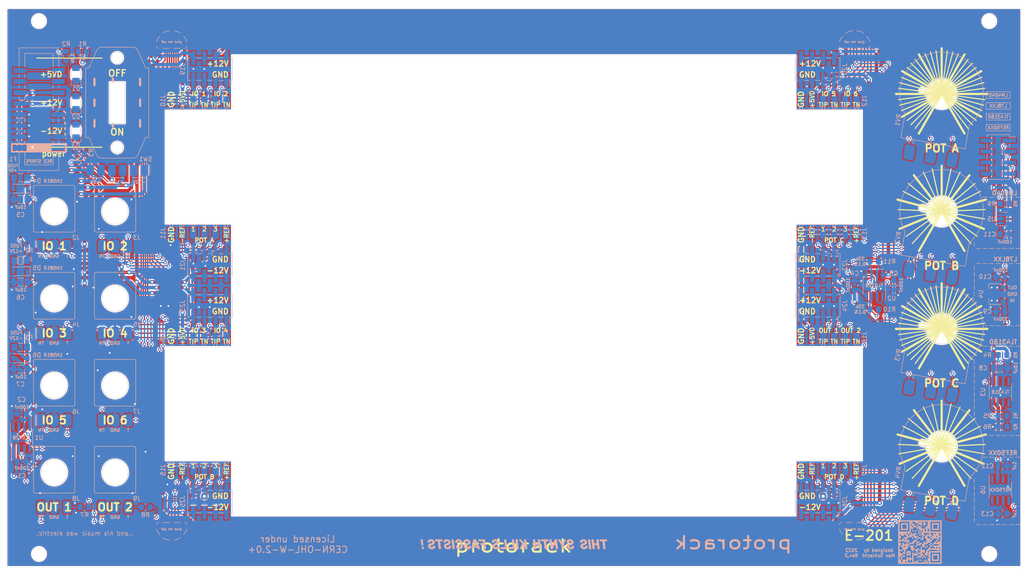
<source format=kicad_pcb>
(kicad_pcb (version 20211014) (generator pcbnew)
  (layers (0 "F.Cu" signal) (31 "B.Cu" signal) (34 "B.Paste" user) (35 "F.Paste" user) (36 "B.SilkS" user "B.Silkscreen") (37 "F.SilkS" user "F.Silkscreen") (38 "B.Mask" user) (39 "F.Mask" user) (44 "Edge.Cuts" user))
  (net 0 "")
  (net 1 "GND")
  (net 2 "+5V")
  (net 3 "+12V")
  (net 4 "-12V")
  (net 5 "/+REF_UNBUF")
  (net 6 "Net-(D1-Pad2)")
  (net 7 "Net-(D2-Pad2)")
  (net 8 "Net-(D3-Pad1)")
  (net 9 "Net-(D4-Pad2)")
  (net 10 "Net-(D5-Pad2)")
  (net 11 "Net-(D6-Pad1)")
  (net 12 "Net-(F1-Pad2)")
  (net 13 "Net-(F2-Pad2)")
  (net 14 "Net-(F3-Pad2)")
  (net 15 "/+12V_IN")
  (net 16 "/+5V_IN")
  (net 17 "/IO_1_TN")
  (net 18 "/IO_1_T")
  (net 19 "/IO_2_TN")
  (net 20 "/IO_2_T")
  (net 21 "/IO_3_TN")
  (net 22 "/IO_3_T")
  (net 23 "/IO_4_TN")
  (net 24 "/IO_4_T")
  (net 25 "/IO_5_TN")
  (net 26 "/IO_5_T")
  (net 27 "/IO_6_TN")
  (net 28 "/IO_6_T")
  (net 29 "/OUT_1_TN")
  (net 30 "/OUT_1_T_BUF")
  (net 31 "/OUT_2_TN")
  (net 32 "/OUT_2_T_BUF")
  (net 33 "/+REF")
  (net 34 "/POT_A_3")
  (net 35 "/POT_A_2")
  (net 36 "/POT_A_1")
  (net 37 "/-REF")
  (net 38 "/POT_C_3")
  (net 39 "/POT_C_2")
  (net 40 "/POT_C_1")
  (net 41 "/POT_B_3")
  (net 42 "/POT_B_2")
  (net 43 "/POT_B_1")
  (net 44 "/OUT_2_T")
  (net 45 "/OUT_1_T")
  (net 46 "/POT_D_3")
  (net 47 "/POT_D_2")
  (net 48 "/POT_D_1")
  (net 49 "Net-(R5-Pad1)")
  (net 50 "Net-(R7-Pad2)")
  (net 51 "Net-(R8-Pad2)")
  (net 52 "Net-(R10-Pad1)")
  (net 58 "/+REF_TL431")
  (net 59 "/+REF_L78LXX")
  (net 60 "/+REF_LM4040")
  (net 61 "/+REF_REF50XX")
  (net 62 "/-12V_IN")
  (net 63 "unconnected-(J1-PadCV)")
  (net 64 "unconnected-(J1-PadGATE)")
  (footprint "Protorack:QingPu_WQP-WQP518MA-BM_SMD" (layer "F.Cu") (at 41.7 85.5)
    (fp_text reference "J2" (at 5 6) (layer "B.SilkS") (effects (justify mirror)))
    (fp_text value "IO1")
    (fp_circle (center 0 0) (end 3 0) (layer "Edge.Cuts") (width 0.12) (fill none))
    (pad "S" smd roundrect (at 0 8) (size 2 3) (layers "B.Cu" "B.Paste" "B.Mask") (net 1 "GND"))
    (pad "T" smd roundrect (at 3 8) (size 2 3) (layers "B.Cu" "B.Paste" "B.Mask") (net 18 "/IO_1_T"))
    (pad "TN" smd roundrect (at -3 8) (size 2 3) (layers "B.Cu" "B.Paste" "B.Mask") (net 17 "/IO_1_TN"))
  )
  (footprint "Protorack:QingPu_WQP-WQP518MA-BM_SMD" (layer "F.Cu") (at 55.7 85.5)
    (fp_text reference "J3" (at 5 6) (layer "B.SilkS") (effects (justify mirror)))
    (fp_text value "IO2")
    (fp_circle (center 0 0) (end 3 0) (layer "Edge.Cuts") (width 0.12) (fill none))
    (pad "S" smd roundrect (at 0 8) (size 2 3) (layers "B.Cu" "B.Paste" "B.Mask") (net 1 "GND"))
    (pad "T" smd roundrect (at 3 8) (size 2 3) (layers "B.Cu" "B.Paste" "B.Mask") (net 20 "/IO_2_T"))
    (pad "TN" smd roundrect (at -3 8) (size 2 3) (layers "B.Cu" "B.Paste" "B.Mask") (net 19 "/IO_2_TN"))
  )
  (footprint "Protorack:QingPu_WQP-WQP518MA-BM_SMD" (layer "F.Cu") (at 41.7 105.5)
    (fp_text reference "J4" (at 5 6) (layer "B.SilkS") (effects (justify mirror)))
    (fp_text value "IO3")
    (fp_circle (center 0 0) (end 3 0) (layer "Edge.Cuts") (width 0.12) (fill none))
    (pad "S" smd roundrect (at 0 8) (size 2 3) (layers "B.Cu" "B.Paste" "B.Mask") (net 1 "GND"))
    (pad "T" smd roundrect (at 3 8) (size 2 3) (layers "B.Cu" "B.Paste" "B.Mask") (net 22 "/IO_3_T"))
    (pad "TN" smd roundrect (at -3 8) (size 2 3) (layers "B.Cu" "B.Paste" "B.Mask") (net 21 "/IO_3_TN"))
  )
  (footprint "Protorack:QingPu_WQP-WQP518MA-BM_SMD" (layer "F.Cu") (at 55.7 105.5)
    (fp_text reference "J5" (at 5 6) (layer "B.SilkS") (effects (justify mirror)))
    (fp_text value "IO4")
    (fp_circle (center 0 0) (end 3 0) (layer "Edge.Cuts") (width 0.12) (fill none))
    (pad "S" smd roundrect (at 0 8) (size 2 3) (layers "B.Cu" "B.Paste" "B.Mask") (net 1 "GND"))
    (pad "T" smd roundrect (at 3 8) (size 2 3) (layers "B.Cu" "B.Paste" "B.Mask") (net 24 "/IO_4_T"))
    (pad "TN" smd roundrect (at -3 8) (size 2 3) (layers "B.Cu" "B.Paste" "B.Mask") (net 23 "/IO_4_TN"))
  )
  (footprint "Protorack:QingPu_WQP-WQP518MA-BM_SMD" (layer "F.Cu") (at 41.7 125.5)
    (fp_text reference "J6" (at 5 6) (layer "B.SilkS") (effects (justify mirror)))
    (fp_text value "IO5")
    (fp_circle (center 0 0) (end 3 0) (layer "Edge.Cuts") (width 0.12) (fill none))
    (pad "S" smd roundrect (at 0 8) (size 2 3) (layers "B.Cu" "B.Paste" "B.Mask") (net 1 "GND"))
    (pad "T" smd roundrect (at 3 8) (size 2 3) (layers "B.Cu" "B.Paste" "B.Mask") (net 26 "/IO_5_T"))
    (pad "TN" smd roundrect (at -3 8) (size 2 3) (layers "B.Cu" "B.Paste" "B.Mask") (net 25 "/IO_5_TN"))
  )
  (footprint "Protorack:QingPu_WQP-WQP518MA-BM_SMD" (layer "F.Cu") (at 55.7 125.5)
    (fp_text reference "J7" (at 5 6) (layer "B.SilkS") (effects (justify mirror)))
    (fp_text value "IO6")
    (fp_circle (center 0 0) (end 3 0) (layer "Edge.Cuts") (width 0.12) (fill none))
    (pad "S" smd roundrect (at 0 8) (size 2 3) (layers "B.Cu" "B.Paste" "B.Mask") (net 1 "GND"))
    (pad "T" smd roundrect (at 3 8) (size 2 3) (layers "B.Cu" "B.Paste" "B.Mask") (net 28 "/IO_6_T"))
    (pad "TN" smd roundrect (at -3 8) (size 2 3) (layers "B.Cu" "B.Paste" "B.Mask") (net 27 "/IO_6_TN"))
  )
  (footprint "Protorack:QingPu_WQP-WQP518MA-BM_SMD" (layer "F.Cu") (at 41.7 145.5)
    (fp_text reference "J8" (at 5 6) (layer "B.SilkS") (effects (justify mirror)))
    (fp_text value "OUT1")
    (fp_circle (center 0 0) (end 3 0) (layer "Edge.Cuts") (width 0.12) (fill none))
    (pad "S" smd roundrect (at 0 8) (size 2 3) (layers "B.Cu" "B.Paste" "B.Mask") (net 1 "GND"))
    (pad "T" smd roundrect (at 3 8) (size 2 3) (layers "B.Cu" "B.Paste" "B.Mask") (net 30 "/OUT_1_T_BUF"))
    (pad "TN" smd roundrect (at -3 8) (size 2 3) (layers "B.Cu" "B.Paste" "B.Mask") (net 29 "/OUT_1_TN"))
  )
  (footprint "Protorack:QingPu_WQP-WQP518MA-BM_SMD" (layer "F.Cu") (at 55.7 145.5)
    (fp_text reference "J9" (at 5 6) (layer "B.SilkS") (effects (justify mirror)))
    (fp_text value "OUT2")
    (fp_circle (center 0 0) (end 3 0) (layer "Edge.Cuts") (width 0.12) (fill none))
    (pad "S" smd roundrect (at 0 8) (size 2 3) (layers "B.Cu" "B.Paste" "B.Mask") (net 1 "GND"))
    (pad "T" smd roundrect (at 3 8) (size 2 3) (layers "B.Cu" "B.Paste" "B.Mask") (net 32 "/OUT_2_T_BUF"))
    (pad "TN" smd roundrect (at -3 8) (size 2 3) (layers "B.Cu" "B.Paste" "B.Mask") (net 31 "/OUT_2_TN"))
  )
  (footprint "Protorack:Samtec_TSW-106-09-T-S-RA_Shortened_SMD" (layer "F.Cu") (at 74.96 66.41 180)
    (fp_text reference "J10" (at 8.26 6.36 90) (layer "B.SilkS") (effects (justify mirror)))
    (fp_text value "IO_A_1")
    (pad "1" smd rect (at 6.35 6.35 180) (size 1.5 2.5) (layers "B.Cu" "B.Paste" "B.Mask") (net 1 "GND"))
    (pad "2" smd rect (at 3.81 6.35 180) (size 1.5 2.5) (layers "B.Cu" "B.Paste" "B.Mask") (net 2 "+5V"))
    (pad "3" smd rect (at 1.27 6.35 180) (size 1.5 2.5) (layers "B.Cu" "B.Paste" "B.Mask") (net 18 "/IO_1_T"))
    (pad "4" smd rect (at -1.27 6.35 180) (size 1.5 2.5) (layers "B.Cu" "B.Paste" "B.Mask") (net 17 "/IO_1_TN"))
    (pad "5" smd rect (at -3.81 6.35 180) (size 1.5 2.5) (layers "B.Cu" "B.Paste" "B.Mask") (net 20 "/IO_2_T"))
    (pad "6" smd rect (at -6.35 6.35 180) (size 1.5 2.5) (layers "B.Cu" "B.Paste" "B.Mask") (net 19 "/IO_2_TN"))
  )
  (footprint "Protorack:Samtec_TSW-106-09-T-S-RA_Shortened_SMD" (layer "F.Cu") (at 74.96 84.19)
    (fp_text reference "J11" (at -8.26 6.36 90) (layer "B.SilkS") (effects (justify mirror)))
    (fp_text value "IO_A_3")
    (pad "1" smd rect (at 6.35 6.35) (size 1.5 2.5) (layers "B.Cu" "B.Paste" "B.Mask") (net 33 "/+REF"))
    (pad "2" smd rect (at 3.81 6.35) (size 1.5 2.5) (layers "B.Cu" "B.Paste" "B.Mask") (net 34 "/POT_A_3"))
    (pad "3" smd rect (at 1.27 6.35) (size 1.5 2.5) (layers "B.Cu" "B.Paste" "B.Mask") (net 35 "/POT_A_2"))
    (pad "4" smd rect (at -1.27 6.35) (size 1.5 2.5) (layers "B.Cu" "B.Paste" "B.Mask") (net 36 "/POT_A_1"))
    (pad "5" smd rect (at -3.81 6.35) (size 1.5 2.5) (layers "B.Cu" "B.Paste" "B.Mask") (net 37 "/-REF"))
    (pad "6" smd rect (at -6.35 6.35) (size 1.5 2.5) (layers "B.Cu" "B.Paste" "B.Mask") (net 1 "GND"))
  )
  (footprint "Protorack:Samtec_TSW-106-09-T-S-RA_Shortened_SMD" (layer "F.Cu") (at 219.74 66.41 180)
    (fp_text reference "J12" (at -8.21 6.36 90) (layer "B.SilkS") (effects (justify mirror)))
    (fp_text value "IO_A_2")
    (pad "1" smd rect (at 6.35 6.35 180) (size 1.5 2.5) (layers "B.Cu" "B.Paste" "B.Mask") (net 1 "GND"))
    (pad "2" smd rect (at 3.81 6.35 180) (size 1.5 2.5) (layers "B.Cu" "B.Paste" "B.Mask") (net 2 "+5V"))
    (pad "3" smd rect (at 1.27 6.35 180) (size 1.5 2.5) (layers "B.Cu" "B.Paste" "B.Mask") (net 26 "/IO_5_T"))
    (pad "4" smd rect (at -1.27 6.35 180) (size 1.5 2.5) (layers "B.Cu" "B.Paste" "B.Mask") (net 25 "/IO_5_TN"))
    (pad "5" smd rect (at -3.81 6.35 180) (size 1.5 2.5) (layers "B.Cu" "B.Paste" "B.Mask") (net 28 "/IO_6_T"))
    (pad "6" smd rect (at -6.35 6.35 180) (size 1.5 2.5) (layers "B.Cu" "B.Paste" "B.Mask") (net 27 "/IO_6_TN"))
  )
  (footprint "Protorack:Samtec_TSW-106-09-T-S-RA_Shortened_SMD" (layer "F.Cu") (at 219.74 84.19)
    (fp_text reference "J13" (at 8.21 6.36 90) (layer "B.SilkS") (effects (justify mirror)))
    (fp_text value "IO_A_4")
    (pad "1" smd rect (at 6.35 6.35) (size 1.5 2.5) (layers "B.Cu" "B.Paste" "B.Mask") (net 33 "/+REF"))
    (pad "2" smd rect (at 3.81 6.35) (size 1.5 2.5) (layers "B.Cu" "B.Paste" "B.Mask") (net 38 "/POT_C_3"))
    (pad "3" smd rect (at 1.27 6.35) (size 1.5 2.5) (layers "B.Cu" "B.Paste" "B.Mask") (net 39 "/POT_C_2"))
    (pad "4" smd rect (at -1.27 6.35) (size 1.5 2.5) (layers "B.Cu" "B.Paste" "B.Mask") (net 40 "/POT_C_1"))
    (pad "5" smd rect (at -3.81 6.35) (size 1.5 2.5) (layers "B.Cu" "B.Paste" "B.Mask") (net 37 "/-REF"))
    (pad "6" smd rect (at -6.35 6.35) (size 1.5 2.5) (layers "B.Cu" "B.Paste" "B.Mask") (net 1 "GND"))
  )
  (footprint "Protorack:Samtec_TSW-106-09-T-S-RA_Shortened_SMD" (layer "F.Cu") (at 74.96 120.81 180)
    (fp_text reference "J14" (at 8.26 6.36 90) (layer "B.SilkS") (effects (justify mirror)))
    (fp_text value "IO_B_1")
    (pad "1" smd rect (at 6.35 6.35 180) (size 1.5 2.5) (layers "B.Cu" "B.Paste" "B.Mask") (net 1 "GND"))
    (pad "2" smd rect (at 3.81 6.35 180) (size 1.5 2.5) (layers "B.Cu" "B.Paste" "B.Mask") (net 2 "+5V"))
    (pad "3" smd rect (at 1.27 6.35 180) (size 1.5 2.5) (layers "B.Cu" "B.Paste" "B.Mask") (net 22 "/IO_3_T"))
    (pad "4" smd rect (at -1.27 6.35 180) (size 1.5 2.5) (layers "B.Cu" "B.Paste" "B.Mask") (net 21 "/IO_3_TN"))
    (pad "5" smd rect (at -3.81 6.35 180) (size 1.5 2.5) (layers "B.Cu" "B.Paste" "B.Mask") (net 24 "/IO_4_T"))
    (pad "6" smd rect (at -6.35 6.35 180) (size 1.5 2.5) (layers "B.Cu" "B.Paste" "B.Mask") (net 23 "/IO_4_TN"))
  )
  (footprint "Protorack:Samtec_TSW-106-09-T-S-RA_Shortened_SMD" (layer "F.Cu") (at 74.96 138.59)
    (fp_text reference "J15" (at -8.26 6.36 90) (layer "B.SilkS") (effects (justify mirror)))
    (fp_text value "IO_B_3")
    (pad "1" smd rect (at 6.35 6.35) (size 1.5 2.5) (layers "B.Cu" "B.Paste" "B.Mask") (net 33 "/+REF"))
    (pad "2" smd rect (at 3.81 6.35) (size 1.5 2.5) (layers "B.Cu" "B.Paste" "B.Mask") (net 41 "/POT_B_3"))
    (pad "3" smd rect (at 1.27 6.35) (size 1.5 2.5) (layers "B.Cu" "B.Paste" "B.Mask") (net 42 "/POT_B_2"))
    (pad "4" smd rect (at -1.27 6.35) (size 1.5 2.5) (layers "B.Cu" "B.Paste" "B.Mask") (net 43 "/POT_B_1"))
    (pad "5" smd rect (at -3.81 6.35) (size 1.5 2.5) (layers "B.Cu" "B.Paste" "B.Mask") (net 37 "/-REF"))
    (pad "6" smd rect (at -6.35 6.35) (size 1.5 2.5) (layers "B.Cu" "B.Paste" "B.Mask") (net 1 "GND"))
  )
  (footprint "Protorack:Samtec_TSW-106-09-T-S-RA_Shortened_SMD" (layer "F.Cu") (at 219.74 120.81 180)
    (fp_text reference "J16" (at -8.21 6.36 90) (layer "B.SilkS") (effects (justify mirror)))
    (fp_text value "IO_B_2")
    (pad "1" smd rect (at 6.35 6.35 180) (size 1.5 2.5) (layers "B.Cu" "B.Paste" "B.Mask") (net 1 "GND"))
    (pad "2" smd rect (at 3.81 6.35 180) (size 1.5 2.5) (layers "B.Cu" "B.Paste" "B.Mask") (net 2 "+5V"))
    (pad "3" smd rect (at 1.27 6.35 180) (size 1.5 2.5) (layers "B.Cu" "B.Paste" "B.Mask") (net 45 "/OUT_1_T"))
    (pad "4" smd rect (at -1.27 6.35 180) (size 1.5 2.5) (layers "B.Cu" "B.Paste" "B.Mask") (net 29 "/OUT_1_TN"))
    (pad "5" smd rect (at -3.81 6.35 180) (size 1.5 2.5) (layers "B.Cu" "B.Paste" "B.Mask") (net 44 "/OUT_2_T"))
    (pad "6" smd rect (at -6.35 6.35 180) (size 1.5 2.5) (layers "B.Cu" "B.Paste" "B.Mask") (net 31 "/OUT_2_TN"))
  )
  (footprint "Protorack:Samtec_TSW-106-09-T-S-RA_Shortened_SMD" (layer "F.Cu") (at 219.74 138.59)
    (fp_text reference "J17" (at 8.21 6.36 90) (layer "B.SilkS") (effects (justify mirror)))
    (fp_text value "IO_B_4")
    (pad "1" smd rect (at 6.35 6.35) (size 1.5 2.5) (layers "B.Cu" "B.Paste" "B.Mask") (net 33 "/+REF"))
    (pad "2" smd rect (at 3.81 6.35) (size 1.5 2.5) (layers "B.Cu" "B.Paste" "B.Mask") (net 46 "/POT_D_3"))
    (pad "3" smd rect (at 1.27 6.35) (size 1.5 2.5) (layers "B.Cu" "B.Paste" "B.Mask") (net 47 "/POT_D_2"))
    (pad "4" smd rect (at -1.27 6.35) (size 1.5 2.5) (layers "B.Cu" "B.Paste" "B.Mask") (net 48 "/POT_D_1"))
    (pad "5" smd rect (at -3.81 6.35) (size 1.5 2.5) (layers "B.Cu" "B.Paste" "B.Mask") (net 37 "/-REF"))
    (pad "6" smd rect (at -6.35 6.35) (size 1.5 2.5) (layers "B.Cu" "B.Paste" "B.Mask") (net 1 "GND"))
  )
  (footprint "Protorack:Alpha_RV16AF-10-17K_SMD_Slot" (layer "F.Cu") (at 245.7 58.5 -10)
    (fp_text reference "RV1" (at -8.806188 7.645328 260) (layer "B.SilkS") (effects (justify mirror)))
    (fp_text value "POTA")
    (fp_line (start -3.5 -0.75) (end -3.410369 -0.787008) (layer "Edge.Cuts") (width 0.12))
    (fp_line (start -3.5 0.75) (end -3.410369 0.787008) (layer "Edge.Cuts") (width 0.12))
    (fp_line (start -4.5 0.75) (end -3.5 0.75) (layer "Edge.Cuts") (width 0.12))
    (fp_line (start -4.5 -0.75) (end -3.5 -0.75) (layer "Edge.Cuts") (width 0.12))
    (fp_arc (start 3.5 0) (mid 0.396048 3.47752) (end -3.410369 0.787008) (layer "Edge.Cuts") (width 0.12))
    (fp_arc (start -3.410369 -0.787008) (mid 0.396048 -3.47752) (end 3.5 0) (layer "Edge.Cuts") (width 0.12))
    (fp_arc (start -4.5 0.75) (mid -5.25 0) (end -4.5 -0.75) (layer "Edge.Cuts") (width 0.12))
    (pad "1" smd roundrect (at -5 14.5 350) (size 2.5 3.5) (layers "B.Cu" "B.Paste" "B.Mask") (net 36 "/POT_A_1"))
    (pad "2" smd roundrect (at 0 14.5 350) (size 2.5 3.5) (layers "B.Cu" "B.Paste" "B.Mask") (net 35 "/POT_A_2"))
    (pad "3" smd roundrect (at 5 14.5 350) (size 2.5 3.5) (layers "B.Cu" "B.Paste" "B.Mask") (net 34 "/POT_A_3"))
  )
  (footprint "Protorack:Alpha_RV16AF-10-17K_SMD_Slot" (layer "F.Cu") (at 245.7 85.5 -10)
    (fp_text reference "RV2" (at -8.806188 7.645328 260) (layer "B.SilkS") (effects (justify mirror)))
    (fp_text value "POTB")
    (fp_line (start -3.5 -0.75) (end -3.410369 -0.787008) (layer "Edge.Cuts") (width 0.12))
    (fp_line (start -3.5 0.75) (end -3.410369 0.787008) (layer "Edge.Cuts") (width 0.12))
    (fp_line (start -4.5 -0.75) (end -3.5 -0.75) (layer "Edge.Cuts") (width 0.12))
    (fp_line (start -4.5 0.75) (end -3.5 0.75) (layer "Edge.Cuts") (width 0.12))
    (fp_arc (start -3.410369 -0.787008) (mid 0.396048 -3.47752) (end 3.5 0) (layer "Edge.Cuts") (width 0.12))
    (fp_arc (start -4.5 0.75) (mid -5.25 0) (end -4.5 -0.75) (layer "Edge.Cuts") (width 0.12))
    (fp_arc (start 3.5 0) (mid 0.396048 3.47752) (end -3.410369 0.787008) (layer "Edge.Cuts") (width 0.12))
    (pad "1" smd roundrect (at -5 14.5 350) (size 2.5 3.5) (layers "B.Cu" "B.Paste" "B.Mask") (net 43 "/POT_B_1"))
    (pad "2" smd roundrect (at 0 14.5 350) (size 2.5 3.5) (layers "B.Cu" "B.Paste" "B.Mask") (net 42 "/POT_B_2"))
    (pad "3" smd roundrect (at 5 14.5 350) (size 2.5 3.5) (layers "B.Cu" "B.Paste" "B.Mask") (net 41 "/POT_B_3"))
  )
  (footprint "Protorack:Alpha_RV16AF-10-17K_SMD_Slot" (layer "F.Cu") (at 245.7 112.5 -10)
    (fp_text reference "RV3" (at -8.806188 7.645328 260) (layer "B.SilkS") (effects (justify mirror)))
    (fp_text value "POTC")
    (fp_line (start -4.5 -0.75) (end -3.5 -0.75) (layer "Edge.Cuts") (width 0.12))
    (fp_line (start -3.5 -0.75) (end -3.410369 -0.787008) (layer "Edge.Cuts") (width 0.12))
    (fp_line (start -4.5 0.75) (end -3.5 0.75) (layer "Edge.Cuts") (width 0.12))
    (fp_line (start -3.5 0.75) (end -3.410369 0.787008) (layer "Edge.Cuts") (width 0.12))
    (fp_arc (start -4.5 0.75) (mid -5.25 0) (end -4.5 -0.75) (layer "Edge.Cuts") (width 0.12))
    (fp_arc (start 3.5 0) (mid 0.396048 3.47752) (end -3.410369 0.787008) (layer "Edge.Cuts") (width 0.12))
    (fp_arc (start -3.410369 -0.787008) (mid 0.396048 -3.47752) (end 3.5 0) (layer "Edge.Cuts") (width 0.12))
    (pad "1" smd roundrect (at -5 14.5 350) (size 2.5 3.5) (layers "B.Cu" "B.Paste" "B.Mask") (net 40 "/POT_C_1"))
    (pad "2" smd roundrect (at 0 14.5 350) (size 2.5 3.5) (layers "B.Cu" "B.Paste" "B.Mask") (net 39 "/POT_C_2"))
    (pad "3" smd roundrect (at 5 14.5 350) (size 2.5 3.5) (layers "B.Cu" "B.Paste" "B.Mask") (net 38 "/POT_C_3"))
  )
  (footprint "Protorack:Alpha_RV16AF-10-17K_SMD_Slot" (layer "F.Cu") (at 245.7 139.5 -10)
    (fp_text reference "RV4" (at -8.806188 7.645328 260) (layer "B.SilkS") (effects (justify mirror)))
    (fp_text value "POTD")
    (fp_line (start -3.5 0.75) (end -3.410369 0.787008) (layer "Edge.Cuts") (width 0.12))
    (fp_line (start -3.5 -0.75) (end -3.410369 -0.787008) (layer "Edge.Cuts") (width 0.12))
    (fp_line (start -4.5 0.75) (end -3.5 0.75) (layer "Edge.Cuts") (width 0.12))
    (fp_line (start -4.5 -0.75) (end -3.5 -0.75) (layer "Edge.Cuts") (width 0.12))
    (fp_arc (start -4.5 0.75) (mid -5.25 0) (end -4.5 -0.75) (layer "Edge.Cuts") (width 0.12))
    (fp_arc (start 3.5 0) (mid 0.396048 3.47752) (end -3.410369 0.787008) (layer "Edge.Cuts") (width 0.12))
    (fp_arc (start -3.410369 -0.787008) (mid 0.396048 -3.47752) (end 3.5 0) (layer "Edge.Cuts") (width 0.12))
    (pad "1" smd roundrect (at -5 14.5 350) (size 2.5 3.5) (layers "B.Cu" "B.Paste" "B.Mask") (net 48 "/POT_D_1"))
    (pad "2" smd roundrect (at 0 14.5 350) (size 2.5 3.5) (layers "B.Cu" "B.Paste" "B.Mask") (net 47 "/POT_D_2"))
    (pad "3" smd roundrect (at 5 14.5 350) (size 2.5 3.5) (layers "B.Cu" "B.Paste" "B.Mask") (net 46 "/POT_D_3"))
  )
  (footprint "Protorack:CW_GF-161-3011_SMD" (layer "F.Cu") (at 56.2 60.5)
    (fp_text reference "SW1" (at 6.5 13 unlocked) (layer "B.SilkS") (effects (justify mirror)))
    (fp_text value "SWITCH")
    (fp_line (start -1.75 -4.75) (end -1.75 4.75) (layer "Edge.Cuts") (width 0.12))
    (fp_line (start 1.75 4.75) (end 1.75 -4.75) (layer "Edge.Cuts") (width 0.12))
    (fp_line (start -1.75 4.75) (end 1.75 4.75) (layer "Edge.Cuts") (width 0.12))
    (fp_line (start 1.75 -4.75) (end -1.75 -4.75) (layer "Edge.Cuts") (width 0.12))
    (fp_circle (center 0 -10.31) (end 1.35 -10.31) (layer "Edge.Cuts") (width 0.12) (fill none))
    (fp_circle (center 0 10.31) (end 1.35 10.31) (layer "Edge.Cuts") (width 0.12) (fill none))
    (pad "1" smd roundrect (at -6.25 15.5) (size 1.8 2.6) (layers "B.Cu" "B.Paste" "B.Mask") (net 16 "/+5V_IN"))
    (pad "2" smd roundrect (at -3.75 15.5) (size 1.8 2.6) (layers "B.Cu" "B.Paste" "B.Mask") (net 12 "Net-(F1-Pad2)"))
    (pad "3" smd roundrect (at -1.25 15.5) (size 1.8 2.6) (layers "B.Cu" "B.Paste" "B.Mask") (net 15 "/+12V_IN"))
    (pad "4" smd roundrect (at 1.25 15.5) (size 1.8 2.6) (layers "B.Cu" "B.Paste" "B.Mask") (net 13 "Net-(F2-Pad2)"))
    (pad "5" smd roundrect (at 3.75 15.5) (size 1.8 2.6) (layers "B.Cu" "B.Paste" "B.Mask") (net 62 "/-12V_IN"))
    (pad "6" smd roundrect (at 6.25 15.5) (size 1.8 2.6) (layers "B.Cu" "B.Paste" "B.Mask") (net 14 "Net-(F3-Pad2)"))
  )
  (footprint "Protorack:Washer_RV16AF_2mm_Tab" (layer "F.Cu") (at 245.7 58.5 -10)
    (fp_text reference "H19")
    (fp_text value "WASHER_POT_A")
  )
  (footprint "Protorack:Nut_M6x2mm_Knurled" (layer "F.Cu") (at 55.7 105.5)
    (fp_text reference "H12")
    (fp_text value "NUT_IO4")
  )
  (footprint "Protorack:Washer_RV16AF_2mm_Tab" (layer "F.Cu") (at 245.7 112.5 -10)
    (fp_text reference "H21")
    (fp_text value "WASHER_POT_C")
  )
  (footprint "Protorack:Washer_RV16AF_2mm_Tab" (layer "F.Cu") (at 245.7 139.5 -10)
    (fp_text reference "H22")
    (fp_text value "WASHER_POT_D")
  )
  (footprint "Protorack:Screw_ISO4762_M2x6" (layer "F.Cu") (at 56.2 70.81)
    (fp_text reference "H2")
    (fp_text value "SCREW_SW_BOT")
  )
  (footprint "Protorack:Screw_ISO7380_M3x6" (layer "F.Cu") (at 38.2 164.25)
    (fp_text reference "H5")
    (fp_text value "SCREW_PANEL_BL")
  )
  (footprint "Protorack2:Logo_28x6mm" (layer "F.Cu") (at 147.35 162.75)
    (fp_text reference "Logo" hide)
    (fp_text value "LOGO" hide)
  )
  (footprint "Protorack:Nut_M6x2mm_Knurled" (layer "F.Cu") (at 41.7 85.5)
    (fp_text reference "H7")
    (fp_text value "NUT_IO1")
  )
  (footprint "Protorack:Nut_M6x2mm_Knurled" (layer "F.Cu") (at 41.7 125.5)
    (fp_text reference "H9")
    (fp_text value "NUT_IO5")
  )
  (footprint "Protorack:Nut_M6x2mm_Knurled" (layer "F.Cu") (at 41.7 145.5)
    (fp_text reference "H10")
    (fp_text value "NUT_OUT1")
  )
  (footprint "Protorack:Screw_ISO7380_M3x6" (layer "F.Cu") (at 38.2 41.75)
    (fp_text reference "H3")
    (fp_text value "SCREW_PANEL_TL")
  )
  (footprint "Protorack:Nut_M7x2mm_Black" (layer "F.Cu") (at 245.7 85.5)
    (fp_text reference "H16")
    (fp_text value "NUT_POT_B")
  )
  (footprint "Protorack:Nut_M6x2mm_Knurled" (layer "F.Cu") (at 41.7 105.5)
    (fp_text reference "H8")
    (fp_text value "NUT_IO3")
  )
  (footprint "Protorack:Washer_RV16AF_2mm_Tab" (layer "F.Cu") (at 245.7 85.5 -10)
    (fp_text reference "H20")
    (fp_text value "WASHER_POT_B")
  )
  (footprint "Protorack:Nut_M6x2mm_Knurled" (layer "F.Cu") (at 55.7 125.5)
    (fp_text reference "H13")
    (fp_text value "NUT_IO6")
  )
  (footprint "Protorack:Screw_ISO4762_M2x6" (layer "F.Cu") (at 56.2 50.19)
    (fp_text reference "H1")
    (fp_text value "SCREW_SW_TOP")
  )
  (footprint "Protorack:Breadboard_MB-102" (layer "F.Cu") (at 147.35 75.3)
    (fp_text reference "H23")
    (fp_text value "BREADBOARD_TOP")
  )
  (footprint "Protorack:Screw_ISO7380_M3x6" (layer "F.Cu") (at 256.64 164.25)
    (fp_text reference "H6")
    (fp_text value "SCREW_PANEL_BR")
  )
  (footprint "Protorack:Nut_M7x2mm_Black" (layer "F.Cu") (at 245.7 58.5)
    (fp_text reference "H15")
    (fp_text value "NUT_POT_A")
  )
  (footprint "Protorack:Screw_ISO7380_M3x6" (layer "F.Cu") (at 256.64 41.75)
    (fp_text reference "H4")
    (fp_text value "SCREW_PANEL_TR")
  )
  (footprint "Protorack:Nut_M7x2mm_Black" (layer "F.Cu") (at 245.7 139.5)
    (fp_text reference "H18")
    (fp_text value "NUT_POT_D")
  )
  (footprint "Protorack:Nut_M6x2mm_Knurled" (layer "F.Cu") (at 55.7 145.5)
    (fp_text reference "H14")
    (fp_text value "NUT_OUT2")
  )
  (footprint "Protorack:Nut_M6x2mm_Knurled" (layer "F.Cu") (at 55.7 85.5)
    (fp_text reference "H11")
    (fp_text value "NUT_IO2")
  )
  (footprint "Protorack:Breadboard_MB-102" (layer "F.Cu") (at 147.35 129.7)
    (fp_text reference "H24")
    (fp_text value "BREADBOARD_BOT")
  )
  (footprint "Protorack:Nut_M7x2mm_Black" (layer "F.Cu") (at 245.7 112.5)
    (fp_text reference "H17")
    (fp_text value "NUT_POT_C")
  )
  (footprint "Capacitor_SMD:C_1206_3216Metric_Pad1.33x1.80mm_HandSolder" (layer "B.Cu") (at 259.2 121.5 180)
    (fp_text reference "C8" (at 4 0) (layer "B.SilkS") (effects (justify mirror)))
    (fp_text value "10uF" (at -3.5 0 90) (layer "B.SilkS") (effects (font (size 0.75 0.75)) (justify mirror)))
    (pad "1" smd roundrect (at -1.5625 0 180) (size 1.325 1.8) (layers "B.Cu" "B.Paste" "B.Mask") (roundrect_rratio 0.188679) (net 1 "GND"))
    (pad "2" smd roundrect (at 1.5625 0 180) (size 1.325 1.8) (layers "B.Cu" "B.Paste" "B.Mask") (roundrect_rratio 0.188679) (net 58 "/+REF_TL431"))
  )
  (footprint "Resistor_SMD:R_0805_2012Metric_Pad1.20x1.40mm_HandSolder" (layer "B.Cu") (at 259.7 118.5 180)
    (fp_text reference "R4" (at 3.5 0) (layer "B.SilkS") (effects (justify mirror)))
    (fp_text value "RS" (at -3 0 90) (layer "B.SilkS") (effects (font (size 0.75 0.75)) (justify mirror)))
    (pad "1" smd roundrect (at -1 0 180) (size 1.2 1.4) (layers "B.Cu" "B.Paste" "B.Mask") (roundrect_rratio 0.208333) (net 3 "+12V"))
    (pad "2" smd roundrect (at 1 0 180) (size 1.2 1.4) (layers "B.Cu" "B.Paste" "B.Mask") (roundrect_rratio 0.208333) (net 58 "/+REF_TL431"))
  )
  (footprint "Resistor_SMD:R_0805_2012Metric_Pad1.20x1.40mm_HandSolder" (layer "B.Cu") (at 259.7 132.5 180)
    (fp_text reference "R5" (at 3.5 0) (layer "B.SilkS") (effects (justify mirror)))
    (fp_text value "R1" (at -3 0 90) (layer "B.SilkS") (effects (font (size 0.75 0.75)) (justify mirror)))
    (pad "1" smd roundrect (at -1 0 180) (size 1.2 1.4) (layers "B.Cu" "B.Paste" "B.Mask") (roundrect_rratio 0.208333) (net 49 "Net-(R5-Pad1)"))
    (pad "2" smd roundrect (at 1 0 180) (size 1.2 1.4) (layers "B.Cu" "B.Paste" "B.Mask") (roundrect_rratio 0.208333) (net 58 "/+REF_TL431"))
  )
  (footprint "Resistor_SMD:R_0805_2012Metric_Pad1.20x1.40mm_HandSolder" (layer "B.Cu") (at 259.7 135)
    (fp_text reference "R6" (at -3.5 0) (layer "B.SilkS") (effects (justify mirror)))
    (fp_text value "R2" (at 3 0 90) (layer "B.SilkS") (effects (font (size 0.75 0.75)) (justify mirror)))
    (pad "1" smd roundrect (at -1 0) (size 1.2 1.4) (layers "B.Cu" "B.Paste" "B.Mask") (roundrect_rratio 0.208333) (net 1 "GND"))
    (pad "2" smd roundrect (at 1 0) (size 1.2 1.4) (layers "B.Cu" "B.Paste" "B.Mask") (roundrect_rratio 0.208333) (net 49 "Net-(R5-Pad1)"))
  )
  (footprint "Package_SO:SOIC-8_3.9x4.9mm_P1.27mm" (layer "B.Cu") (at 259.2 127 -90)
    (fp_text reference "U3" (at 0 4 90) (layer "B.SilkS") (effects (justify mirror)))
    (fp_text value "TL431B" (at 0 0 180) (layer "B.SilkS") (effects (font (size 0.75 0.75)) (justify mirror)))
    (pad "1" smd roundrect (at -2.475 1.905 270) (size 1.95 0.6) (layers "B.Cu" "B.Paste" "B.Mask") (net 58 "/+REF_TL431"))
    (pad "2" smd roundrect (at -2.475 0.635 270) (size 1.95 0.6) (layers "B.Cu" "B.Paste" "B.Mask") (net 1 "GND"))
    (pad "3" smd roundrect (at -2.475 -0.635 270) (size 1.95 0.6) (layers "B.Cu" "B.Paste" "B.Mask") (net 1 "GND"))
    (pad "4" smd roundrect (at -2.475 -1.905 270) (size 1.95 0.6) (layers "B.Cu" "B.Paste" "B.Mask"))
    (pad "5" smd roundrect (at 2.475 -1.905 270) (size 1.95 0.6) (layers "B.Cu" "B.Paste" "B.Mask"))
    (pad "6" smd roundrect (at 2.475 -0.635 270) (size 1.95 0.6) (layers "B.Cu" "B.Paste" "B.Mask") (net 1 "GND"))
    (pad "7" smd roundrect (at 2.475 0.635 270) (size 1.95 0.6) (layers "B.Cu" "B.Paste" "B.Mask") (net 1 "GND"))
    (pad "8" smd roundrect (at 2.475 1.905 270) (size 1.95 0.6) (layers "B.Cu" "B.Paste" "B.Mask") (net 49 "Net-(R5-Pad1)"))
  )
  (footprint "Capacitor_SMD:C_1206_3216Metric_Pad1.33x1.80mm_HandSolder" (layer "B.Cu") (at 33.95 82.75 180)
    (fp_text reference "C5" (at 0 -3.5) (layer "B.SilkS") (effects (justify mirror)))
    (fp_text value "10uF" (at 0 -1.75) (layer "B.SilkS") (effects (font (size 0.75 0.75)) (justify mirror)))
    (pad "1" smd roundrect (at -1.5625 0 180) (size 1.325 1.8) (layers "B.Cu" "B.Paste" "B.Mask") (roundrect_rratio 0.188679) (net 2 "+5V"))
    (pad "2" smd roundrect (at 1.5625 0 180) (size 1.325 1.8) (layers "B.Cu" "B.Paste" "B.Mask") (roundrect_rratio 0.188679) (net 1 "GND"))
  )
  (footprint "Capacitor_SMD:C_1206_3216Metric_Pad1.33x1.80mm_HandSolder" (layer "B.Cu") (at 33.95 101.75 180)
    (fp_text reference "C6" (at 0 -3.5) (layer "B.SilkS") (effects (justify mirror)))
    (fp_text value "10uF" (at 0 -1.75) (layer "B.SilkS") (effects (font (size 0.75 0.75)) (justify mirror)))
    (pad "1" smd roundrect (at -1.5625 0 180) (size 1.325 1.8) (layers "B.Cu" "B.Paste" "B.Mask") (roundrect_rratio 0.188679) (net 3 "+12V"))
    (pad "2" smd roundrect (at 1.5625 0 180) (size 1.325 1.8) (layers "B.Cu" "B.Paste" "B.Mask") (roundrect_rratio 0.188679) (net 1 "GND"))
  )
  (footprint "Capacitor_SMD:C_1206_3216Metric_Pad1.33x1.80mm_HandSolder" (layer "B.Cu") (at 33.95 121.75 180)
    (fp_text reference "C7" (at 0 -3.5) (layer "B.SilkS") (effects (justify mirror)))
    (fp_text value "10uF" (at 0 -1.75) (layer "B.SilkS") (effects (font (size 0.75 0.75)) (justify mirror)))
    (pad "1" smd roundrect (at -1.5625 0 180) (size 1.325 1.8) (layers "B.Cu" "B.Paste" "B.Mask") (roundrect_rratio 0.188679) (net 4 "-12V"))
    (pad "2" smd roundrect (at 1.5625 0 180) (size 1.325 1.8) (layers "B.Cu" "B.Paste" "B.Mask") (roundrect_rratio 0.188679) (net 1 "GND"))
  )
  (footprint "Capacitor_SMD:C_0805_2012Metric_Pad1.18x1.45mm_HandSolder" (layer "B.Cu") (at 34.2 143)
    (fp_text reference "C1" (at 0 3.25 180) (layer "B.SilkS") (effects (justify mirror)))
    (fp_text value "100nF" (at 0 1.5) (layer "B.SilkS") (effects (font (size 0.75 0.75)) (justify mirror)))
    (pad "1" smd roundrect (at -1.0375 0) (size 1.175 1.45) (layers "B.Cu" "B.Paste" "B.Mask") (roundrect_rratio 0.212766) (net 3 "+12V"))
    (pad "2" smd roundrect (at 1.0375 0) (size 1.175 1.45) (layers "B.Cu" "B.Paste" "B.Mask") (roundrect_rratio 0.212766) (net 1 "GND"))
  )
  (footprint "Capacitor_SMD:C_0805_2012Metric_Pad1.18x1.45mm_HandSolder" (layer "B.Cu") (at 34.2 132)
    (fp_text reference "C2" (at 0 -3.25 180) (layer "B.SilkS") (effects (justify mirror)))
    (fp_text value "100nF" (at 0 -1.5) (layer "B.SilkS") (effects (font (size 0.75 0.75)) (justify mirror)))
    (pad "1" smd roundrect (at -1.0375 0) (size 1.175 1.45) (layers "B.Cu" "B.Paste" "B.Mask") (roundrect_rratio 0.212766) (net 1 "GND"))
    (pad "2" smd roundrect (at 1.0375 0) (size 1.175 1.45) (layers "B.Cu" "B.Paste" "B.Mask") (roundrect_rratio 0.212766) (net 4 "-12V"))
  )
  (footprint "Capacitor_SMD:C_0805_2012Metric_Pad1.18x1.45mm_HandSolder" (layer "B.Cu") (at 234.7 102.5 -90)
    (fp_text reference "C3" (at -2.75 0 180) (layer "B.SilkS") (effects (justify mirror)))
    (fp_text value "100nF" (at 0 -1.68 90) (layer "B.SilkS") (effects (font (size 0.75 0.75)) (justify mirror)))
    (pad "1" smd roundrect (at -1.0375 0 270) (size 1.175 1.45) (layers "B.Cu" "B.Paste" "B.Mask") (roundrect_rratio 0.212766) (net 3 "+12V"))
    (pad "2" smd roundrect (at 1.0375 0 270) (size 1.175 1.45) (layers "B.Cu" "B.Paste" "B.Mask") (roundrect_rratio 0.212766) (net 1 "GND"))
  )
  (footprint "Capacitor_SMD:C_0805_2012Metric_Pad1.18x1.45mm_HandSolder" (layer "B.Cu") (at 225.7 102.5 -90)
    (fp_text reference "C4" (at -2.75 0) (layer "B.SilkS") (effects (justify mirror)))
    (fp_text value "100nF" (at 0 1.5 90) (layer "B.SilkS") (effects (font (size 0.75 0.75)) (justify mirror)))
    (pad "1" smd roundrect (at -1.0375 0 270) (size 1.175 1.45) (layers "B.Cu" "B.Paste" "B.Mask") (roundrect_rratio 0.212766) (net 1 "GND"))
    (pad "2" smd roundrect (at 1.0375 0 270) (size 1.175 1.45) (layers "B.Cu" "B.Paste" "B.Mask") (roundrect_rratio 0.212766) (net 4 "-12V"))
  )
  (footprint "Capacitor_SMD:C_0805_2012Metric_Pad1.18x1.45mm_HandSolder" (layer "B.Cu") (at 259.2 108.5)
    (fp_text reference "C9" (at -3 0 -180) (layer "B.SilkS") (effects (justify mirror)))
    (fp_text value "330nF" (at 0 1.75) (layer "B.SilkS") (effects (font (size 0.75 0.75)) (justify mirror)))
    (pad "1" smd roundrect (at -1.0375 0) (size 1.175 1.45) (layers "B.Cu" "B.Paste" "B.Mask") (roundrect_rratio 0.212766) (net 1 "GND"))
    (pad "2" smd roundrect (at 1.0375 0) (size 1.175 1.45) (layers "B.Cu" "B.Paste" "B.Mask") (roundrect_rratio 0.212766) (net 3 "+12V"))
  )
  (footprint "Capacitor_SMD:C_0805_2012Metric_Pad1.18x1.45mm_HandSolder" (layer "B.Cu") (at 259.2 100.5)
    (fp_text reference "C10" (at -3.5 0 -180) (layer "B.SilkS") (effects (justify mirror)))
    (fp_text value "100nF" (at 0 -1.5 180) (layer "B.SilkS") (effects (font (size 0.75 0.75)) (justify mirror)))
    (pad "1" smd roundrect (at -1.0375 0) (size 1.175 1.45) (layers "B.Cu" "B.Paste" "B.Mask") (roundrect_rratio 0.212766) (net 1 "GND"))
    (pad "2" smd roundrect (at 1.0375 0) (size 1.175 1.45) (layers "B.Cu" "B.Paste" "B.Mask") (roundrect_rratio 0.212766) (net 59 "/+REF_L78LXX"))
  )
  (footprint "Capacitor_SMD:C_0805_2012Metric_Pad1.18x1.45mm_HandSolder" (layer "B.Cu") (at 260.2 90.75 180)
    (fp_text reference "C11" (at 3.5 0 180) (layer "B.SilkS") (effects (justify mirror)))
    (fp_text value "100nF" (at 0 -1.75) (layer "B.SilkS") (effects (font (size 0.75 0.75)) (justify mirror)))
    (pad "1" smd roundrect (at -1.0375 0 180) (size 1.175 1.45) (layers "B.Cu" "B.Paste" "B.Mask") (roundrect_rratio 0.212766) (net 1 "GND"))
    (pad "2" smd roundrect (at 1.0375 0 180) (size 1.175 1.45) (layers "B.Cu" "B.Paste" "B.Mask") (roundrect_rratio 0.212766) (net 60 "/+REF_LM4040"))
  )
  (footprint "Capacitor_SMD:C_0805_2012Metric_Pad1.18x1.45mm_HandSolder" (layer "B.Cu") (at 259.7 144 180)
    (fp_text reference "C12" (at 3.5 0 180) (layer "B.SilkS") (effects (justify mirror)))
    (fp_text value "1uF" (at -2.75 0 90) (layer "B.SilkS") (effects (font (size 0.75 0.75)) (justify mirror)))
    (pad "1" smd roundrect (at -1.0375 0 180) (size 1.175 1.45) (layers "B.Cu" "B.Paste" "B.Mask") (roundrect_rratio 0.212766) (net 1 "GND"))
    (pad "2" smd roundrect (at 1.0375 0 180) (size 1.175 1.45) (layers "B.Cu" "B.Paste" "B.Mask") (roundrect_rratio 0.212766) (net 3 "+12V"))
  )
  (footprint "Capacitor_SMD:C_0805_2012Metric_Pad1.18x1.45mm_HandSolder" (layer "B.Cu") (at 259.7 155)
    (fp_text reference "C13" (at -3.5 0 180) (layer "B.SilkS") (effects (justify mirror)))
    (fp_text value "1uF" (at 2.75 0 90) (layer "B.SilkS") (effects (font (size 0.75 0.75)) (justify mirror)))
    (pad "1" smd roundrect (at -1.0375 0) (size 1.175 1.45) (layers "B.Cu" "B.Paste" "B.Mask") (roundrect_rratio 0.212766) (net 1 "GND"))
    (pad "2" smd roundrect (at 1.0375 0) (size 1.175 1.45) (layers "B.Cu" "B.Paste" "B.Mask") (roundrect_rratio 0.212766) (net 61 "/+REF_REF50XX"))
  )
  (footprint "LED_SMD:LED_1206_3216Metric_Pad1.42x1.75mm_HandSolder" (layer "B.Cu") (at 46.7 54 90)
    (fp_text reference "D1" (at -3.25 0 180) (layer "B.SilkS") (effects (justify mirror)))
    (fp_text value "APT3216")
    (pad "1" smd roundrect (at -1.4875 0 90) (size 1.425 1.75) (layers "B.Cu" "B.Paste" "B.Mask") (roundrect_rratio 0.175439) (net 1 "GND"))
    (pad "2" smd roundrect (at 1.4875 0 90) (size 1.425 1.75) (layers "B.Cu" "B.Paste" "B.Mask") (roundrect_rratio 0.175439) (net 6 "Net-(D1-Pad2)"))
  )
  (footprint "LED_SMD:LED_1206_3216Metric_Pad1.42x1.75mm_HandSolder" (layer "B.Cu") (at 46.7 60.5 90)
    (fp_text reference "D2" (at -3.25 0 180) (layer "B.SilkS") (effects (justify mirror)))
    (fp_text value "APT3216")
    (pad "1" smd roundrect (at -1.4875 0 90) (size 1.425 1.75) (layers "B.Cu" "B.Paste" "B.Mask") (roundrect_rratio 0.175439) (net 1 "GND"))
    (pad "2" smd roundrect (at 1.4875 0 90) (size 1.425 1.75) (layers "B.Cu" "B.Paste" "B.Mask") (roundrect_rratio 0.175439) (net 7 "Net-(D2-Pad2)"))
  )
  (footprint "LED_SMD:LED_1206_3216Metric_Pad1.42x1.75mm_HandSolder" (layer "B.Cu") (at 46.7 67 90)
    (fp_text reference "D3" (at -3.25 0 180) (layer "B.SilkS") (effects (justify mirror)))
    (fp_text value "APT3216")
    (pad "1" smd roundrect (at -1.4875 0 90) (size 1.425 1.75) (layers "B.Cu" "B.Paste" "B.Mask") (roundrect_rratio 0.175439) (net 8 "Net-(D3-Pad1)"))
    (pad "2" smd roundrect (at 1.4875 0 90) (size 1.425 1.75) (layers "B.Cu" "B.Paste" "B.Mask") (roundrect_rratio 0.175439) (net 1 "GND"))
  )
  (footprint "Diode_SMD:D_SOD-123" (layer "B.Cu") (at 33.95 80.25 180)
    (fp_text reference "D4" (at -3.75 1.75 180) (layer "B.SilkS") (effects (justify mirror)))
    (fp_text value "1N5819" (at -5.25 1.75) (layer "B.SilkS") (effects (font (size 0.75 0.75)) (justify right mirror)))
    (pad "1" smd rect (at -1.65 0 180) (size 0.9 1.2) (layers "B.Cu" "B.Paste" "B.Mask") (net 2 "+5V"))
    (pad "2" smd rect (at 1.65 0 180) (size 0.9 1.2) (layers "B.Cu" "B.Paste" "B.Mask") (net 9 "Net-(D4-Pad2)"))
  )
  (footprint "Diode_SMD:D_SOD-123" (layer "B.Cu") (at 33.95 99.25 180)
    (fp_text reference "D5" (at -3.75 0.75 180) (layer "B.SilkS") (effects (justify mirror)))
    (fp_text value "1N5819" (at -5.25 0.75) (layer "B.SilkS") (effects (font (size 0.75 0.75)) (justify right mirror)))
    (pad "1" smd rect (at -1.65 0 180) (size 0.9 1.2) (layers "B.Cu" "B.Paste" "B.Mask") (net 3 "+12V"))
    (pad "2" smd rect (at 1.65 0 180) (size 0.9 1.2) (layers "B.Cu" "B.Paste" "B.Mask") (net 10 "Net-(D5-Pad2)"))
  )
  (footprint "Diode_SMD:D_SOD-123" (layer "B.Cu") (at 33.95 119.25 180)
    (fp_text reference "D6" (at -3.75 0.75) (layer "B.SilkS") (effects (justify mirror)))
    (fp_text value "1N5819" (at -5.25 0.75 180) (layer "B.SilkS") (effects (font (size 0.75 0.75)) (justify right mirror)))
    (pad "1" smd rect (at -1.65 0 180) (size 0.9 1.2) (layers "B.Cu" "B.Paste" "B.Mask") (net 11 "Net-(D6-Pad1)"))
    (pad "2" smd rect (at 1.65 0 180) (size 0.9 1.2) (layers "B.Cu" "B.Paste" "B.Mask") (net 4 "-12V"))
  )
  (footprint "Fuse:Fuse_1206_3216Metric_Pad1.42x1.75mm_HandSolder" (layer "B.Cu") (at 33.95 77.75)
    (fp_text reference "F1" (at -1.75 -4.25 180) (layer "B.SilkS") (effects (justify mirror)))
    (fp_text value "1206L020")
    (pad "1" smd roundrect (at -1.4875 0) (size 1.425 1.75) (layers "B.Cu" "B.Paste" "B.Mask") (roundrect_rratio 0.175439) (net 9 "Net-(D4-Pad2)"))
    (pad "2" smd roundrect (at 1.4875 0) (size 1.425 1.75) (layers "B.Cu" "B.Paste" "B.Mask") (roundrect_rratio 0.175439) (net 12 "Net-(F1-Pad2)"))
  )
  (footprint "Fuse:Fuse_1206_3216Metric_Pad1.42x1.75mm_HandSolder" (layer "B.Cu") (at 33.95 96.75)
    (fp_text reference "F2" (at 2 -2.25 180) (layer "B.SilkS") (effects (justify mirror)))
    (fp_text value "1206L020")
    (pad "1" smd roundrect (at -1.4875 0) (size 1.425 1.75) (layers "B.Cu" "B.Paste" "B.Mask") (roundrect_rratio 0.175439) (net 10 "Net-(D5-Pad2)"))
    (pad "2" smd roundrect (at 1.4875 0) (size 1.425 1.75) (layers "B.Cu" "B.Paste" "B.Mask") (roundrect_rratio 0.175439) (net 13 "Net-(F2-Pad2)"))
  )
  (footprint "Fuse:Fuse_1206_3216Metric_Pad1.42x1.75mm_HandSolder" (layer "B.Cu") (at 33.95 116.75)
    (fp_text reference "F3" (at 2 -2.25 180) (layer "B.SilkS") (effects (justify mirror)))
    (fp_text value "1206L020")
    (pad "1" smd roundrect (at -1.4875 0) (size 1.425 1.75) (layers "B.Cu" "B.Paste" "B.Mask") (roundrect_rratio 0.175439) (net 11 "Net-(D6-Pad1)"))
    (pad "2" smd roundrect (at 1.4875 0) (size 1.425 1.75) (layers "B.Cu" "B.Paste" "B.Mask") (roundrect_rratio 0.175439) (net 14 "Net-(F3-Pad2)"))
  )
  (footprint "Protorack:Eurorack_Power_Header_2x08_SMD_HandSolder" (layer "B.Cu") (at 38.2 62 180)
    (fp_text reference "J1" hide)
    (fp_text value "Eurorack_Power_Header")
    (pad "+5VD" smd rect (at -4.445 3.81) (size 3 1.25) (layers "B.Cu" "B.Paste" "B.Mask") (net 16 "/+5V_IN"))
    (pad "+5VD" smd rect (at 4.445 3.81) (size 3 1.25) (layers "B.Cu" "B.Paste" "B.Mask") (net 16 "/+5V_IN"))
    (pad "+12V" smd rect (at -4.445 1.27) (size 3 1.25) (layers "B.Cu" "B.Paste" "B.Mask") (net 15 "/+12V_IN"))
    (pad "+12V" smd rect (at 4.445 1.27) (size 3 1.25) (layers "B.Cu" "B.Paste" "B.Mask") (net 15 "/+12V_IN"))
    (pad "-12V" smd rect (at 4.46 -8.89) (size 3 1.25) (layers "B.Cu" "B.Paste" "B.Mask") (net 62 "/-12V_IN"))
    (pad "-12V" smd rect (at -4.445 -8.89) (size 3 1.25) (layers "B.Cu" "B.Paste" "B.Mask") (net 62 "/-12V_IN"))
    (pad "CV" smd rect (at 4.445 6.35) (size 3 1.25) (layers "B.Cu" "B.Paste" "B.Mask") (net 63 "unconnected-(J1-PadCV)"))
    (pad "CV" smd rect (at -4.445 6.35) (size 3 1.25) (layers "B.Cu" "B.Paste" "B.Mask") (net 63 "unconnected-(J1-PadCV)"))
    (pad "GATE" smd rect (at 4.445 8.89) (size 3 1.25) (layers "B.Cu" "B.Paste" "B.Mask") (net 64 "unconnected-(J1-PadGATE)"))
    (pad "GATE" smd rect (at -4.445 8.89) (size 3 1.25) (layers "B.Cu" "B.Paste" "B.Mask") (net 64 "unconnected-(J1-PadGATE)"))
    (pad "GND" smd rect (at -4.445 -1.27) (size 3 1.25) (layers "B.Cu" "B.Paste" "B.Mask") (net 1 "GND"))
    (pad "GND" smd rect (at -4.445 -6.35) (size 3 1.25) (layers "B.Cu" "B.Paste" "B.Mask") (net 1 "GND"))
    (pad "GND" smd rect (at 4.445 -1.27) (size 3 1.25) (layers "B.Cu" "B.Paste" "B.Mask") (net 1 "GND"))
    (pad "GND" smd rect (at -4.445 -3.81) (size 3 1.25) (layers "B.Cu" "B.Paste" "B.Mask") (net 1 "GND"))
    (pad "GND" smd rect (at 4.445 -3.81) (size 3 1.25) (layers "B.Cu" "B.Paste" "B.Mask") (net 1 "GND"))
    (pad "GND" smd rect (at 4.445 -6.35) (size 3 1.25) (layers "B.Cu" "B.Paste" "B.Mask") (net 1 "GND"))
  )
  (footprint "Connector_PinHeader_2.54mm:PinHeader_2x04_P2.54mm_Vertical_SMD" (layer "B.Cu") (at 77.5 52.8 90)
    (fp_text reference "J19" (at 0 -6.3 90) (layer "B.SilkS") (effects (justify mirror)))
    (fp_text value "POWER_A_1")
    (pad "1" smd rect (at -2.525 3.81 90) (size 3.15 1) (layers "B.Cu" "B.Paste" "B.Mask") (net 1 "GND"))
    (pad "2" smd rect (at 2.525 3.81 90) (size 3.15 1) (layers "B.Cu" "B.Paste" "B.Mask") (net 3 "+12V"))
    (pad "3" smd rect (at -2.525 1.27 90) (size 3.15 1) (layers "B.Cu" "B.Paste" "B.Mask") (net 1 "GND"))
    (pad "4" smd rect (at 2.525 1.27 90) (size 3.15 1) (layers "B.Cu" "B.Paste" "B.Mask") (net 3 "+12V"))
    (pad "5" smd rect (at -2.525 -1.27 90) (size 3.15 1) (layers "B.Cu" "B.Paste" "B.Mask") (net 1 "GND"))
    (pad "6" smd rect (at 2.525 -1.27 90) (size 3.15 1) (layers "B.Cu" "B.Paste" "B.Mask") (net 3 "+12V"))
    (pad "7" smd rect (at -2.525 -3.81 90) (size 3.15 1) (layers "B.Cu" "B.Paste" "B.Mask") (net 1 "GND"))
    (pad "8" smd rect (at 2.525 -3.81 90) (size 3.15 1) (layers "B.Cu" "B.Paste" "B.Mask") (net 3 "+12V"))
  )
  (footprint "Connector_PinHeader_2.54mm:PinHeader_2x04_P2.54mm_Vertical_SMD" (layer "B.Cu") (at 217.2 52.8 90)
    (fp_text reference "J20" (at 0 6.25 90) (layer "B.SilkS") (effects (justify mirror)))
    (fp_text value "POWER_A_2")
    (pad "1" smd rect (at -2.525 3.81 90) (size 3.15 1) (layers "B.Cu" "B.Paste" "B.Mask") (net 1 "GND"))
    (pad "2" smd rect (at 2.525 3.81 90) (size 3.15 1) (layers "B.Cu" "B.Paste" "B.Mask") (net 3 "+12V"))
    (pad "3" smd rect (at -2.525 1.27 90) (size 3.15 1) (layers "B.Cu" "B.Paste" "B.Mask") (net 1 "GND"))
    (pad "4" smd rect (at 2.525 1.27 90) (size 3.15 1) (layers "B.Cu" "B.Paste" "B.Mask") (net 3 "+12V"))
    (pad "5" smd rect (at -2.525 -1.27 90) (size 3.15 1) (layers "B.Cu" "B.Paste" "B.Mask") (net 1 "GND"))
    (pad "6" smd rect (at 2.525 -1.27 90) (size 3.15 1) (layers "B.Cu" "B.Paste" "B.Mask") (net 3 "+12V"))
    (pad "7" smd rect (at -2.525 -3.81 90) (size 3.15 1) (layers "B.Cu" "B.Paste" "B.Mask") (net 1 "GND"))
    (pad "8" smd rect (at 2.525 -3.81 90) (size 3.15 1) (layers "B.Cu" "B.Paste" "B.Mask") (net 3 "+12V"))
  )
  (footprint "Connector_PinHeader_2.54mm:PinHeader_2x04_P2.54mm_Vertical_SMD" (layer "B.Cu") (at 77.5 97.8 -90)
    (fp_text reference "J21" (at 0 6.3 90) (layer "B.SilkS") (effects (justify mirror)))
    (fp_text value "POWER_A_3")
    (pad "1" smd rect (at -2.525 3.81 270) (size 3.15 1) (layers "B.Cu" "B.Paste" "B.Mask") (net 1 "GND"))
    (pad "2" smd rect (at 2.525 3.81 270) (size 3.15 1) (layers "B.Cu" "B.Paste" "B.Mask") (net 4 "-12V"))
    (pad "3" smd rect (at -2.525 1.27 270) (size 3.15 1) (layers "B.Cu" "B.Paste" "B.Mask") (net 1 "GND"))
    (pad "4" smd rect (at 2.525 1.27 270) (size 3.15 1) (layers "B.Cu" "B.Paste" "B.Mask") (net 4 "-12V"))
    (pad "5" smd rect (at -2.525 -1.27 270) (size 3.15 1) (layers "B.Cu" "B.Paste" "B.Mask") (net 1 "GND"))
    (pad "6" smd rect (at 2.525 -1.27 270) (size 3.15 1) (layers "B.Cu" "B.Paste" "B.Mask") (net 4 "-12V"))
    (pad "7" smd rect (at -2.525 -3.81 270) (size 3.15 1) (layers "B.Cu" "B.Paste" "B.Mask") (net 1 "GND"))
    (pad "8" smd rect (at 2.525 -3.81 270) (size 3.15 1) (layers "B.Cu" "B.Paste" "B.Mask") (net 4 "-12V"))
  )
  (footprint "Connector_PinHeader_2.54mm:PinHeader_2x04_P2.54mm_Vertical_SMD" (layer "B.Cu") (at 217.2 97.8 -90)
    (fp_text reference "J22" (at 0 -6.25 90) (layer "B.SilkS") (effects (justify mirror)))
    (fp_text value "POWER_A_4")
    (pad "1" smd rect (at -2.525 3.81 270) (size 3.15 1) (layers "B.Cu" "B.Paste" "B.Mask") (net 1 "GND"))
    (pad "2" smd rect (at 2.525 3.81 270) (size 3.15 1) (layers "B.Cu" "B.Paste" "B.Mask") (net 4 "-12V"))
    (pad "3" smd rect (at -2.525 1.27 270) (size 3.15 1) (layers "B.Cu" "B.Paste" "B.Mask") (net 1 "GND"))
    (pad "4" smd rect (at 2.525 1.27 270) (size 3.15 1) (layers "B.Cu" "B.Paste" "B.Mask") (net 4 "-12V"))
    (pad "5" smd rect (at -2.525 -1.27 270) (size 3.15 1) (layers "B.Cu" "B.Paste" "B.Mask") (net 1 "GND"))
    (pad "6" smd rect (at 2.525 -1.27 270) (size 3.15 1) (layers "B.Cu" "B.Paste" "B.Mask") (net 4 "-12V"))
    (pad "7" smd rect (at -2.525 -3.81 270) (size 3.15 1) (layers "B.Cu" "B.Paste" "B.Mask") (net 1 "GND"))
    (pad "8" smd rect (at 2.525 -3.81 270) (size 3.15 1) (layers "B.Cu" "B.Paste" "B.Mask") (net 4 "-12V"))
  )
  (footprint "Connector_PinHeader_2.54mm:PinHeader_2x04_P2.54mm_Vertical_SMD" (layer "B.Cu") (at 77.5 107.23 90)
    (fp_text reference "J23" (at 0 -6.3 90) (layer "B.SilkS") (effects (justify mirror)))
    (fp_text value "POWER_B_1")
    (pad "1" smd rect (at -2.525 3.81 90) (size 3.15 1) (layers "B.Cu" "B.Paste" "B.Mask") (net 1 "GND"))
    (pad "2" smd rect (at 2.525 3.81 90) (size 3.15 1) (layers "B.Cu" "B.Paste" "B.Mask") (net 3 "+12V"))
    (pad "3" smd rect (at -2.525 1.27 90) (size 3.15 1) (layers "B.Cu" "B.Paste" "B.Mask") (net 1 "GND"))
    (pad "4" smd rect (at 2.525 1.27 90) (size 3.15 1) (layers "B.Cu" "B.Paste" "B.Mask") (net 3 "+12V"))
    (pad "5" smd rect (at -2.525 -1.27 90) (size 3.15 1) (layers "B.Cu" "B.Paste" "B.Mask") (net 1 "GND"))
    (pad "6" smd rect (at 2.525 -1.27 90) (size 3.15 1) (layers "B.Cu" "B.Paste" "B.Mask") (net 3 "+12V"))
    (pad "7" smd rect (at -2.525 -3.81 90) (size 3.15 1) (layers "B.Cu" "B.Paste" "B.Mask") (net 1 "GND"))
    (pad "8" smd rect (at 2.525 -3.81 90) (size 3.15 1) (layers "B.Cu" "B.Paste" "B.Mask") (net 3 "+12V"))
  )
  (footprint "Connector_PinHeader_2.54mm:PinHeader_2x04_P2.54mm_Vertical_SMD" (layer "B.Cu") (at 217.2 107.2 90)
    (fp_text reference "J24" (at 0 6.25 90) (layer "B.SilkS") (effects (justify mirror)))
    (fp_text value "POWER_B_2")
    (pad "1" smd rect (at -2.525 3.81 90) (size 3.15 1) (layers "B.Cu" "B.Paste" "B.Mask") (net 1 "GND"))
    (pad "2" smd rect (at 2.525 3.81 90) (size 3.15 1) (layers "B.Cu" "B.Paste" "B.Mask") (net 3 "+12V"))
    (pad "3" smd rect (at -2.525 1.27 90) (size 3.15 1) (layers "B.Cu" "B.Paste" "B.Mask") (net 1 "GND"))
    (pad "4" smd rect (at 2.525 1.27 90) (size 3.15 1) (layers "B.Cu" "B.Paste" "B.Mask") (net 3 "+12V"))
    (pad "5" smd rect (at -2.525 -1.27 90) (size 3.15 1) (layers "B.Cu" "B.Paste" "B.Mask") (net 1 "GND"))
    (pad "6" smd rect (at 2.525 -1.27 90) (size 3.15 1) (layers "B.Cu" "B.Paste" "B.Mask") (net 3 "+12V"))
    (pad "7" smd rect (at -2.525 -3.81 90) (size 3.15 1) (layers "B.Cu" "B.Paste" "B.Mask") (net 1 "GND"))
    (pad "8" smd rect (at 2.525 -3.81 90) (size 3.15 1) (layers "B.Cu" "B.Paste" "B.Mask") (net 3 "+12V"))
  )
  (footprint "Connector_PinHeader_2.54mm:PinHeader_2x04_P2.54mm_Vertical_SMD" (layer "B.Cu") (at 77.5 152.2 -90)
    (fp_text reference "J25" (at 0 6.3 90) (layer "B.SilkS") (effects (justify mirror)))
    (fp_text value "POWER_B_3")
    (pad "1" smd rect (at -2.525 3.81 270) (size 3.15 1) (layers "B.Cu" "B.Paste" "B.Mask") (net 1 "GND"))
    (pad "2" smd rect (at 2.525 3.81 270) (size 3.15 1) (layers "B.Cu" "B.Paste" "B.Mask") (net 4 "-12V"))
    (pad "3" smd rect (at -2.525 1.27 270) (size 3.15 1) (layers "B.Cu" "B.Paste" "B.Mask") (net 1 "GND"))
    (pad "4" smd rect (at 2.525 1.27 270) (size 3.15 1) (layers "B.Cu" "B.Paste" "B.Mask") (net 4 "-12V"))
    (pad "5" smd rect (at -2.525 -1.27 270) (size 3.15 1) (layers "B.Cu" "B.Paste" "B.Mask") (net 1 "GND"))
    (pad "6" smd rect (at 2.525 -1.27 270) (size 3.15 1) (layers "B.Cu" "B.Paste" "B.Mask") (net 4 "-12V"))
    (pad "7" smd rect (at -2.525 -3.81 270) (size 3.15 1) (layers "B.Cu" "B.Paste" "B.Mask") (net 1 "GND"))
    (pad "8" smd rect (at 2.525 -3.81 270) (size 3.15 1) (layers "B.Cu" "B.Paste" "B.Mask") (net 4 "-12V"))
  )
  (footprint "Connector_PinHeader_2.54mm:PinHeader_2x04_P2.54mm_Vertical_SMD" (layer "B.Cu") (at 217.2 152.2 -90)
    (fp_text reference "J26" (at 0 -6.25 90) (layer "B.SilkS") (effects (justify mirror)))
    (fp_text value "POWER_B_4")
    (pad "1" smd rect (at -2.525 3.81 270) (size 3.15 1) (layers "B.Cu" "B.Paste" "B.Mask") (net 1 "GND"))
    (pad "2" smd rect (at 2.525 3.81 270) (size 3.15 1) (layers "B.Cu" "B.Paste" "B.Mask") (net 4 "-12V"))
    (pad "3" smd rect (at -2.525 1.27 270) (size 3.15 1) (layers "B.Cu" "B.Paste" "B.Mask") (net 1 "GND"))
    (pad "4" smd rect (at 2.525 1.27 270) (size 3.15 1) (layers "B.Cu" "B.Paste" "B.Mask") (net 4 "-12V"))
    (pad "5" smd rect (at -2.525 -1.27 270) (size 3.15 1) (layers "B.Cu" "B.Paste" "B.Mask") (net 1 "GND"))
    (pad "6" smd rect (at 2.525 -1.27 270) (size 3.15 1) (layers "B.Cu" "B.Paste" "B.Mask") (net 4 "-12V"))
    (pad "7" smd rect (at -2.525 -3.81 270) (size 3.15 1) (layers "B.Cu" "B.Paste" "B.Mask") (net 1 "GND"))
    (pad "8" smd rect (at 2.525 -3.81 270) (size 3.15 1) (layers "B.Cu" "B.Paste" "B.Mask") (net 4 "-12V"))
  )
  (footprint "Resistor_SMD:R_0805_2012Metric_Pad1.20x1.40mm_HandSolder" (layer "B.Cu") (at 48.2 48.75)
    (fp_text reference "R1" (at 0 -1.75) (layer "B.SilkS") (effects (justify mirror)))
    (fp_text value "1k" (at 0 1.5) (layer "B.SilkS") (effects (font (size 0.75 0.75)) (justify mirror)))
    (pad "1" smd roundrect (at -1 0) (size 1.2 1.4) (layers "B.Cu" "B.Paste" "B.Mask") (roundrect_rratio 0.208333) (net 6 "Net-(D1-Pad2)"))
    (pad "2" smd roundrect (at 1 0) (size 1.2 1.4) (layers "B.Cu" "B.Paste" "B.Mask") (roundrect_rratio 0.208333) (net 2 "+5V"))
  )
  (footprint "Resistor_SMD:R_0805_2012Metric_Pad1.20x1.40mm_HandSolder" (layer "B.Cu") (at 44.45 49.75 90)
    (fp_text reference "R2" (at 2.75 0 180) (layer "B.SilkS") (effects (justify mirror)))
    (fp_text value "3.3k" (at -0.5 1.5 90) (layer "B.SilkS") (effects (font (size 0.75 0.75)) (justify mirror)))
    (pad "1" smd roundrect (at -1 0 90) (size 1.2 1.4) (layers "B.Cu" "B.Paste" "B.Mask") (roundrect_rratio 0.208333) (net 7 "Net-(D2-Pad2)"))
    (pad "2" smd roundrect (at 1 0 90) (size 1.2 1.4) (layers "B.Cu" "B.Paste" "B.Mask") (roundrect_rratio 0.208333) (net 3 "+12V"))
  )
  (footprint "Resistor_SMD:R_0805_2012Metric_Pad1.20x1.40mm_HandSolder" (layer "B.Cu") (at 47.7 72)
    (fp_text reference "R3" (at 2.5 0 90) (layer "B.SilkS") (effects (justify mirror)))
    (fp_text value "3.3k" (at 0 1.5) (layer "B.SilkS") (effects (font (size 0.75 0.75)) (justify mirror)))
    (pad "1" smd roundrect (at -1 0) (size 1.2 1.4) (layers "B.Cu" "B.Paste" "B.Mask") (roundrect_rratio 0.208333) (net 8 "Net-(D3-Pad1)"))
    (pad "2" smd roundrect (at 1 0) (size 1.2 1.4) (layers "B.Cu" "B.Paste" "B.Mask") (roundrect_rratio 0.208333) (net 4 "-12V"))
  )
  (footprint "Resistor_SMD:R_0805_2012Metric_Pad1.20x1.40mm_HandSolder" (layer "B.Cu") (at 48.7 153.5)
    (fp_text reference "R7" (at 0 1.75) (layer "B.SilkS") (effects (justify mirror)))
    (fp_text value "1k")
    (pad "1" smd roundrect (at -1 0) (size 1.2 1.4) (layers "B.Cu" "B.Paste" "B.Mask") (roundrect_rratio 0.208333) (net 30 "/OUT_1_T_BUF"))
    (pad "2" smd roundrect (at 1 0) (size 1.2 1.4) (layers "B.Cu" "B.Paste" "B.Mask") (roundrect_rratio 0.208333) (net 50 "Net-(R7-Pad2)"))
  )
  (footprint "Resistor_SMD:R_0805_2012Metric_Pad1.20x1.40mm_HandSolder" (layer "B.Cu") (at 62.7 153.5)
    (fp_text reference "R8" (at 0 1.75) (layer "B.SilkS") (effects (justify mirror)))
    (fp_text value "1k")
    (pad "1" smd roundrect (at -1 0) (size 1.2 1.4) (layers "B.Cu" "B.Paste" "B.Mask") (roundrect_rratio 0.208333) (net 32 "/OUT_2_T_BUF"))
    (pad "2" smd roundrect (at 1 0) (size 1.2 1.4) (layers "B.Cu" "B.Paste" "B.Mask") (roundrect_rratio 0.208333) (net 51 "Net-(R8-Pad2)"))
  )
  (footprint "Resistor_SMD:R_0805_2012Metric_Pad1.20x1.40mm_HandSolder" (layer "B.Cu") (at 260.2 83.75 180)
    (fp_text reference "R9" (at 3 0 180) (layer "B.SilkS") (effects (justify mirror)))
    (fp_text value "RS" (at -2.5 0 90) (layer "B.SilkS") (effects (font (size 0.75 0.75)) (justify mirror)))
    (pad "1" smd roundrect (at -1 0 180) (size 1.2 1.4) (layers "B.Cu" "B.Paste" "B.Mask") (roundrect_rratio 0.208333) (net 3 "+12V"))
    (pad "2" smd roundrect (at 1 0 180) (size 1.2 1.4) (layers "B.Cu" "B.Paste" "B.Mask") (roundrect_rratio 0.208333) (net 60 "/+REF_LM4040"))
  )
  (footprint "Resistor_SMD:R_0805_2012Metric_Pad1.20x1.40mm_HandSolder" (layer "B.Cu") (at 230.2 108 180)
    (fp_text reference "R10" (at -3.5 0 180) (layer "B.SilkS") (effects (justify mirror)))
    (fp_text value "33k 0.1%" hide)
    (pad "1" smd roundrect (at -1 0 180) (size 1.2 1.4) (layers "B.Cu" "B.Paste" "B.Mask") (roundrect_rratio 0.208333) (net 52 "Net-(R10-Pad1)"))
    (pad "2" smd roundrect (at 1 0 180) (size 1.2 1.4) (layers "B.Cu" "B.Paste" "B.Mask") (roundrect_rratio 0.208333) (net 5 "/+REF_UNBUF"))
  )
  (footprint "Resistor_SMD:R_0805_2012Metric_Pad1.20x1.40mm_HandSolder" (layer "B.Cu") (at 230.2 97 180)
    (fp_text reference "R11" (at -3.5 0) (layer "B.SilkS") (effects (justify mirror)))
    (fp_text value "33k 0.1%" hide)
    (pad "1" smd roundrect (at -1 0 180) (size 1.2 1.4) (layers "B.Cu" "B.Paste" "B.Mask") (roundrect_rratio 0.208333) (net 37 "/-REF"))
    (pad "2" smd roundrect (at 1 0 180) (size 1.2 1.4) (layers "B.Cu" "B.Paste" "B.Mask") (roundrect_rratio 0.208333) (net 52 "Net-(R10-Pad1)"))
  )
  (footprint "Package_SO:SOIC-8_3.9x4.9mm_P1.27mm" (layer "B.Cu") (at 34.2 137.5 -90)
    (fp_text reference "U1" (at 0 -4 180) (layer "B.SilkS") (effects (justify mirror)))
    (fp_text value "TL072B" (at 0 0 180) (layer "B.SilkS") (effects (font (size 0.75 0.75)) (justify mirror)))
    (pad "1" smd roundrect (at -2.475 1.905 270) (size 1.95 0.6) (layers "B.Cu" "B.Paste" "B.Mask") (net 50 "Net-(R7-Pad2)"))
    (pad "2" smd roundrect (at -2.475 0.635 270) (size 1.95 0.6) (layers "B.Cu" "B.Paste" "B.Mask") (net 50 "Net-(R7-Pad2)"))
    (pad "3" smd roundrect (at -2.475 -0.635 270) (size 1.95 0.6) (layers "B.Cu" "B.Paste" "B.Mask") (net 45 "/OUT_1_T"))
    (pad "4" smd roundrect (at -2.475 -1.905 270) (size 1.95 0.6) (layers "B.Cu" "B.Paste" "B.Mask") (net 4 "-12V"))
    (pad "5" smd roundrect (at 2.475 -1.905 270) (size 1.95 0.6) (layers "B.Cu" "B.Paste" "B.Mask") (net 44 "/OUT_2_T"))
    (pad "6" smd roundrect (at 2.475 -0.635 270) (size 1.95 0.6) (layers "B.Cu" "B.Paste" "B.Mask") (net 51 "Net-(R8-Pad2)"))
    (pad "7" smd roundrect (at 2.475 0.635 270) (size 1.95 0.6) (layers "B.Cu" "B.Paste" "B.Mask") (net 51 "Net-(R8-Pad2)"))
    (pad "8" smd roundrect (at 2.475 1.905 270) (size 1.95 0.6) (layers "B.Cu" "B.Paste" "B.Mask") (net 3 "+12V"))
  )
  (footprint "Package_SO:SOIC-8_3.9x4.9mm_P1.27mm" (layer "B.Cu") (at 230.2 102.5 90)
    (fp_text reference "U2" (at -3 4 180) (layer "B.SilkS") (effects (justify mirror)))
    (fp_text value "TL072B" (at 0 0 180) (layer "B.SilkS") (effects (font (size 0.75 0.75)) (justify mirror)))
    (pad "1" smd roundrect (at -2.475 1.905 90) (size 1.95 0.6) (layers "B.Cu" "B.Paste" "B.Mask") (net 33 "/+REF"))
    (pad "2" smd roundrect (at -2.475 0.635 90) (size 1.95 0.6) (layers "B.Cu" "B.Paste" "B.Mask") (net 33 "/+REF"))
    (pad "3" smd roundrect (at -2.475 -0.635 90) (size 1.95 0.6) (layers "B.Cu" "B.Paste" "B.Mask") (net 5 "/+REF_UNBUF"))
    (pad "4" smd roundrect (at -2.475 -1.905 90) (size 1.95 0.6) (layers "B.Cu" "B.Paste" "B.Mask") (net 4 "-12V"))
    (pad "5" smd roundrect (at 2.475 -1.905 90) (size 1.95 0.6) (layers "B.Cu" "B.Paste" "B.Mask") (net 1 "GND"))
    (pad "6" smd roundrect (at 2.475 -0.635 90) (size 1.95 0.6) (layers "B.Cu" "B.Paste" "B.Mask") (net 52 "Net-(R10-Pad1)"))
    (pad "7" smd roundrect (at 2.475 0.635 90) (size 1.95 0.6) (layers "B.Cu" "B.Paste" "B.Mask") (net 37 "/-REF"))
    (pad "8" smd roundrect (at 2.475 1.905 90) (size 1.95 0.6) (layers "B.Cu" "B.Paste" "B.Mask") (net 3 "+12V"))
  )
  (footprint "Package_TO_SOT_SMD:SOT-89-3" (layer "B.Cu") (at 258.2 104.5 180)
    (fp_text reference "U4" (at 3.5 0 270) (layer "B.SilkS") (effects (justify mirror)))
    (fp_text value "L78LXX" hide)
    (pad "1" smd rect (at -1.65 1.5 180) (size 1.3 0.9) (layers "B.Cu" "B.Paste" "B.Mask") (net 59 "/+REF_L78LXX"))
    (pad "2" smd custom (at -1.5625 0 180) (size 1.475 0.9) (layers "B.Cu" "B.Paste" "B.Mask") (net 1 "GND") (options (clearance outline) (anchor rect)) (primitives (gr_poly (pts (xy 3.8625 -0.8665) (xy 0.7375 -0.8665) (xy 0.7375 0.8665) (xy 3.8625 0.8665)) (width 0) (fill yes))))
    (pad "3" smd rect (at -1.65 -1.5 180) (size 1.3 0.9) (layers "B.Cu" "B.Paste" "B.Mask") (net 3 "+12V"))
  )
  (footprint "Package_TO_SOT_SMD:SOT-23" (layer "B.Cu") (at 260.2 87.25)
    (fp_text reference "U5" (at -3 0 180) (layer "B.SilkS") (effects (justify mirror)))
    (fp_text value "LM4040" hide)
    (pad "1" smd roundrect (at -0.9375 0.95) (size 1.475 0.6) (layers "B.Cu" "B.Paste" "B.Mask") (net 60 "/+REF_LM4040"))
    (pad "2" smd roundrect (at -0.9375 -0.95) (size 1.475 0.6) (layers "B.Cu" "B.Paste" "B.Mask") (net 1 "GND"))
    (pad "3" smd roundrect (at 0.9375 0) (size 1.475 0.6) (layers "B.Cu" "B.Paste" "B.Mask"))
  )
  (footprint "Package_SO:SOIC-8_3.9x4.9mm_P1.27mm" (layer "B.Cu") (at 259.2 149.5 -90)
    (fp_text reference "U6" (at 0 4 -90) (layer "B.SilkS") (effects (justify mirror)))
    (fp_text value "REF50XX" (at 0 0 180) (layer "B.SilkS") (effects (font (size 0.75 0.75)) (justify mirror)))
    (pad "1" smd roundrect (at -2.475 1.905 270) (size 1.95 0.6) (layers "B.Cu" "B.Paste" "B.Mask"))
    (pad "2" smd roundrect (at -2.475 0.635 270) (size 1.95 0.6) (layers "B.Cu" "B.Paste" "B.Mask") (net 3 "+12V"))
    (pad "3" smd roundrect (at -2.475 -0.635 270) (size 1.95 0.6) (layers "B.Cu" "B.Paste" "B.Mask"))
    (pad "4" smd roundrect (at -2.475 -1.905 270) (size 1.95 0.6) (layers "B.Cu" "B.Paste" "B.Mask") (net 1 "GND"))
    (pad "5" smd roundrect (at 2.475 -1.905 270) (size 1.95 0.6) (layers "B.Cu" "B.Paste" "B.Mask"))
    (pad "6" smd roundrect (at 2.475 -0.635 270) (size 1.95 0.6) (layers "B.Cu" "B.Paste" "B.Mask") (net 61 "/+REF_REF50XX"))
    (pad "7" smd roundrect (at 2.475 0.635 270) (size 1.95 0.6) (layers "B.Cu" "B.Paste" "B.Mask"))
    (pad "8" smd roundrect (at 2.475 1.905 270) (size 1.95 0.6) (layers "B.Cu" "B.Paste" "B.Mask"))
  )
  (footprint "Connector_PinHeader_2.54mm:PinHeader_2x04_P2.54mm_Vertical_SMD" (layer "B.Cu") (at 258.7 73 180)
    (fp_text reference "J18" hide)
    (fp_text value "REF_SELECT")
    (pad "1" smd rect (at -2.525 3.81 180) (size 3.15 1) (layers "B.Cu" "B.Paste" "B.Mask") (net 60 "/+REF_LM4040"))
    (pad "2" smd rect (at 2.525 3.81 180) (size 3.15 1) (layers "B.Cu" "B.Paste" "B.Mask") (net 5 "/+REF_UNBUF"))
    (pad "3" smd rect (at -2.525 1.27 180) (size 3.15 1) (layers "B.Cu" "B.Paste" "B.Mask") (net 59 "/+REF_L78LXX"))
    (pad "4" smd rect (at 2.525 1.27 180) (size 3.15 1) (layers "B.Cu" "B.Paste" "B.Mask") (net 5 "/+REF_UNBUF"))
    (pad "5" smd rect (at -2.525 -1.27 180) (size 3.15 1) (layers "B.Cu" "B.Paste" "B.Mask") (net 58 "/+REF_TL431"))
    (pad "6" smd rect (at 2.525 -1.27 180) (size 3.15 1) (layers "B.Cu" "B.Paste" "B.Mask") (net 5 "/+REF_UNBUF"))
    (pad "7" smd rect (at -2.525 -3.81 180) (size 3.15 1) (layers "B.Cu" "B.Paste" "B.Mask") (net 61 "/+REF_REF50XX"))
    (pad "8" smd rect (at 2.525 -3.81 180) (size 3.15 1) (layers "B.Cu" "B.Paste" "B.Mask") (net 5 "/+REF_UNBUF"))
  )
  (footprint "TestPoint:TestPoint_THTPad_D1.5mm_Drill0.7mm" (layer "B.Cu") (at 76.23 150.9725)
    (fp_text reference "TP1" hide)
    (fp_text value "GND")
    (pad "1" thru_hole circle (at 0 0) (size 1.5 1.5) (drill 0.7) (layers *.Cu *.Mask) (net 1 "GND"))
  )
  (footprint "TestPoint:TestPoint_THTPad_D1.5mm_Drill0.7mm" (layer "B.Cu") (at 218.47 150.9725)
    (fp_text reference "TP2" hide)
    (fp_text value "GND")
    (pad "1" thru_hole circle (at 0 0) (size 1.5 1.5) (drill 0.7) (layers *.Cu *.Mask) (net 1 "GND"))
  )
  (footprint "Protorack2:QRCode_E-201" (layer "B.Cu") (at 240.7 161.5 180)
    (fp_text reference "QRCode")
    (fp_text value "Val**")
  )
  (footprint "Protorack2:Logo_28x6mm" (layer "B.Cu") (at 197.7 162 180)
    (fp_text reference "Logo" hide)
    (fp_text value "LOGO" hide)
  )
  (footprint "Protorack:TSKF_44x4mm" (layer "B.Cu") (at 147.35 162 180)
    (fp_text reference "REF**")
    (fp_text value "TSKF_44x4mm")
  )
  (gr_line (start 253.2 105.5) (end 253.2 106) (layer "B.SilkS") (width 0.12))
  (gr_line (start 261.45 65.5) (end 255.95 65.5) (layer "B.SilkS") (width 0.12))
  (gr_line (start 262.2 116.5) (end 261.2 116.5) (layer "B.SilkS") (width 0.12))
  (gr_line (start 263.7 116.5) (end 262.7 116.5) (layer "B.SilkS") (width 0.12))
  (gr_line (start 259.2 116.5) (end 258.2 116.5) (layer "B.SilkS") (width 0.12))
  (gr_line (start 257.7 116.5) (end 256.7 116.5) (layer "B.SilkS") (width 0.12))
  (gr_line (start 260.7 116.5) (end 259.7 116.5) (layer "B.SilkS") (width 0.12))
  (gr_line (start 256.2 116.5) (end 255.2 116.5) (layer "B.SilkS") (width 0.12))
  (gr_line (start 255.95 64.5) (end 261.45 64.5) (layer "B.SilkS") (width 0.12))
  (gr_line (start 255.95 63) (end 255.95 64.5) (layer "B.SilkS") (width 0.12))
  (gr_line (start 261.45 64.5) (end 261.45 63) (layer "B.SilkS") (width 0.12))
  (gr_line (start 261.45 63) (end 255.95 63) (layer "B.SilkS") (width 0.12))
  (gr_line (start 255.95 60.5) (end 255.95 62) (layer "B.SilkS") (width 0.12))
  (gr_line (start 255.95 62) (end 261.45 62) (layer "B.SilkS") (width 0.12))
  (gr_line (start 261.45 62) (end 261.45 60.5) (layer "B.SilkS") (width 0.12))
  (gr_line (start 261.45 60.5) (end 255.95 60.5) (layer "B.SilkS") (width 0.12))
  (gr_line (start 255.95 59.5) (end 261.45 59.5) (layer "B.SilkS") (width 0.12))
  (gr_line (start 261.45 59.5) (end 261.45 58) (layer "B.SilkS") (width 0.12))
  (gr_line (start 255.95 58) (end 255.95 59.5) (layer "B.SilkS") (width 0.12))
  (gr_line (start 261.45 58) (end 255.95 58) (layer "B.SilkS") (width 0.12))
  (gr_arc (start 229.199999 158.5) (mid 228.893607 159.166164) (end 228.45 159.75) (layer "B.SilkS") (width 0.12))
  (gr_line (start 253.2 101) (end 253.2 102) (layer "B.SilkS") (width 0.12))
  (gr_arc (start 222.200001 46.5) (mid 222.506393 45.833836) (end 222.95 45.25) (layer "B.SilkS") (width 0.12))
  (gr_arc (start 222.95 159.75) (mid 222.506283 159.16623) (end 222.200001 158.5) (layer "B.SilkS") (width 0.12))
  (gr_line (start 259.2 111.75) (end 258.2 111.75) (layer "B.SilkS") (width 0.12))
  (gr_line (start 255.2 97.5) (end 256.2 97.5) (layer "B.SilkS") (width 0.12))
  (gr_line (start 260.7 142) (end 259.7 142) (layer "B.SilkS") (width 0.12))
  (gr_line (start 259.2 157.5) (end 258.2 157.5) (layer "B.SilkS") (width 0.12))
  (gr_line (start 253.2 156) (end 253.2 157) (layer "B.SilkS") (width 0.12))
  (gr_arc (start 222.7 48) (mid 222.346447 47.853553) (end 222.2 47.5) (layer "B.SilkS") (width 0.12))
  (gr_arc (start 228.7 157) (mid 229.053553 157.146447) (end 229.2 157.5) (layer "B.SilkS") (width 0.12))
  (gr_line (start 260.7 137) (end 259.7 137) (layer "B.SilkS") (width 0.12))
  (gr_line (start 259.2 142) (end 258.2 142) (layer "B.SilkS") (width 0.12))
  (gr_line (start 261.2 97.5) (end 262.2 97.5) (layer "B.SilkS") (width 0.12))
  (gr_line (start 257.7 82.25) (end 256.7 82.25) (layer "B.SilkS") (width 0.12))
  (gr_line (start 253.2 121) (end 253.2 122) (layer "B.SilkS") (width 0.12))
  (gr_line (start 262.2 137) (end 261.2 137) (layer "B.SilkS") (width 0.12))
  (gr_line (start 253.2 147) (end 253.2 148) (layer "B.SilkS") (width 0.12))
  (gr_line (start 253.2 153) (end 253.2 154) (layer "B.SilkS") (width 0.12))
  (gr_line (start 253.2 99.5) (end 253.2 100.5) (layer "B.SilkS") (width 0.12))
  (gr_line (start 253.7 157.5) (end 254.7 157.5) (layer "B.SilkS") (width 0.12))
  (gr_line (start 227.7 157) (end 226.2 157) (layer "B.SilkS") (width 0.12))
  (gr_line (start 255.2 157.5) (end 256.2 157.5) (layer "B.SilkS") (width 0.12))
  (gr_arc (start 225.2 161) (mid 224.409901 160.870303) (end 223.7 160.5) (layer "B.SilkS") (width 0.12))
  (gr_line (start 257.7 111.75) (end 256.7 111.75) (layer "B.SilkS") (width 0.12))
  (gr_line (start 253.2 104) (end 253.2 105) (layer "B.SilkS") (width 0.12))
  (gr_arc (start 229.2 47.5) (mid 229.053553 47.853553) (end 228.7 48) (layer "B.SilkS") (width 0.12))
  (gr_arc (start 226.2 44) (mid 226.990099 44.129697) (end 227.7 44.5) (layer "B.SilkS") (width 0.12))
  (gr_line (start 253.2 93.5) (end 253.2 92.5) (layer "B.SilkS") (width 0.12))
  (gr_line (start 253.2 130) (end 253.2 131) (layer "B.SilkS") (width 0.12))
  (gr_line (start 263.7 137) (end 262.7 137) (layer "B.SilkS") (width 0.12))
  (gr_line (start 259.2 94) (end 258.2 94) (layer "B.SilkS") (width 0.12))
  (gr_line (start 253.2 131.5) (end 253.2 132.5) (layer "B.SilkS") (width 0.12))
  (gr_line (start 256.2 94) (end 255.2 94) (layer "B.SilkS") (width 0.12))
  (gr_line (start 261.45 67) (end 261.45 65.5) (layer "B.SilkS") (width 0.12))
  (gr_line (start 256.7 97.5) (end 257.7 97.5) (layer "B.SilkS") (width 0.12))
  (gr_line (start 253.2 124) (end 253.2 125) (layer "B.SilkS") (width 0.12))
  (gr_arc (start 65.200001 46.5) (mid 65.506393 45.833836) (end 65.95 45.25) (layer "B.SilkS") (width 0.12))
  (gr_line (start 253.2 127) (end 253.2 128) (layer "B.SilkS") (width 0.12))
  (gr_line (start 262.2 157.5) (end 261.2 157.5) (layer "B.SilkS") (width 0.12))
  (gr_arc (start 222.2 157.5) (mid 222.346447 157.146447) (end 222.7 157) (layer "B.SilkS") (width 0.12))
  (gr_line (start 260.7 157.5) (end 259.7 157.5) (layer "B.SilkS") (width 0.12))
  (gr_line (start 253.2 102.5) (end 253.2 103.5) (layer "B.SilkS") (width 0.12))
  (gr_line (start 257.7 137) (end 256.7 137) (layer "B.SilkS") (width 0.12))
  (gr_line (start 256.7 157.5) (end 257.7 157.5) (layer "B.SilkS") (width 0.12))
  (gr_line (start 223.7 48) (end 225.2 48) (layer "B.SilkS") (width 0.12))
  (gr_line (start 257.7 94) (end 256.7 94) (layer "B.SilkS") (width 0.12))
  (gr_line (start 255.95 67) (end 261.45 67) (layer "B.SilkS") (width 0.12))
  (gr_line (start 253.2 125.5) (end 253.2 126.5) (layer "B.SilkS") (width 0.12))
  (gr_arc (start 66.7 44.5) (mid 67.409845 44.129534) (end 68.2 44) (layer "B.SilkS") (width 0.12))
  (gr_line (start 256.2 137) (end 255.2 137) (layer "B.SilkS") (width 0.12))
  (gr_line (start 259.7 97.5) (end 260.7 97.5) (layer "B.SilkS") (width 0.12))
  (gr_line (start 253.2 128.5) (end 253.2 129.5) (layer "B.SilkS") (width 0.12))
  (gr_line (start 262.2 142) (end 261.2 142) (layer "B.SilkS") (width 0.12))
  (gr_line (start 254.7 94) (end 253.7 94) (layer "B.SilkS") (width 0.12))
  (gr_line (start 253.2 119.5) (end 253.2 120.5) (layer "B.SilkS") (width 0.12))
  (gr_line (start 253.2 148.5) (end 253.2 149.5) (layer "B.SilkS") (width 0.12))
  (gr_arc (start 65.95 159.75) (mid 65.506283 159.16623) (end 65.200001 158.5) (layer "B.SilkS") (width 0.12))
  (gr_line (start 263.7 82.25) (end 262.7 82.25) (layer "B.SilkS") (width 0.12))
  (gr_arc (start 65.2 157.5) (mid 65.346447 157.146447) (end 65.7 157) (layer "B.SilkS") (width 0.12))
  (gr_line (start 260.7 94) (end 259.7 94) (layer "B.SilkS") (width 0.12))
  (gr_line (start 66.7 48) (end 68.2 48) (layer "B.SilkS") (width 0.12))
  (gr_line (start 253.2 98) (end 253.2 99) (layer "B.SilkS") (width 0.12))
  (gr_line (start 260.7 111.75) (end 259.7 111.75) (layer "B.SilkS") (width 0.12))
  (gr_line (start 258.2 97.5) (end 259.2 97.5) (layer "B.SilkS") (width 0.12))
  (gr_line (start 69.2 48) (end 70.7 48) (layer "B.SilkS") (width 0.12))
  (gr_line (start 62.7 77.75) (end 59.7 77.75) (layer "B.SilkS") (width 0.15))
  (gr_line (start 259.2 137) (end 258.2 137) (layer "B.SilkS") (width 0.12))
  (gr_arc (start 70.7 160.5) (mid 69.990155 160.870466) (end 69.2 161) (layer "B.SilkS") (width 0.12))
  (gr_line (start 253.2 150) (end 253.2 151) (layer "B.SilkS") (width 0.12))
  (gr_line (start 253.2 122.5) (end 253.2 123.5) (layer "B.SilkS") (width 0.12))
  (gr_line (start 260.7 82.25) (end 259.7 82.25) (layer "B.SilkS") (width 0.12))
  (gr_arc (start 69.2 44) (mid 69.990105 44.129685) (end 70.7 44.5) (layer "B.SilkS") (width 0.12))
  (gr_line (start 262.7 97.5) (end 263.7 97.5) (layer "B.SilkS") (width 0.12))
  (gr_line (start 256.2 111.75) (end 255.7 111.75) (layer "B.SilkS") (width 0.12))
  (gr_line (start 262.2 94) (end 261.2 94) (layer "B.SilkS") (width 0.12))
  (gr_line (start 255.95 65.5) (end 255.95 67) (layer "B.SilkS") (width 0.12))
  (gr_line (start 263.7 157.5) (end 262.7 157.5) (layer "B.SilkS") (width 0.12))
  (gr_line (start 226.2 48) (end 227.7 48) (layer "B.SilkS") (width 0.12))
  (gr_line (start 70.7 157) (end 69.2 157) (layer "B.SilkS") (width 0.12))
  (gr_line (start 256.2 142) (end 255.2 142) (layer "B.SilkS") (width 0.12))
  (gr_line (start 263.7 142) (end 262.7 142) (layer "B.SilkS") (width 0.12))
  (gr_line (start 68.2 157) (end 66.7 157) (layer "B.SilkS") (width 0.12))
  (gr_line (start 256.2 82.25) (end 255.2 82.25) (layer "B.SilkS") (width 0.12))
  (gr_arc (start 65.7 48) (mid 65.346447 47.853553) (end 65.2 47.5) (layer "B.SilkS") (width 0.12))
  (gr_line (start 262.2 111.75) (end 261.2 111.75) (layer "B.SilkS") (width 0.12))
  (gr_arc (start 68.2 161) (mid 67.409901 160.870303) (end 66.7 160.5) (layer "B.SilkS") (width 0.12))
  (gr_arc (start 227.7 160.5) (mid 226.990155 160.870466) (end 226.2 161) (layer "B.SilkS") (width 0.12))
  (gr_line (start 225.2 157) (end 223.7 157) (layer "B.SilkS") (width 0.12))
  (gr_line (start 259.2 82.25) (end 258.2 82.25) (layer "B.SilkS") (width 0.12))
  (gr_line (start 257.7 142) (end 256.7 142) (layer "B.SilkS") (width 0.12))
  (gr_arc (start 72.199999 158.5) (mid 71.893607 159.166164) (end 71.45 159.75) (layer "B.SilkS") (width 0.12))
  (gr_line (start 262.2 82.25) (end 261.2 82.25) (layer "B.SilkS") (width 0.12))
  (gr_line (start 263.7 94) (end 262.7 94) (layer "B.SilkS") (width 0.12))
  (gr_arc (start 71.7 157) (mid 72.053553 157.146447) (end 72.2 157.5) (layer "B.SilkS") (width 0.12))
  (gr_arc (start 223.7 44.5) (mid 224.409845 44.129534) (end 225.2 44) (layer "B.SilkS") (width 0.12))
  (gr_arc (start 71.45 45.25) (mid 71.893717 45.83377) (end 72.199999 46.5) (layer "B.SilkS") (width 0.12))
  (gr_arc (start 72.2 47.5) (mid 72.053553 47.853553) (end 71.7 48) (layer "B.SilkS") (width 0.12))
  (gr_line (start 253.2 151.5) (end 253.2 152.5) (layer "B.SilkS") (width 0.12))
  (gr_line (start 263.7 111.75) (end 262.7 111.75) (layer "B.SilkS") (width 0.12))
  (gr_line (start 57.7 77.75) (end 54.7 77.75) (layer "B.SilkS") (width 0.15))
  (gr_line (start 253.7 97.5) (end 254.7 97.5) (layer "B.SilkS") (width 0.12))
  (gr_line (start 52.7 77.75) (end 49.7 77.75) (layer "B.SilkS") (width 0.15))
  (gr_line (start 253.2 154.5) (end 253.2 155.5) (layer "B.SilkS") (width 0.12))
  (gr_arc (start 228.45 45.25) (mid 228.893717 45.83377) (end 229.199999 46.5) (layer "B.SilkS") (width 0.12))
  (gr_line (start 37.7 50.25) (end 52.7 50.25) (layer "F.SilkS") (width 0.25))
  (gr_line (start 245.7 58.5) (end 235.785551 59.805262) (layer "F.SilkS") (width 0.25))
  (gr_line (start 245.7 58.5) (end 236.040741 61.088191) (layer "F.SilkS") (width 0.25))
  (gr_line (start 245.7 58.5) (end 236.461204 62.326835) (layer "F.SilkS") (width 0.25))
  (gr_line (start 245.7 58.5) (end 237.766466 64.587615) (layer "F.SilkS") (width 0.25))
  (gr_line (start 245.7 58.5) (end 239.612386 66.433535) (layer "F.SilkS") (width 0.25))
  (gr_line (start 245.7 58.5) (end 238.628932 65.571069) (layer "F.SilkS") (width 0.25))
  (gr_line (start 245.7 58.5) (end 236.461204 54.673165) (layer "F.SilkS") (width 0.25))
  (gr_line (start 245.7 58.5) (end 235.785551 57.194738) (layer "F.SilkS") (width 0.25))
  (gr_line (start 245.7 58.5) (end 236.040741 55.911809) (layer "F.SilkS") (width 0.25))
  (gr_line (start 245.7 58.5) (end 237.766466 52.412385) (layer "F.SilkS") (width 0.25))
  (gr_line (start 245.7 58.5) (end 239.612386 50.566465) (layer "F.SilkS") (width 0.25))
  (gr_line (start 245.7 58.5) (end 238.628932 51.428931) (layer "F.SilkS") (width 0.25))
  (gr_line (start 245.7 58.5) (end 244.394739 48.58555) (layer "F.SilkS") (width 0.25))
  (gr_line (start 245.7 58.5) (end 243.11181 48.84074) (layer "F.SilkS") (width 0.25))
  (gr_line (start 245.7 58.5) (end 241.873166 49.261203) (layer "F.SilkS") (width 0.25))
  (gr_line (start 245.7 58.5) (end 247.005263 48.585551) (layer "F.SilkS") (width 0.25))
  (gr_line (start 245.7 58.5) (end 248.288192 48.840741) (layer "F.SilkS") (width 0.25))
  (gr_line (start 245.7 58.5) (end 249.526836 49.261204) (layer "F.SilkS") (width 0.25))
  (gr_line (start 245.7 58.5) (end 253.633534 52.412387) (layer "F.SilkS") (width 0.25))
  (gr_line (start 245.7 58.5) (end 251.787616 50.566467) (layer "F.SilkS") (width 0.25))
  (gr_line (start 245.7 58.5) (end 252.771069 51.428933) (layer "F.SilkS") (width 0.25))
  (gr_line (start 245.7 58.5) (end 255.614448 57.194739) (layer "F.SilkS") (width 0.25))
  (gr_line (start 245.7 58.5) (end 254.938795 54.673167) (layer "F.SilkS") (width 0.25))
  (gr_line (start 245.7 58.5) (end 255.359258 55.911811) (layer "F.SilkS") (width 0.25))
  (gr_line (start 245.7 58.5) (end 255.614447 59.805263) (layer "F.SilkS") (width 0.25))
  (gr_line (start 245.7 58.5) (end 254.938794 62.326835) (layer "F.SilkS") (width 0.25))
  (gr_line (start 245.7 58.5) (end 255.359257 61.088191) (layer "F.SilkS") (width 0.25))
  (gr_line (start 245.7 58.5) (end 251.787613 66.433532) (layer "F.SilkS") (width 0.25))
  (gr_line (start 245.7 58.5) (end 252.771066 65.571067) (layer "F.SilkS") (width 0.25))
  (gr_line (start 245.7 58.5) (end 253.633532 64.587614) (layer "F.SilkS") (width 0.25))
  (gr_line (start 245.7 58.5) (end 240.45 67.593267) (layer "F.SilkS") (width 0.5))
  (gr_line (start 245.7 58.5) (end 236.606733 63.75) (layer "F.SilkS") (width 0.5))
  (gr_line (start 245.7 58.5) (end 236.606733 53.25) (layer "F.SilkS") (width 0.5))
  (gr_line (start 245.7 58.5) (end 240.45 49.406733) (layer "F.SilkS") (width 0.5))
  (gr_line (start 245.7 58.5) (end 245.7 48) (layer "F.SilkS") (width 0.5))
  (gr_line (start 245.7 58.5) (end 250.95 49.406733) (layer "F.SilkS") (width 0.5))
  (gr_line (start 245.7 58.5) (end 254.793267 53.25) (layer "F.SilkS") (width 0.5))
  (gr_line (start 245.7 58.5) (end 256.2 58.5) (layer "F.SilkS") (width 0.5))
  (gr_line (start 245.7 58.5) (end 254.793267 63.75) (layer "F.SilkS") (width 0.5))
  (gr_line (start 245.7 58.5) (end 250.95 67.593267) (layer "F.SilkS") (width 0.5))
  (gr_line (start 245.7 85.5) (end 245.7 75) (layer "F.SilkS") (width 0.5))
  (gr_line (start 245.7 85.5) (end 239.308005 77.16979) (layer "F.SilkS") (width 0.5))
  (gr_line (start 245.7 85.5) (end 235.557779 82.782401) (layer "F.SilkS") (width 0.5))
  (gr_line (start 245.7 85.5) (end 235.999265 89.518176) (layer "F.SilkS") (width 0.5))
  (gr_line (start 245.7 85.5) (end 240.45 94.593267) (layer "F.SilkS") (width 0.5))
  (gr_line (start 245.7 85.5) (end 252.091995 77.16979) (layer "F.SilkS") (width 0.5))
  (gr_line (start 245.7 85.5) (end 255.842221 82.782401) (layer "F.SilkS") (width 0.5))
  (gr_line (start 245.7 85.5) (end 255.400735 89.518176) (layer "F.SilkS") (width 0.5))
  (gr_line (start 245.7 85.5) (end 250.95 94.593267) (layer "F.SilkS") (width 0.5))
  (gr_line (start 245.7 85.5) (end 245.7 75.5) (layer "F.SilkS") (width 0.25))
  (gr_line (start 245.7 85.5) (end 243.535604 75.73704) (layer "F.SilkS") (width 0.25))
  (gr_line (start 245.7 85.5) (end 241.473818 76.436922) (layer "F.SilkS") (width 0.25))
  (gr_line (start 245.7 85.5) (end 238.039556 79.072123) (layer "F.SilkS") (width 0.25))
  (gr_line (start 245.7 85.5) (end 236.829892 80.882513) (layer "F.SilkS") (width 0.25))
  (gr_line (start 245.7 85.5) (end 235.851923 87.236482) (layer "F.SilkS") (width 0.25))
  (gr_line (start 245.7 85.5) (end 235.709518 85.063806) (layer "F.SilkS") (width 0.25))
  (gr_line (start 245.7 85.5) (end 237.50848 91.235764) (layer "F.SilkS") (width 0.25))
  (gr_line (start 245.7 85.5) (end 238.944098 92.872773) (layer "F.SilkS") (width 0.25))
  (gr_line (start 245.7 85.5) (end 249.926182 76.436922) (layer "F.SilkS") (width 0.25))
  (gr_line (start 245.7 85.5) (end 247.864396 75.73704) (layer "F.SilkS") (width 0.25))
  (gr_line (start 245.7 85.5) (end 253.360444 79.072123) (layer "F.SilkS") (width 0.25))
  (gr_line (start 245.7 85.5) (end 254.570108 80.882513) (layer "F.SilkS") (width 0.25))
  (gr_line (start 245.7 85.5) (end 255.690482 85.063806) (layer "F.SilkS") (width 0.25))
  (gr_line (start 245.7 85.5) (end 255.548077 87.236482) (layer "F.SilkS") (width 0.25))
  (gr_line (start 245.7 85.5) (end 252.455902 92.872773) (layer "F.SilkS") (width 0.25))
  (gr_line (start 245.7 85.5) (end 253.89152 91.235764) (layer "F.SilkS") (width 0.25))
  (gr_line (start 245.7 112.5) (end 249.526836 103.261204) (layer "F.SilkS") (width 0.25))
  (gr_line (start 245.7 112.5) (end 247.005263 102.585551) (layer "F.SilkS") (width 0.25))
  (gr_line (start 245.7 112.5) (end 241.873166 103.261203) (layer "F.SilkS") (width 0.25))
  (gr_line (start 245.7 112.5) (end 253.633534 106.412387) (layer "F.SilkS") (width 0.25))
  (gr_line (start 245.7 112.5) (end 251.787616 104.566467) (layer "F.SilkS") (width 0.25))
  (gr_line (start 245.7 112.5) (end 252.771069 105.428933) (layer "F.SilkS") (width 0.25))
  (gr_line (start 245.7 112.5) (end 239.612386 104.566465) (layer "F.SilkS") (width 0.25))
  (gr_line (start 245.7 112.5) (end 243.11181 102.84074) (layer "F.SilkS") (width 0.25))
  (gr_line (start 245.7 112.5) (end 248.288192 102.840741) (layer "F.SilkS") (width 0.25))
  (gr_line (start 245.7 112.5) (end 244.394739 102.58555) (layer "F.SilkS") (width 0.25))
  (gr_line (start 245.7 112.5) (end 238.628932 105.428931) (layer "F.SilkS") (width 0.25))
  (gr_line (start 245.7 112.5) (end 237.766466 106.412385) (layer "F.SilkS") (width 0.25))
  (gr_line (start 245.7 112.5) (end 254.938795 108.673167) (layer "F.SilkS") (width 0.25))
  (gr_line (start 245.7 112.5) (end 255.614448 111.194739) (layer "F.SilkS") (width 0.25))
  (gr_line (start 245.7 112.5) (end 255.359258 109.911811) (layer "F.SilkS") (width 0.25))
  (gr_line (start 245.7 112.5) (end 254.938794 116.326835) (layer "F.SilkS") (width 0.25))
  (gr_line (start 245.7 112.5) (end 255.359257 115.088191) (layer "F.SilkS") (width 0.25))
  (gr_line (start 245.7 112.5) (end 251.787613 120.433532) (layer "F.SilkS") (width 0.25))
  (gr_line (start 245.7 112.5) (end 253.633532 118.587614) (layer "F.SilkS") (width 0.25))
  (gr_line (start 245.7 112.5) (end 252.771066 119.571067) (layer "F.SilkS") (width 0.25))
  (gr_line (start 245.7 112.5) (end 255.614447 113.805263) (layer "F.SilkS") (width 0.25))
  (gr_line (start 245.7 112.5) (end 235.785551 113.805262) (layer "F.SilkS") (width 0.25))
  (gr_line (start 245.7 112.5) (end 236.461204 116.326835) (layer "F.SilkS") (width 0.25))
  (gr_line (start 245.7 112.5) (end 236.040741 115.088191) (layer "F.SilkS") (width 0.25))
  (gr_line (start 245.7 112.5) (end 237.766466 118.587615) (layer "F.SilkS") (width 0.25))
  (gr_line (start 245.7 112.5) (end 235.785551 111.194738) (layer "F.SilkS") (width 0.25))
  (gr_line (start 245.7 112.5) (end 239.612386 120.433535) (layer "F.SilkS") (width 0.25))
  (gr_line (start 245.7 112.5) (end 238.628932 119.571069) (layer "F.SilkS") (width 0.25))
  (gr_line (start 245.7 112.5) (end 236.461204 108.673165) (layer "F.SilkS") (width 0.25))
  (gr_line (start 245.7 112.5) (end 236.040741 109.911809) (layer "F.SilkS") (width 0.25))
  (gr_line (start 245.7 112.5) (end 235.2 112.5) (layer "F.SilkS") (width 0.5))
  (gr_line (start 245.7 112.5) (end 236.606733 117.75) (layer "F.SilkS") (width 0.5))
  (gr_line (start 245.7 112.5) (end 236.606733 107.25) (layer "F.SilkS") (width 0.5))
  (gr_line (start 245.7 112.5) (end 240.45 121.593267) (layer "F.SilkS") (width 0.5))
  (gr_line (start 245.7 112.5) (end 254.793267 107.25) (layer "F.SilkS") (width 0.5))
  (gr_line (start 245.7 112.5) (end 240.45 103.406733) (layer "F.SilkS") (width 0.5))
  (gr_line (start 245.7 112.5) (end 245.7 102) (layer "F.SilkS") (width 0.5))
  (gr_line (start 245.7 112.5) (end 250.95 121.593267) (layer "F.SilkS") (width 0.5))
  (gr_line (start 245.7 112.5) (end 254.793267 117.75) (layer "F.SilkS") (width 0.5))
  (gr_line (start 245.7 112.5) (end 250.95 103.406733) (layer "F.SilkS") (width 0.5))
  (gr_line (start 245.7 112.5) (end 256.2 112.5) (layer "F.SilkS") (width 0.5))
  (gr_line (start 245.7 139.5) (end 255.548077 141.236482) (layer "F.SilkS") (width 0.25))
  (gr_line (start 245.7 139.5) (end 253.360444 133.072123) (layer "F.SilkS") (width 0.25))
  (gr_line (start 245.7 139.5) (end 247.864396 129.73704) (layer "F.SilkS") (width 0.25))
  (gr_line (start 245.7 139.5) (end 253.89152 145.235764) (layer "F.SilkS") (width 0.25))
  (gr_line (start 245.7 139.5) (end 255.690482 139.063806) (layer "F.SilkS") (width 0.25))
  (gr_line (start 245.7 139.5) (end 252.455902 146.872773) (layer "F.SilkS") (width 0.25))
  (gr_line (start 245.7 139.5) (end 249.926182 130.436922) (layer "F.SilkS") (width 0.25))
  (gr_line (start 245.7 139.5) (end 254.570108 134.882513) (layer "F.SilkS") (width 0.25))
  (gr_line (start 245.7 139.5) (end 239.308005 131.16979) (layer "F.SilkS") (width 0.5))
  (gr_line (start 245.7 139.5) (end 235.557779 136.782401) (layer "F.SilkS") (width 0.5))
  (gr_line (start 245.7 139.5) (end 245.7 129.5) (layer "F.SilkS") (width 0.25))
  (gr_line (start 245.7 139.5) (end 252.091995 131.16979) (layer "F.SilkS") (width 0.5))
  (gr_line (start 245.7 139.5) (end 243.535604 129.73704) (layer "F.SilkS") (width 0.25))
  (gr_line (start 245.7 139.5) (end 241.473818 130.436922) (layer "F.SilkS") (width 0.25))
  (gr_line (start 245.7 139.5) (end 255.400735 143.518176) (layer "F.SilkS") (width 0.5))
  (gr_line (start 245.7 139.5) (end 240.45 148.593267) (layer "F.SilkS") (width 0.5))
  (gr_line (start 245.7 139.5) (end 250.95 148.593267) (layer "F.SilkS") (width 0.5))
  (gr_line (start 245.7 139.5) (end 235.999265 143.518176) (layer "F.SilkS") (width 0.5))
  (gr_line (start 245.7 139.5) (end 255.842221 136.782401) (layer "F.SilkS") (width 0.5))
  (gr_line (start 245.7 139.5) (end 236.829892 134.882513) (layer "F.SilkS") (width 0.25))
  (gr_line (start 245.7 139.5) (end 238.039556 133.072123) (layer "F.SilkS") (width 0.25))
  (gr_line (start 245.7 139.5) (end 235.709518 139.063806) (layer "F.SilkS") (width 0.25))
  (gr_line (start 245.7 139.5) (end 237.50848 145.235764) (layer "F.SilkS") (width 0.25))
  (gr_line (start 245.7 139.5) (end 235.851923 141.236482) (layer "F.SilkS") (width 0.25))
  (gr_line (start 245.7 139.5) (end 238.944098 146.872773) (layer "F.SilkS") (width 0.25))
  (gr_line (start 245.7 139.5) (end 245.7 129) (layer "F.SilkS") (width 0.5))
  (gr_line (start 37.7 70.75) (end 52.7 70.75) (layer "F.SilkS") (width 0.25))
  (gr_line (start 245.7 58.5) (end 235.2 58.5) (layer "F.SilkS") (width 0.5))
  (gr_line (start 264 167.25) (end 30.7 167.25) (layer "Edge.Cuts") (width 0.05))
  (gr_line (start 212.12 62.2825) (end 227.36 62.2825) (layer "Edge.Cuts") (width 0.05))
  (gr_line (start 212.12 49.5825) (end 212.12 62.2825) (layer "Edge.Cuts") (width 0.05))
  (gr_line (start 212.12 142.7175) (end 227.36 142.7175) (layer "Edge.Cuts") (width 0.05))
  (gr_line (start 212.12 155.4175) (end 212.12 142.7175) (layer "Edge.Cuts") (width 0.05))
  (gr_line (start 212.12 155.4175) (end 82.58 155.4175) (layer "Edge.Cuts") (width 0.05))
  (gr_line (start 227.36 142.7175) (end 227.36 116.6825) (layer "Edge.Cuts") (width 0.05))
  (gr_line (start 67.34 142.7175) (end 67.34 116.6825) (layer "Edge.Cuts") (width 0.05))
  (gr_line (start 82.58 155.4175) (end 82.58 142.7175) (layer "Edge.Cuts") (width 0.05))
  (gr_line (start 82.58 142.7175) (end 67.34 142.7175) (layer "Edge.Cuts") (width 0.05))
  (gr_circle (center 38.2 164.25) (end 39.8 164.25) (layer "Edge.Cuts") (width 0.05) (fill none))
  (gr_circle (center 38.2 41.75) (end 39.8 41.75) (layer "Edge.Cuts") (width 0.05) (fill none))
  (gr_line (start 227.36 88.3175) (end 227.36 62.2825) (layer "Edge.Cuts") (width 0.05))
  (gr_line (start 212.12 88.3265) (end 227.36 88.3175) (layer "Edge.Cuts") (width 0.05))
  (gr_line (start 82.58 49.5825) (end 82.58 62.2825) (layer "Edge.Cuts") (width 0.05))
  (gr_line (start 82.58 62.2825) (end 67.34 62.2825) (layer "Edge.Cuts") (width 0.05))
  (gr_line (start 82.58 49.5825) (end 212.12 49.5825) (layer "Edge.Cuts") (width 0.05))
  (gr_line (start 264 38.75) (end 264 167.25) (layer "Edge.Cuts") (width 0.05))
  (gr_line (start 82.58 88.3175) (end 67.34 88.3175) (layer "Edge.Cuts") (width 0.05))
  (gr_line (start 30.7 38.75) (end 30.7 167.25) (layer "Edge.Cuts") (width 0.05))
  (gr_line (start 212.12 116.6825) (end 212.12 88.3265) (layer "Edge.Cuts") (width 0.05))
  (gr_line (start 82.58 116.6825) (end 67.34 116.6825) (layer "Edge.Cuts") (width 0.05))
  (gr_line (start 30.7 38.75) (end 264 38.75) (layer "Edge.Cuts") (width 0.05))
  (gr_circle (center 256.64 164.25) (end 258.24 164.25) (layer "Edge.Cuts") (width 0.05) (fill none))
  (gr_circle (center 256.64 41.75) (end 258.24 41.75) (layer "Edge.Cuts") (width 0.05) (fill none))
  (gr_line (start 82.58 88.3175) (end 82.58 116.6825) (layer "Edge.Cuts") (width 0.05))
  (gr_line (start 212.12 116.6825) (end 227.36 116.6825) (layer "Edge.Cuts") (width 0.05))
  (gr_line (start 67.34 62.2825) (end 67.34 88.3175) (layer "Edge.Cuts") (width 0.05))
  (gr_text "GND" (at 261.95 104.5) (layer "B.SilkS") (effects (font (size 0.75 0.75)) (justify mirror)))
  (gr_text "IN" (at 261.95 106) (layer "B.SilkS") (effects (font (size 0.75 0.75)) (justify mirror)))
  (gr_text "REF50XX" (at 263.2 141) (layer "B.SilkS") (effects (font (size 1 1) (thickness 0.2)) (justify left mirror)))
  (gr_text "LM4040" (at 263.2 81.25) (layer "B.SilkS") (effects (font (size 1 1) (thickness 0.2)) (justify left mirror)))
  (gr_text "L78LXX" (at 258.7 61.25) (layer "B.SilkS") (effects (font (size 0.75 0.75)) (justify mirror)))
  (gr_text "TL431BD" (at 258.7 63.75) (layer "B.SilkS") (effects (font (size 0.75 0.75)) (justify mirror)))
  (gr_text "REF50XX" (at 258.7 66.25) (layer "B.SilkS") (effects (font (size 0.75 0.75)) (justify mirror)))
  (gr_text "TL431BD" (at 263.2 115.5) (layer "B.SilkS") (effects (font (size 1 1) (thickness 0.2)) (justify left mirror)))
  (gr_text "Licensed under\nCERN-OHL-W-2.0+" (at 97.7 162) (layer "B.SilkS") (effects (font (size 1.5 1.5) (thickness 0.2)) (justify mirror)))
  (gr_text "designed by\nMax Schlecht" (at 231.2 164) (layer "B.SilkS") (effects (font (size 0.75 0.75)) (justify mirror)))
  (gr_text "TN" (at 52.7 155.75) (layer "B.SilkS") (effects (font (size 0.75 0.75)) (justify mirror)))
  (gr_text "FUSE\n-12V" (at 32.95 114) (layer "B.SilkS") (effects (font (size 0.75 0.75)) (justify mirror)))
  (gr_text "TN" (at 38.7 155.75) (layer "B.SilkS") (effects (font (size 0.75 0.75)) (justify mirror)))
  (gr_text "T" (at 58.7 95.75) (layer "B.SilkS") (effects (font (size 0.75 0.75)) (justify mirror)))
  (gr_text "33k\n0.1%" (at 226.95 97) (layer "B.SilkS") (effects (font (size 0.75 0.75)) (justify mirror)))
  (gr_text "glue me up!" (at 68.7 158.5) (layer "B.SilkS") (effects (font (size 0.5 0.5) (thickness 0.1) italic) (justify mirror)))
  (gr_text "GND" (at 41.7 155.75) (layer "B.SilkS") (effects (font (size 0.75 0.75)) (justify mirror)))
  (gr_text "glue me up!" (at 225.7 158.5) (layer "B.SilkS") (effects (font (size 0.5 0.5) (thickness 0.1) italic) (justify mirror)))
  (gr_text "L78LXX" (at 263.2 96.5) (layer "B.SilkS") (effects (font (size 1 1) (thickness 0.2)) (justify left mirror)))
  (gr_text "T" (at 44.7 135.75) (layer "B.SilkS") (effects (font (size 0.75 0.75)) (justify mirror)))
  (gr_text "TN" (at 38.7 95.75) (layer "B.SilkS") (effects (font (size 0.75 0.75)) (justify mirror)))
  (gr_text "TN" (at 52.7 115.75) (layer "B.SilkS") (effects (font (size 0.75 0.75)) (justify mirror)))
  (gr_text "FUSE\n+5V" (at 32.2 75.5) (layer "B.SilkS") (effects (font (size 0.65 0.65) (thickness 0.14)) (justify mirror)))
  (gr_text "GND" (at 55.7 95.75) (layer "B.SilkS") (effects (font (size 0.75 0.75)) (justify mirror)))
  (gr_text "glue me up!" (at 225.7 46.5) (layer "B.SilkS") (effects (font (size 0.5 0.5) (thickness 0.1) italic) (justify mirror)))
  (gr_text "TN" (at 38.7 135.75) (layer "B.SilkS") (effects (font (size 0.75 0.75)) (justify mirror)))
  (gr_text "TN" (at 38.7 115.75) (layer "B.SilkS") (effects (font (size 0.75 0.75)) (justify mirror)))
  (gr_text "T" (at 58.7 135.75) (layer "B.SilkS") (effects (font (size 0.75 0.75)) (justify mirror)))
  (gr_text "RED STRIPE" (at 38.2 74) (layer "B.SilkS") (effects (font (size 0.75 0.7)) (justify mirror)))
  (gr_text "LM4040" (at 258.7 58.75) (layer "B.SilkS") (effects (font (size 0.75 0.75)) (justify mirror)))
  (gr_text "2022\nRev.2" (at 224.95 164) (layer "B.SilkS") (effects (font (size 0.75 0.75)) (justify mirror)))
  (gr_text "GND" (at 41.7 135.75) (layer "B.SilkS") (effects (font (size 0.75 0.75)) (justify mirror)))
  (gr_text "glue me up!" (at 68.7 46.5) (layer "B.SilkS") (effects (font (size 0.5 0.5) (thickness 0.1) italic) (justify mirror)))
  (gr_text "33k\n0.1%" (at 226.95 108) (layer "B.SilkS") (effects (font (size 0.75 0.75)) (justify mirror)))
  (gr_text "+5V" (at 51.2 78.75) (layer "B.SilkS") (effects (font (size 0.75 0.75)) (justify mirror)))
  (gr_text "TN" (at 52.7 135.75) (layer "B.SilkS") (effects (font (size 0.75 0.75)) (justify mirror)))
  (gr_text "GND" (at 55.7 155.75) (layer "B.SilkS") (effects (font (size 0.75 0.75)) (justify mirror)))
  (gr_text "T" (at 44.7 115.75) (layer "B.SilkS") (effects (font (size 0.75 0.75)) (justify mirror)))
  (gr_text "T" (at 44.7 155.75) (layer "B.SilkS") (effects (font (size 0.75 0.75)) (justify mirror)))
  (gr_text "T" (at 58.7 115.75) (layer "B.SilkS") (effects (font (size 0.75 0.75)) (justify mirror)))
  (gr_text "GND" (at 41.7 115.75) (layer "B.SilkS") (effects (font (size 0.75 0.75)) (justify mirror)))
  (gr_text "T" (at 58.7 155.75) (layer "B.SilkS") (effects (font (size 0.75 0.75)) (justify mirror)))
  (gr_text "GND" (at 55.7 135.75) (layer "B.SilkS") (effects (font (size 0.75 0.75)) (justify mirror)))
  (gr_text "GND" (at 55.7 115.75) (layer "B.SilkS") (effects (font (size 0.75 0.75)) (justify mirror)))
  (gr_text "-12V" (at 61.2 78.75) (layer "B.SilkS") (effects (font (size 0.75 0.75)) (justify mirror)))
  (gr_text "T" (at 44.7 95.75) (layer "B.SilkS") (effects (font (size 0.75 0.75)) (justify mirror)))
  (gr_text "+12V" (at 56.2 78.75) (layer "B.SilkS") (effects (font (size 0.75 0.75)) (justify mirror)))
  (gr_text "GND" (at 41.7 95.75) (layer "B.SilkS") (effects (font (size 0.75 0.75)) (justify mirror)))
  (gr_text "..and his music was electric." (at 48.7 159.5) (layer "B.SilkS") (effects (font (size 1 1) (thickness 0.12) italic) (justify mirror)))
  (gr_text "OUT" (at 261.95 103) (layer "B.SilkS") (effects (font (size 0.75 0.75)) (justify mirror)))
  (gr_text "TN" (at 52.7 95.75) (layer "B.SilkS") (effects (font (size 0.75 0.75)) (justify mirror)))
  (gr_text "FUSE\n+12V" (at 32.95 94) (layer "B.SilkS") (effects (font (size 0.75 0.75)) (justify mirror)))
  (gr_text "IO 2" (at 55.7 93.5) (layer "F.SilkS") (effects (font (size 1.75 1.75) (thickness 0.4))))
  (gr_text "IO 3" (at 41.7 113.5) (layer "F.SilkS") (effects (font (size 1.75 1.75) (thickness 0.4))))
  (gr_text "IO 4" (at 55.7 113.5) (layer "F.SilkS") (effects (font (size 1.75 1.75) (thickness 0.4))))
  (gr_text "OUT 1" (at 41.7 153.5) (layer "F.SilkS") (effects (font (size 1.75 1.75) (thickness 0.4))))
  (gr_text "OUT 2" (at 55.7 153.5) (layer "F.SilkS") (effects (font (size 1.75 1.75) (thickness 0.4))))
  (gr_text "IO 5" (at 41.7 133.5) (layer "F.SilkS") (effects (font (size 1.75 1.75) (thickness 0.4))))
  (gr_text "IO 6" (at 55.7 133.5) (layer "F.SilkS") (effects (font (size 1.75 1.75) (thickness 0.4))))
  (gr_text "POT A" (at 245.7 71) (layer "F.SilkS") (effects (font (size 1.75 1.75) (thickness 0.4))))
  (gr_text "POT B" (at 245.7 98) (layer "F.SilkS") (effects (font (size 1.75 1.75) (thickness 0.4))))
  (gr_text "POT C" (at 245.7 125) (layer "F.SilkS") (effects (font (size 1.75 1.75) (thickness 0.4))))
  (gr_text "POT D" (at 245.7 152) (layer "F.SilkS") (effects (font (size 1.75 1.75) (thickness 0.4))))
  (gr_text "IO 2" (at 80.04 58.4725) (layer "F.SilkS") (effects (font (size 1 1) (thickness 0.23))))
  (gr_text "+12V" (at 81.945 51.53) (layer "F.SilkS") (effects (font (size 1.25 1.25) (thickness 0.25)) (justify right)))
  (gr_text "GND" (at 81.945 54.07) (layer "F.SilkS") (effects (font (size 1.25 1.25) (thickness 0.25)) (justify right)))
  (gr_text "1" (at 73.69 89.5875) (layer "F.SilkS") (effects (font (size 1 1) (thickness 0.2))))
  (gr_text "TN" (at 76.23 61.0125) (layer "F.SilkS") (effects (font (size 1 1) (thickness 0.2))))
  (gr_text "TIP" (at 73.69 61.0125) (layer "F.SilkS") (effects (font (size 1 1) (thickness 0.2))))
  (gr_text "TIP" (at 78.77 61.0125) (layer "F.SilkS") (effects (font (size 1 1) (thickness 0.2))))
  (gr_text "TN" (at 81.31 61.0125) (layer "F.SilkS") (effects (font (size 1 1) (thickness 0.2))))
  (gr_text "POT A" (at 76.23 92.1275) (layer "F.SilkS") (effects (font (size 1 1) (thickness 0.23))))
  (gr_text "+5VD" (at 71.15 59.7425 90) (layer "F.SilkS") (effects (font (size 1 1) (thickness 0.2))))
  (gr_text "2" (at 76.23 89.5875) (layer "F.SilkS") (effects (font (size 1 1) (thickness 0.2))))
  (gr_text "3" (at 78.77 89.5875) (layer "F.SilkS") (effects (font (size 1 1) (thickness 0.2))))
  (gr_text "GND" (at 81.945 96.53) (layer "F.SilkS") (effects (font (size 1.25 1.25) (thickness 0.25)) (justify right)))
  (gr_text "-12V" (at 81.945 99.07) (layer "F.SilkS") (effects (font (size 1.25 1.25) (thickness 0.25)) (justify right)))
  (gr_text "POT B" (at 76.23 146.5275) (layer "F.SilkS") (effects (font (size 1 1) (thickness 0.23))))
  (gr_text "GND" (at 81.945 150.93) (layer "F.SilkS") (effects (font (size 1.25 1.25) (thickness 0.25)) (justify right)))
  (gr_text "-12V" (at 81.945 153.47) (layer "F.SilkS") (effects (font (size 1.25 1.25) (thickness 0.25)) (justify right)))
  (gr_text "GND" (at 81.945 108.47) (layer "F.SilkS") (effects (font (size 1.25 1.25) (thickness 0.25)) (justify right)))
  (gr_text "+12V" (at 81.945 105.93) (layer "F.SilkS") (effects (font (size 1.25 1.25) (thickness 0.25)) (justify right)))
  (gr_text "IO 4" (at 80.04 112.8725) (layer "F.SilkS") (effects (font (size 1 1) (thickness 0.23))))
  (gr_text "IO 3" (at 74.96 112.8725) (layer "F.SilkS") (effects (font (size 1 1) (thickness 0.23))))
  (gr_text "TN" (at 81.31 115.4125) (layer "F.SilkS") (effects (font (size 1 1) (thickness 0.2))))
  (gr_text "TIP" (at 78.77 115.4125) (layer "F.SilkS") (effects (font (size 1 1) (thickness 0.2))))
  (gr_text "TN" (at 76.23 115.4125) (layer "F.SilkS") (effects (font (size 1 1) (thickness 0.2))))
  (gr_text "1" (at 73.69 143.9875) (layer "F.SilkS") (effects (font (size 1 1) (thickness 0.2))))
  (gr_text "TIP" (at 73.69 115.4125) (layer "F.SilkS") (effects (font (size 1 1) (thickness 0.2))))
  (gr_text "2" (at 76.23 143.9875) (layer "F.SilkS") (effects (font (size 1 1) (thickness 0.2))))
  (gr_text "3" (at 78.77 143.9875) (layer "F.SilkS") (effects (font (size 1 1) (thickness 0.2))))
  (gr_text "GND" (at 68.61 59.7425 90) (layer "F.SilkS") (effects (font (size 1.25 1.25) (thickness 0.25))))
  (gr_text "+REF" (at 81.31 90.8575 90) (layer "F.SilkS") (effects (font (size 1 1) (thickness 0.2))))
  (gr_text "-REF" (at 71.15 90.8575 90) (layer "F.SilkS") (effects (font (size 1 1) (thickness 0.2))))
  (gr_text "GND" (at 68.61 90.8575 90) (layer "F.SilkS") (effects (font (size 1.25 1.25) (thickness 0.25))))
  (gr_text "GND" (at 68.61 145.2575 90) (layer "F.SilkS") (effects (font (size 1.25 1.25) (thickness 0.25))))
  (gr_text "-REF" (at 71.15 145.2575 90) (layer "F.SilkS") (effects (font (size 1 1) (thickness 0.2))))
  (gr_text "+REF" (at 81.31 145.2575 90) (layer "F.SilkS") (effects (font (size 1 1) (thickness 0.2))))
  (gr_text "+5VD" (at 71.15 114.1425 90) (layer "F.SilkS") (effects (font (size 1 1) (thickness 0.2))))
  (gr_text "GND" (at 68.61 114.1425 90) (layer "F.SilkS") (effects (font (size 1.25 1.25) (thickness 0.25))))
  (gr_text "+12V" (at 212.755 105.93) (layer "F.SilkS") (effects (font (size 1.25 1.25) (thickness 0.25)) (justify left)))
  (gr_text "GND" (at 212.755 108.47) (layer "F.SilkS") (effects (font (size 1.25 1.25) (thickness 0.25)) (justify left)))
  (gr_text "-12V" (at 212.755 99.07) (layer "F.SilkS") (effects (font (size 1.25 1.25) (thickness 0.25)) (justify left)))
  (gr_text "GND" (at 212.755 96.53) (layer "F.SilkS") (effects (font (size 1.25 1.25) (thickness 0.25)) (justify left)))
  (gr_text "TN" (at 221.01 115.4125) (layer "F.SilkS") (effects (font (size 1 1) (thickness 0.2))))
  (gr_text "TIP" (at 223.55 115.4125) (layer "F.SilkS") (effects (font (size 1 1) (thickness 0.2))))
  (gr_text "OUT 2" (at 224.82 112.8725) (layer "F.SilkS") (effects (font (size 1 1) (thickness 0.23))))
  (gr_text "TN" (at 226.09 115.4125) (layer "F.SilkS") (effects (font (size 1 1) (thickness 0.2))))
  (gr_text "TIP" (at 218.47 115.4125) (layer "F.SilkS") (effects (font (size 1 1) (thickness 0.2))))
  (gr_text "OUT 1" (at 219.74 112.8725) (layer "F.SilkS") (effects (font (size 1 1) (thickness 0.23))))
  (gr_text "+5VD" (at 215.93 114.1425 90) (layer "F.SilkS") (effects (font (size 1 1) (thickness 0.2))))
  (gr_text "GND" (at 213.39 114.1425 90) (layer "F.SilkS") (effects (font (size 1.25 1.25) (thickness 0.25))))
  (gr_text "3" (at 223.55 143.9875) (layer "F.SilkS") (effects (font (size 1 1) (thickness 0.2))))
  (gr_text "2" (at 221.01 143.9875) (layer "F.SilkS") (effects (font (size 1 1) (thickness 0.2))))
  (gr_text "1" (at 218.47 143.9875) (layer "F.SilkS") (effects (font (size 1 1) (thickness 0.2))))
  (gr_text "POT D" (at 221.01 146.5275) (layer "F.SilkS") (effects (font (size 1 1) (thickness 0.23))))
  (gr_text "-REF" (at 215.93 145.2575 90) (layer "F.SilkS") (effects (font (size 1 1) (thickness 0.2))))
  (gr_text "GND" (at 213.39 145.2575 90) (layer "F.SilkS") (effects (font (size 1.25 1.25) (thickness 0.25))))
  (gr_text "+REF" (at 226.09 145.2575 90) (layer "F.SilkS") (effects (font (size 1 1) (thickness 0.2))))
  (gr_text "GND" (at 212.755 150.93) (layer "F.SilkS") (effects (font (size 1.25 1.25) (thickness 0.25)) (justify left)))
  (gr_text "-12V" (at 212.755 153.47) (layer "F.SilkS") (effects (font (size 1.25 1.25) (thickness 0.25)) (justify left)))
  (gr_text "1" (at 218.47 89.5875) (layer "F.SilkS") (effects (font (size 1 1) (thickness 0.2))))
  (gr_text "3" (at 223.55 89.5875) (layer "F.SilkS") (effects (font (size 1 1) (thickness 0.2))))
  (gr_text "POT C" (at 221.01 92.1275) (layer "F.SilkS") (effects (font (size 1 1) (thickness 0.23))))
  (gr_text "2" (at 221.01 89.5875) (layer "F.SilkS") (effects (font (size 1 1) (thickness 0.2))))
  (gr_text "GND" (at 213.39 90.8575 90) (layer "F.SilkS") (effects (font (size 1.25 1.25) (thickness 0.25))))
  (gr_text "-REF" (at 215.93 90.8575 90) (layer "F.SilkS") (effects (font (size 1 1) (thickness 0.2))))
  (gr_text "+REF" (at 226.09 90.8575 90) (layer "F.SilkS") (effects (font (size 1 1) (thickness 0.2))))
  (gr_text "TN" (at 221.01 61.0125) (layer "F.SilkS") (effects (font (size 1 1) (thickness 0.2))))
  (gr_text "IO 6" (at 224.82 58.4725) (layer "F.SilkS") (effects (font (size 1 1) (thickness 0.23))))
  (gr_text "TIP" (at 223.55 61.0125) (layer "F.SilkS") (effects (font (size 1 1) (thickness 0.2))))
  (gr_text "IO 5" (at 219.74 58.4725) (layer "F.SilkS") (effects (font (size 1 1) (thickness 0.23))))
  (gr_text "TN" (at 226.09 61.0125) (layer "F.SilkS") (effects (font (size 1 1) (thickness 0.2))))
  (gr_text "+5VD" (at 215.93 59.7425 90) (layer "F.SilkS") (effects (font (size 1 1) (thickness 0.2))))
  (gr_text "TIP" (at 218.47 61.0125) (layer "F.SilkS") (effects (font (size 1 1) (thickness 0.2))))
  (gr_text "GND" (at 213.39 59.7425 90) (layer "F.SilkS") (effects (font (size 1.25 1.25) (thickness 0.25))))
  (gr_text "+12V" (at 212.755 51.53) (layer "F.SilkS") (effects (font (size 1.25 1.25) (thickness 0.25)) (justify left)))
  (gr_text "GND" (at 212.755 54.07) (layer "F.SilkS") (effects (font (size 1.25 1.25) (thickness 0.25)) (justify left)))
  (gr_text "OFF" (at 56.2 53.75) (layer "F.SilkS") (effects (font (size 1.5 1.5) (thickness 0.3))))
  (gr_text "ON" (at 56.2 67.25) (layer "F.SilkS") (effects (font (size 1.5 1.5) (thickness 0.3))))
  (gr_text "power" (at 38.7 72.25) (layer "F.SilkS") (effects (font (size 1.25 1.25) (thickness 0.25)) (justify left)))
  (gr_text "+5VD" (at 43.7 54) (layer "F.SilkS") (effects (font (size 1.25 1.25) (thickness 0.25)) (justify right)))
  (gr_text "+12V" (at 43.7 60.5) (layer "F.SilkS") (effects (font (size 1.25 1.25) (thickness 0.25)) (justify right)))
  (gr_text "-12V" (at 43.7 67) (layer "F.SilkS") (effects (font (size 1.25 1.25) (thickness 0.25)) (justify right)))
  (gr_text "E-201" (at 228.95 160) (layer "F.SilkS") (effects (font (size 2.25 2.25) (thickness 0.4))))
  (gr_text "IO 1" (at 41.7 93.5) (layer "F.SilkS") (effects (font (size 1.75 1.75) (thickness 0.4))))
  (gr_text "IO 1" (at 74.96 58.4725) (layer "F.SilkS") (effects (font (size 1 1) (thickness 0.23))))
  (via (at 62.7 140.75) (size 0.8) (drill 0.4) (layers "F.Cu" "B.Cu") (net 1))
  (via (at 46.2 98.75) (size 0.8) (drill 0.4) (layers "F.Cu" "B.Cu") (net 1))
  (via (at 214.7 147.75) (size 0.8) (drill 0.4) (layers "F.Cu" "B.Cu") (net 1))
  (via (at 227.2 101.5) (size 0.8) (drill 0.4) (layers "F.Cu" "B.Cu") (net 1))
  (via (at 256.95 107.5) (size 0.8) (drill 0.4) (layers "F.Cu" "B.Cu") (net 1))
  (via (at 258.45 156.5) (size 0.8) (drill 0.4) (layers "F.Cu" "B.Cu") (net 1))
  (via (at 77.45 107.5) (size 0.8) (drill 0.4) (layers "F.Cu" "B.Cu") (net 1))
  (via (at 47.95 63.75) (size 0.8) (drill 0.4) (layers "F.Cu" "B.Cu") (net 1))
  (via (at 76.2 52.75) (size 0.8) (drill 0.4) (layers "F.Cu" "B.Cu") (net 1))
  (via (at 73.7 52.75) (size 0.8) (drill 0.4) (layers "F.Cu" "B.Cu") (net 1))
  (via (at 38.95 131) (size 0.8) (drill 0.4) (layers "F.Cu" "B.Cu") (net 1))
  (via (at 31.95 123.5) (size 0.8) (drill 0.4) (layers "F.Cu" "B.Cu") (net 1))
  (via (at 76.45 98) (size 0.8) (drill 0.4) (layers "F.Cu" "B.Cu") (net 1))
  (via (at 45.95 102.75) (size 0.8) (drill 0.4) (layers "F.Cu" "B.Cu") (net 1))
  (via (at 59.45 82.75) (size 0.8) (drill 0.4) (layers "F.Cu" "B.Cu") (net 1))
  (via (at 67.95 107.25) (size 0.8) (drill 0.4) (layers "F.Cu" "B.Cu") (net 1))
  (via (at 36.45 143) (size 0.8) (drill 0.4) (layers "F.Cu" "B.Cu") (net 1))
  (via (at 219.7 152.5) (size 0.8) (drill 0.4) (layers "F.Cu" "B.Cu") (net 1))
  (via (at 51.95 141.75) (size 0.8) (drill 0.4) (layers "F.Cu" "B.Cu") (net 1))
  (via (at 227.2 99.25) (size 0.8) (drill 0.4) (layers "F.Cu" "B.Cu") (net 1))
  (via (at 258.45 106) (size 0.8) (drill 0.4) (layers "F.Cu" "B.Cu") (net 1))
  (via (at 44.7 118.25) (size 0.8) (drill 0.4) (layers "F.Cu" "B.Cu") (net 1))
  (via (at 218.45 97.75) (size 0.8) (drill 0.4) (layers "F.Cu" "B.Cu") (net 1))
  (via (at 51.7 122) (size 0.8) (drill 0.4) (layers "F.Cu" "B.Cu") (net 1))
  (via (at 31.95 84.5) (size 0.8) (drill 0.4) (layers "F.Cu" "B.Cu") (net 1))
  (via (at 220.95 52.5) (size 0.8) (drill 0.4) (layers "F.Cu" "B.Cu") (net 1))
  (via (at 220.95 107.25) (size 0.8) (drill 0.4) (layers "F.Cu" "B.Cu") (net 1))
  (via (at 218.45 52.5) (size 0.8) (drill 0.4) (layers "F.Cu" "B.Cu") (net 1))
  (via (at 257.2 106) (size 0.8) (drill 0.4) (layers "F.Cu" "B.Cu") (net 1))
  (via (at 38.95 90.25) (size 0.8) (drill 0.4) (layers "F.Cu" "B.Cu") (net 1))
  (via (at 260.95 142.5) (size 0.8) (drill 0.4) (layers "F.Cu" "B.Cu") (net 1))
  (via (at 66.2 107.25) (size 0.8) (drill 0.4) (layers "F.Cu" "B.Cu") (net 1))
  (via (at 258.45 103) (size 0.8) (drill 0.4) (layers "F.Cu" "B.Cu") (net 1))
  (via (at 31.95 103.5) (size 0.8) (drill 0.4) (layers "F.Cu" "B.Cu") (net 1))
  (via (at 235.7 104.75) (size 0.8) (drill 0.4) (layers "F.Cu" "B.Cu") (net 1))
  (via (at 60.2 129.75) (size 0.8) (drill 0.4) (layers "F.Cu" "B.Cu") (net 1))
  (via (at 46.45 152.5) (size 0.8) (drill 0.4) (layers "F.Cu" "B.Cu") (net 1))
  (via (at 38.45 150.25) (size 0.8) (drill 0.4) (layers "F.Cu" "B.Cu") (net 1))
  (via (at 54.45 118) (size 0.8) (drill 0.4) (layers "F.Cu" "B.Cu") (net 1))
  (via (at 259.2 85.25) (size 0.8) (drill 0.4) (layers "F.Cu" "B.Cu") (net 1))
  (via (at 35.95 65.75) (size 0.8) (drill 0.4) (layers "F.Cu" "B.Cu") (net 1))
  (via (at 257.45 135) (size 0.8) (drill 0.4) (layers "F.Cu" "B.Cu") (net 1))
  (via (at 218.45 107.25) (size 0.8) (drill 0.4) (layers "F.Cu" "B.Cu") (net 1))
  (via (at 257.2 103) (size 0.8) (drill 0.4) (layers "F.Cu" "B.Cu") (net 1))
  (via (at 221.95 152.5) (size 0.8) (drill 0.4) (layers "F.Cu" "B.Cu") (net 1))
  (via (at 68.45 93.25) (size 0.8) (drill 0.4) (layers "F.Cu" "B.Cu") (net 1))
  (via (at 31.95 130.25) (size 0.8) (drill 0.4) (layers "F.Cu" "B.Cu") (net 1))
  (via (at 73.7 97.5) (size 0.8) (drill 0.4) (layers "F.Cu" "B.Cu") (net 1))
  (via (at 37.45 108.75) (size 0.8) (drill 0.4) (layers "F.Cu" "B.Cu") (net 1))
  (via (at 220.95 97.75) (size 0.8) (drill 0.4) (layers "F.Cu" "B.Cu") (net 1))
  (via (at 214.7 93.25) (size 0.8) (drill 0.4) (layers "F.Cu" "B.Cu") (net 1))
  (via (at 45.95 141.75) (size 0.8) (drill 0.4) (layers "F.Cu" "B.Cu") (net 1))
  (via (at 261.95 120) (size 0.8) (drill 0.4) (layers "F.Cu" "B.Cu") (net 1))
  (via (at 36.95 100.25) (size 0.8) (drill 0.4) (layers "F.Cu" "B.Cu") (net 1))
  (via (at 259.2 126.25) (size 0.8) (drill 0.4) (layers "F.Cu" "B.Cu") (net 1))
  (via (at 67.7 148.25) (size 0.8) (drill 0.4) (layers "F.Cu" "B.Cu") (net 1))
  (via (at 35.95 63.25) (size 0.8) (drill 0.4) (layers "F.Cu" "B.Cu") (net 1))
  (via (at 47.95 57) (size 0.8) (drill 0.4) (layers "F.Cu" "B.Cu") (net 1))
  (via (at 260.95 148.75) (size 0.8) (drill 0.4) (layers "F.Cu" "B.Cu") (net 1))
  (via (at 214.7 56.75) (size 0.8) (drill 0.4) (layers "F.Cu" "B.Cu") (net 1))
  (via (at 51.95 89.5) (size 0.8) (drill 0.4) (layers "F.Cu" "B.Cu") (net 1))
  (via (at 50.7 103) (size 0.8) (drill 0.4) (layers "F.Cu" "B.Cu") (net 1))
  (via (at 46.95 83.25) (size 0.8) (drill 0.4) (layers "F.Cu" "B.Cu") (net 1))
  (via (at 59.45 109.75) (size 0.8) (drill 0.4) (layers "F.Cu" "B.Cu") (net 1))
  (via (at 259.2 127.75) (size 0.8) (drill 0.4) (layers "F.Cu" "B.Cu") (net 1))
  (via (at 260.2 89.25) (size 0.8) (drill 0.4) (layers "F.Cu" "B.Cu") (net 1))
  (via (at 46.7 154.75) (size 0.8) (drill 0.4) (layers "F.Cu" "B.Cu") (net 1))
  (via (at 74.95 107.5) (size 0.8) (drill 0.4) (layers "F.Cu" "B.Cu") (net 1))
  (via (at 35.95 68.25) (size 0.8) (drill 0.4) (layers "F.Cu" "B.Cu") (net 1))
  (via (at 231.7 103.25) (size 0.8) (drill 0.4) (layers "F.Cu" "B.Cu") (net 1))
  (via (at 59.7 150.25) (size 0.8) (drill 0.4) (layers "F.Cu" "B.Cu") (net 1))
  (segment (start 230.95 90.25) (end 231.95 89.25) (width 0.8) (layer "F.Cu") (net 2))
  (segment (start 71.7 54) (end 71.7 50.25) (width 0.8) (layer "F.Cu") (net 2))
  (segment (start 231.95 63.75) (end 228.95 60.75) (width 0.8) (layer "F.Cu") (net 2))
  (segment (start 71.7 50.25) (end 71.7 47.25) (width 0.8) (layer "F.Cu") (net 2))
  (segment (start 36.95 96.75) (end 36.95 93.75) (width 0.8) (layer "F.Cu") (net 2))
  (segment (start 37.7 97.5) (end 56.45 97.5) (width 0.8) (layer "F.Cu") (net 2))
  (segment (start 228.95 60.75) (end 228.95 55.25) (width 0.8) (layer "F.Cu") (net 2))
  (segment (start 59.45 80) (end 58.7 80.75) (width 0.8) (layer "F.Cu") (net 2))
  (segment (start 214.7 111.75) (end 213.45 110.5) (width 0.8) (layer "F.Cu") (net 2))
  (segment (start 71.2 54.5) (end 71.7 54) (width 0.8) (layer "F.Cu") (net 2))
  (segment (start 71.2 108.75) (end 71.2 107) (width 0.8) (layer "F.Cu") (net 2))
  (segment (start 71.7 47.25) (end 73.2 45.75) (width 0.8) (layer "F.Cu") (net 2))
  (segment (start 223.7 46.5) (end 223.7 53.25) (width 0.8) (layer "F.Cu") (net 2))
  (segment (start 71.2 56.75) (end 71.2 54.5) (width 0.8) (layer "F.Cu") (net 2))
  (segment (start 48.2 48.25) (end 49.2 47.25) (width 0.8) (layer "F.Cu") (net 2))
  (segment (start 231.95 89.25) (end 231.95 63.75) (width 0.8) (layer "F.Cu") (net 2))
  (segment (start 213.45 91.25) (end 214.45 90.25) (width 0.8) (layer "F.Cu") (net 2))
  (segment (start 56.45 97.5) (end 57.2 98.25) (width 0.8) (layer "F.Cu") (net 2))
  (segment (start 220.7 54) (end 222.95 54) (width 0.8) (layer "F.Cu") (net 2))
  (segment (start 49.95 93.75) (end 49.2 94.5) (width 0.8) (layer "F.Cu") (net 2))
  (segment (start 49.2 47.25) (end 62.95 47.25) (width 0.8) (layer "F.Cu") (net 2))
  (segment (start 217.2 57.5) (end 220.7 54) (width 0.8) (layer "F.Cu") (net 2))
  (segment (start 36.95 96.75) (end 37.7 97.5) (width 0.8) (layer "F.Cu") (net 2))
  (segment (start 49.95 84.25) (end 49.95 93.75) (width 0.8) (layer "F.Cu") (net 2))
  (segment (start 213.45 110.5) (end 213.45 91.25) (width 0.8) (layer "F.Cu") (net 2))
  (segment (start 37.7 94.5) (end 36.95 93.75) (width 0.8) (layer "F.Cu") (net 2))
  (segment (start 36.95 93.75) (end 36.95 82.75) (width 0.8) (layer "F.Cu") (net 2))
  (segment (start 63.95 48.25) (end 63.95 50.5) (width 0.8) (layer "F.Cu") (net 2))
  (segment (start 63.95 50.5) (end 59.45 55) (width 0.8) (layer "F.Cu") (net 2))
  (segment (start 71.2 107) (end 68.45 104.25) (width 0.8) (layer "F.Cu") (net 2))
  (segment (start 53.45 80.75) (end 49.95 84.25) (width 0.8) (layer "F.Cu") (net 2))
  (segment (start 73.2 45.75) (end 222.95 45.75) (width 0.8) (layer "F.Cu") (net 2))
  (segment (start 49.2 94.5) (end 37.7 94.5) (width 0.8) (layer "F.Cu") (net 2))
  (segment (start 222.95 45.75) (end 223.7 46.5) (width 0.8) (layer "F.Cu") (net 2))
  (segment (start 58.7 80.75) (end 53.45 80.75) (width 0.8) (layer "F.Cu") (net 2))
  (segment (start 59.45 55) (end 59.45 80) (width 0.8) (layer "F.Cu") (net 2))
  (segment (start 62.95 47.25) (end 63.95 48.25) (width 0.8) (layer "F.Cu") (net 2))
  (segment (start 214.45 90.25) (end 230.95 90.25) (width 0.8) (layer "F.Cu") (net 2))
  (segment (start 68.45 104.25) (end 64.2 104.25) (width 0.8) (layer "F.Cu") (net 2))
  (segment (start 48.2 51.25) (end 48.2 48.25) (width 0.8) (layer "F.Cu") (net 2))
  (segment (start 223.7 53.25) (end 222.95 54) (width 0.8) (layer "F.Cu") (net 2))
  (via (at 228.95 55.25) (size 1) (drill 0.5) (layers "F.Cu" "B.Cu") (net 2))
  (via (at 222.95 54) (size 1) (drill 0.5) (layers "F.Cu" "B.Cu") (net 2))
  (via (at 48.2 51.25) (size 1) (drill 0.5) (layers "F.Cu" "B.Cu") (net 2))
  (via (at 71.2 56.75) (size 1) (drill 0.5) (layers "F.Cu" "B.Cu") (net 2))
  (via (at 63.95 50.5) (size 1) (drill 0.5) (layers "F.Cu" "B.Cu") (net 2))
  (via (at 71.7 50.25) (size 1) (drill 0.5) (layers "F.Cu" "B.Cu") (net 2))
  (via (at 36.95 82.75) (size 1) (drill 0.5) (layers "F.Cu" "B.Cu") (net 2))
  (via (at 57.2 98.25) (size 1) (drill 0.5) (layers "F.Cu" "B.Cu") (net 2))
  (via (at 214.7 111.75) (size 1) (drill 0.5) (layers "F.Cu" "B.Cu") (net 2))
  (via (at 217.2 57.5) (size 1) (drill 0.5) (layers "F.Cu" "B.Cu") (net 2))
  (via (at 71.2 108.75) (size 1) (drill 0.5) (layers "F.Cu" "B.Cu") (net 2))
  (via (at 64.2 104.25) (size 1) (drill 0.5) (layers "F.Cu" "B.Cu") (net 2))
  (segment (start 215.93 114.46) (end 215.93 112.98) (width 0.8) (layer "B.Cu") (net 2))
  (segment (start 35.6 80.25) (end 35.6 82.5875) (width 0.8) (layer "B.Cu") (net 2))
  (segment (start 71.2 56.75) (end 71.2 60.01) (width 0.8) (layer "B.Cu") (net 2))
  (segment (start 215.93 60.06) (end 215.93 58.77) (width 0.8) (layer "B.Cu") (net 2))
  (segment (start 71.2 114.41) (end 71.15 114.46) (width 0.8) (layer "B.Cu") (net 2))
  (segment (start 222.95 54) (end 227.7 54) (width 0.8) (layer "B.Cu") (net 2))
  (segment (start 65.2 51.75) (end 63.95 50.5) (width 0.8) (layer "B.Cu") (net 2))
  (segment (start 57.2 100) (end 57.2 98.25) (width 0.8) (layer "B.Cu") (net 2))
  (segment (start 215.93 58.77) (end 217.2 57.5) (width 0.8) (layer "B.Cu") (net 2))
  (segment (start 227.7 54) (end 228.95 55.25) (width 0.8) (layer "B.Cu") (net 2))
  (segment (start 64.2 104.25) (end 61.45 104.25) (width 0.8) (layer "B.Cu") (net 2))
  (segment (start 35.4375 82.75) (end 36.95 82.75) (width 0.8) (layer "B.Cu") (net 2))
  (segment (start 71.7 50.25) (end 70.2 51.75) (width 0.8) (layer "B.Cu") (net 2))
  (segment (start 215.93 112.98) (end 214.7 111.75) (width 0.8) (layer "B.Cu") (net 2))
  (segment (start 71.2 60.01) (end 71.15 60.06) (width 0.8) (layer "B.Cu") (net 2))
  (segment (start 70.2 51.75) (end 65.2 51.75) (width 0.8) (layer "B.Cu") (net 2))
  (segment (start 49.2 50.25) (end 48.2 51.25) (width 0.8) (layer "B.Cu") (net 2))
  (segment (start 61.45 104.25) (end 57.2 100) (width 0.8) (layer "B.Cu") (net 2))
  (segment (start 49.2 48.75) (end 49.2 50.25) (width 0.8) (layer "B.Cu") (net 2))
  (segment (start 71.2 108.75) (end 71.2 114.41) (width 0.8) (layer "B.Cu") (net 2))
  (segment (start 35.6 82.5875) (end 35.4375 82.75) (width 0.8) (layer "B.Cu") (net 2))
  (segment (start 232.2 98.25) (end 233.45 97) (width 0.8) (layer "F.Cu") (net 3))
  (segment (start 58.45 100.75) (end 59.7 100.75) (width 0.8) (layer "F.Cu") (net 3))
  (segment (start 65.95 46.75) (end 64.95 45.75) (width 0.8) (layer "F.Cu") (net 3))
  (segment (start 65.95 50.5) (end 65.95 46.75) (width 0.8) (layer "F.Cu") (net 3))
  (segment (start 36.95 101.75) (end 37.95 100.75) (width 0.8) (layer "F.Cu") (net 3))
  (segment (start 60.7 68.25) (end 60.7 55.75) (width 0.8) (layer "F.Cu") (net 3))
  (segment (start 254.95 48.75) (end 257.7 51.5) (width 0.8) (layer "F.Cu") (net 3))
  (segment (start 222.95 98.25) (end 232.2 98.25) (width 0.8) (layer "F.Cu") (net 3))
  (segment (start 230.7 60.5) (end 230.7 48.75) (width 0.8) (layer "F.Cu") (net 3))
  (segment (start 43.95 45.75) (end 42.95 46.75) (width 0.8) (layer "F.Cu") (net 3))
  (segment (start 65.7 103) (end 71.7 103) (width 0.8) (layer "F.Cu") (net 3))
  (segment (start 60.7 68.25) (end 60.7 99.75) (width 0.8) (layer "F.Cu") (net 3))
  (segment (start 221.2 100) (end 222.95 98.25) (width 0.8) (layer "F.Cu") (net 3))
  (segment (start 60.7 55.75) (end 65.95 50.5) (width 0.8) (layer "F.Cu") (net 3))
  (segment (start 60.7 101.75) (end 59.7 100.75) (width 0.8) (layer "F.Cu") (net 3))
  (segment (start 233.45 63.25) (end 230.7 60.5) (width 0.8) (layer "F.Cu") (net 3))
  (segment (start 65.2 103) (end 65.7 103) (width 0.8) (layer "F.Cu") (net 3))
  (segment (start 257.7 98) (end 260.7 101) (width 0.8) (layer "F.Cu") (net 3))
  (segment (start 260.7 111) (end 257.7 114) (width 0.8) (layer "F.Cu") (net 3))
  (segment (start 258.7 130.5) (end 257.7 129.5) (width 0.8) (layer "F.Cu") (net 3))
  (segment (start 220.45 48.25) (end 220.95 48.75) (width 0.8) (layer "F.Cu") (net 3))
  (segment (start 222.7 103.75) (end 221.2 102.25) (width 0.8) (layer "F.Cu") (net 3))
  (segment (start 220.45 48.25) (end 219.2 47) (width 0.8) (layer "F.Cu") (net 3))
  (segment (start 81.7 47) (end 219.2 47) (width 0.8) (layer "F.Cu") (net 3))
  (segment (start 37.95 100.75) (end 58.45 100.75) (width 0.8) (layer "F.Cu") (net 3))
  (segment (start 233.45 100) (end 233.45 97) (width 0.8) (layer "F.Cu") (net 3))
  (segment (start 60.7 99.75) (end 59.7 100.75) (width 0.8) (layer "F.Cu") (net 3))
  (segment (start 32.45 138.25) (end 35.45 135.25) (width 0.8) (layer "F.Cu") (net 3))
  (segment (start 233.45 97) (end 233.45 63.25) (width 0.8) (layer "F.Cu") (net 3))
  (segment (start 257.7 80) (end 257.7 98) (width 0.8) (layer "F.Cu") (net 3))
  (segment (start 258.7 142.5) (end 258.7 130.5) (width 0.8) (layer "F.Cu") (net 3))
  (segment (start 221.2 102.25) (end 221.2 100) (width 0.8) (layer "F.Cu") (net 3))
  (segment (start 230.7 48.75) (end 254.95 48.75) (width 0.8) (layer "F.Cu") (net 3))
  (segment (start 64.95 45.75) (end 43.95 45.75) (width 0.8) (layer "F.Cu") (net 3))
  (segment (start 257.7 114) (end 257.7 117) (width 0.8) (layer "F.Cu") (net 3))
  (segment (start 42.95 46.75) (end 42.95 48.75) (width 0.8) (layer "F.Cu") (net 3))
  (segment (start 32.45 146.25) (end 32.45 138.25) (width 0.8) (layer "F.Cu") (net 3))
  (segment (start 257.7 51.5) (end 257.7 80) (width 0.8) (layer "F.Cu") (net 3))
  (segment (start 35.45 135.25) (end 35.45 103.25) (width 0.8) (layer "F.Cu") (net 3))
  (segment (start 79.95 48.75) (end 81.7 47) (width 0.8) (layer "F.Cu") (net 3))
  (segment (start 257.7 117) (end 257.7 121.5) (width 0.8) (layer "F.Cu") (net 3))
  (segment (start 260.7 101) (end 260.7 111) (width 0.8) (layer "F.Cu") (net 3))
  (segment (start 257.7 129.5) (end 257.7 121.5) (width 0.8) (layer "F.Cu") (net 3))
  (segment (start 35.45 103.25) (end 36.95 101.75) (width 0.8) (layer "F.Cu") (net 3))
  (segment (start 220.95 48.75) (end 222.45 48.75) (width 0.8) (layer "F.Cu") (net 3))
  (via (at 65.2 103) (size 1) (drill 0.5) (layers "F.Cu" "B.Cu") (net 3))
  (via (at 258.7 142.5) (size 1) (drill 0.5) (layers "F.Cu" "B.Cu") (net 3))
  (via (at 260.7 111) (size 1) (drill 0.5) (layers "F.Cu" "B.Cu") (net 3))
  (via (at 257.7 80) (size 1) (drill 0.5) (layers "F.Cu" "B.Cu") (net 3))
  (via (at 60.7 101.75) (size 1) (drill 0.5) (layers "F.Cu" "B.Cu") (net 3))
  (via (at 32.45 146.25) (size 1) (drill 0.5) (layers "F.Cu" "B.Cu") (net 3))
  (via (at 65.95 50.5) (size 1) (drill 0.5) (layers "F.Cu" "B.Cu") (net 3))
  (via (at 42.95 48.75) (size 1) (drill 0.5) (layers "F.Cu" "B.Cu") (net 3))
  (via (at 222.7 103.75) (size 1) (drill 0.5) (layers "F.Cu" "B.Cu") (net 3))
  (via (at 222.45 48.75) (size 1) (drill 0.5) (layers "F.Cu" "B.Cu") (net 3))
  (via (at 257.7 117) (size 1) (drill 0.5) (layers "F.Cu" "B.Cu") (net 3))
  (via (at 233.45 100) (size 1) (drill 0.5) (layers "F.Cu" "B.Cu") (net 3))
  (via (at 36.95 101.75) (size 1) (drill 0.5) (layers "F.Cu" "B.Cu") (net 3))
  (via (at 230.7 48.75) (size 1) (drill 0.5) (layers "F.Cu" "B.Cu") (net 3))
  (via (at 71.7 103) (size 1) (drill 0.5) (layers "F.Cu" "B.Cu") (net 3))
  (via (at 79.95 48.75) (size 1) (drill 0.5) (layers "F.Cu" "B.Cu") (net 3))
  (segment (start 234.225 100.025) (end 234.7 100.5) (width 0.8) (layer "B.Cu") (net 3))
  (segment (start 35.6 101.5875) (end 35.4375 101.75) (width 0.8) (layer "B.Cu") (net 3))
  (segment (start 73.69 50.275) (end 81.31 50.275) (width 0.8) (layer "B.Cu") (net 3))
  (segment (start 258.7 143.9625) (end 258.6625 144) (width 0.8) (layer "B.Cu") (net 3))
  (segment (start 70.495 49.705) (end 66.745 49.705) (width 0.8) (layer "B.Cu") (net 3))
  (segment (start 72.415 49) (end 73.69 50.275) (width 0.8) (layer "B.Cu") (net 3))
  (segment (start 65.2 103) (end 61.95 103) (width 0.8) (layer "B.Cu") (net 3))
  (segment (start 260.2375 107.2875) (end 260.2375 108.5) (width 0.8) (layer "B.Cu") (net 3))
  (segment (start 71.2 49) (end 70.495 49.705) (width 0.8) (layer "B.Cu") (net 3))
  (segment (start 33.1625 143) (end 32.295 142.1325) (width 0.8) (layer "B.Cu") (net 3))
  (segment (start 71.2 49) (end 72.415 49) (width 0.8) (layer "B.Cu") (net 3))
  (segment (start 220.925 50.275) (end 222.45 48.75) (width 0.8) (layer "B.Cu") (net 3))
  (segment (start 213.39 104.675) (end 221.775 104.675) (width 0.8) (layer "B.Cu") (net 3))
  (segment (start 32.295 142.1325) (end 32.295 139.975) (width 0.8) (layer "B.Cu") (net 3))
  (segment (start 33.1625 143) (end 33.1625 145.5375) (width 0.8) (layer "B.Cu") (net 3))
  (segment (start 78.77 50.275) (end 78.77 49.93) (width 0.8) (layer "B.Cu") (net 3))
  (segment (start 78.77 49.93) (end 79.95 48.75) (width 0.8) (layer "B.Cu") (net 3))
  (segment (start 260.7 118.5) (end 260.7 117.5) (width 0.8) (layer "B.Cu") (net 3))
  (segment (start 35.4375 101.75) (end 36.95 101.75) (width 0.8) (layer "B.Cu") (net 3))
  (segment (start 66.745 49.705) (end 65.95 50.5) (width 0.8) (layer "B.Cu") (net 3))
  (segment (start 258.565 144.0975) (end 258.6625 144) (width 0.8) (layer "B.Cu") (net 3))
  (segment (start 260.7 117.5) (end 260.2 117) (width 0.8) (layer "B.Cu") (net 3))
  (segment (start 33.1625 145.5375) (end 32.45 146.25) (width 0.8) (layer "B.Cu") (net 3))
  (segment (start 232.105 100.025) (end 233.425 100.025) (width 0.8) (layer "B.Cu") (net 3))
  (segment (start 259.85 106) (end 259.85 106.9) (width 0.8) (layer "B.Cu") (net 3))
  (segment (start 73.405 104.705) (end 71.7 103) (width 0.8) (layer "B.Cu") (net 3))
  (segment (start 233.425 100.025) (end 233.45 100) (width 0.8) (layer "B.Cu") (net 3))
  (segment (start 213.39 50.275) (end 220.925 50.275) (width 0.8) (layer "B.Cu") (net 3))
  (segment (start 259.85 106.9) (end 260.2375 107.2875) (width 0.8) (layer "B.Cu") (net 3))
  (segment (start 233.425 100.025) (end 234.225 100.025) (width 0.8) (layer "B.Cu") (net 3))
  (segment (start 258.7 142.5) (end 258.7 143.9625) (width 0.8) (layer "B.Cu") (net 3))
  (segment (start 221.775 104.675) (end 222.7 103.75) (width 0.8) (layer "B.Cu") (net 3))
  (segment (start 260.2375 110.5375) (end 260.7 111) (width 0.8) (layer "B.Cu") (net 3))
  (segment (start 261.2 83.75) (end 261.2 80.75) (width 0.8) (layer "B.Cu") (net 3))
  (segment (start 234.7 100.5) (end 234.7 101.4625) (width 0.8) (layer "B.Cu") (net 3))
  (segment (start 35.6 99.25) (end 35.6 101.5875) (width 0.8) (layer "B.Cu") (net 3))
  (segment (start 261.2 80.75) (end 260.45 80) (width 0.8) (layer "B.Cu") (net 3))
  (segment (start 258.565 147.025) (end 258.565 144.0975) (width 0.8) (layer "B.Cu") (net 3))
  (segment (start 260.2375 108.5) (end 260.2375 110.5375) (width 0.8) (layer "B.Cu") (net 3))
  (segment (start 81.31 104.705) (end 73.405 104.705) (width 0.8) (layer "B.Cu") (net 3))
  (segment (start 222.45 48.75) (end 230.7 48.75) (width 0.8) (layer "B.Cu") (net 3))
  (segment (start 260.2 117) (end 257.7 117) (width 0.8) (layer "B.Cu") (net 3))
  (segment (start 260.45 80) (end 257.7 80) (width 0.8) (layer "B.Cu") (net 3))
  (segment (start 61.95 103) (end 60.7 101.75) (width 0.8) (layer "B.Cu") (net 3))
  (segment (start 44.45 48.75) (end 42.95 48.75) (width 0.8) (layer "B.Cu") (net 3))
  (segment (start 36.95 130.25) (end 36.95 136.5) (width 0.8) (layer "F.Cu") (net 4))
  (segment (start 231.45 112) (end 225.7 106.25) (width 0.8) (layer "F.Cu") (net 4))
  (segment (start 71.2 154.75) (end 74.45 158) (width 0.8) (layer "F.Cu") (net 4))
  (segment (start 219.95 158) (end 221.2 156.75) (width 0.8) (layer "F.Cu") (net 4))
  (segment (start 48.7 102) (end 48.7 109.5) (width 0.8) (layer "F.Cu") (net 4))
  (segment (start 63.7 138) (end 64.7 139) (width 0.8) (layer "F.Cu") (net 4))
  (segment (start 65.7 101.75) (end 71.7 101.75) (width 0.8) (layer "F.Cu") (net 4))
  (segment (start 48.7 99.5) (end 58.95 99.5) (width 0.8) (layer "F.Cu") (net 4))
  (segment (start 51.45 79.5) (end 51.45 81) (width 0.8) (layer "F.Cu") (net 4))
  (segment (start 48.7 109.5) (end 47.95 110.25) (width 0.8) (layer "F.Cu") (net 4))
  (segment (start 45.7 74.25) (end 46.2 74.25) (width 0.8) (layer "F.Cu") (net 4))
  (segment (start 74.45 158) (end 219.95 158) (width 0.8) (layer "F.Cu") (net 4))
  (segment (start 231.45 152.5) (end 231.45 112.5) (width 0.8) (layer "F.Cu") (net 4))
  (segment (start 36.95 136.5) (end 38.45 138) (width 0.8) (layer "F.Cu") (net 4))
  (segment (start 46.2 74.25) (end 51.45 79.5) (width 0.8) (layer "F.Cu") (net 4))
  (segment (start 231.45 112.5) (end 231.45 112) (width 0.8) (layer "F.Cu") (net 4))
  (segment (start 47.95 110.25) (end 37.7 110.25) (width 0.8) (layer "F.Cu") (net 4))
  (segment (start 36.95 111) (end 36.95 121.75) (width 0.8) (layer "F.Cu") (net 4))
  (segment (start 64.2 101.75) (end 65.7 101.75) (width 0.8) (layer "F.Cu") (net 4))
  (segment (start 225.7 106.25) (end 225.7 104.5) (width 0.8) (layer "F.Cu") (net 4))
  (segment (start 225.7 104.5) (end 222.7 101.5) (width 0.8) (layer "F.Cu") (net 4))
  (segment (start 51.45 81) (end 48.7 83.75) (width 0.8) (layer "F.Cu") (net 4))
  (segment (start 36.95 121.75) (end 36.95 123.5) (width 0.8) (layer "F.Cu") (net 4))
  (segment (start 38.45 138) (end 63.7 138) (width 0.8) (layer "F.Cu") (net 4))
  (segment (start 48.7 83.75) (end 48.7 93) (width 0.8) (layer "F.Cu") (net 4))
  (segment (start 36.95 123.5) (end 36.95 130.25) (width 0.8) (layer "F.Cu") (net 4))
  (segment (start 64.7 139) (end 64.7 148.25) (width 0.8) (layer "F.Cu") (net 4))
  (segment (start 221.2 156.75) (end 224.7 153.25) (width 0.8) (layer "F.Cu") (net 4))
  (segment (start 37.7 110.25) (end 36.95 111) (width 0.8) (layer "F.Cu") (net 4))
  (segment (start 64.7 148.25) (end 67.2 150.75) (width 0.8) (layer "F.Cu") (net 4))
  (via (at 71.7 101.75) (size 1) (drill 0.5) (layers "F.Cu" "B.Cu") (net 4))
  (via (at 36.95 121.75) (size 1) (drill 0.5) (layers "F.Cu" "B.Cu") (net 4))
  (via (at 222.7 101.5) (size 1) (drill 0.5) (layers "F.Cu" "B.Cu") (net 4))
  (via (at 64.2 101.75) (size 1) (drill 0.5) (layers "F.Cu" "B.Cu") (net 4))
  (via (at 48.7 93) (size 1) (drill 0.5) (layers "F.Cu" "B.Cu") (net 4))
  (via (at 224.7 153.25) (size 1) (drill 0.5) (layers "F.Cu" "B.Cu") (net 4))
  (via (at 36.95 130.25) (size 1) (drill 0.5) (layers "F.Cu" "B.Cu") (net 4))
  (via (at 71.2 154.75) (size 1) (drill 0.5) (layers "F.Cu" "B.Cu") (net 4))
  (via (at 225.7 106.25) (size 1) (drill 0.5) (layers "F.Cu" "B.Cu") (net 4))
  (via (at 231.45 152.5) (size 1) (drill 0.5) (layers "F.Cu" "B.Cu") (net 4))
  (via (at 45.7 74.25) (size 1) (drill 0.5) (layers "F.Cu" "B.Cu") (net 4))
  (via (at 48.7 102) (size 1) (drill 0.5) (layers "F.Cu" "B.Cu") (net 4))
  (via (at 67.2 150.75) (size 1) (drill 0.5) (layers "F.Cu" "B.Cu") (net 4))
  (via (at 48.7 99.5) (size 1) (drill 0.5) (layers "F.Cu" "B.Cu") (net 4))
  (via (at 58.95 99.5) (size 1) (drill 0.5) (layers "F.Cu" "B.Cu") (net 4))
  (segment (start 35.2375 131.9625) (end 36.95 130.25) (width 0.8) (layer "B.Cu") (net 4))
  (segment (start 223.225 154.725) (end 224.7 153.25) (width 0.8) (layer "B.Cu") (net 4))
  (segment (start 48.7 72.7) (end 48.7 72) (width 0.8) (layer "B.Cu") (net 4))
  (segment (start 35.5125 121.75) (end 35.4375 121.75) (width 0.8) (layer "B.Cu") (net 4))
  (segment (start 226.8575 103.5375) (end 228.295 104.975) (width 0.8) (layer "B.Cu") (net 4))
  (segment (start 71.225 154.725) (end 71.2 154.75) (width 0.8) (layer "B.Cu") (net 4))
  (segment (start 221.525 100.325) (end 222.7 101.5) (width 0.8) (layer "B.Cu") (net 4))
  (segment (start 67.2 153.75) (end 68.2 154.75) (width 0.8) (layer "B.Cu") (net 4))
  (segment (start 221.01 100.325) (end 221.525 100.325) (width 0.8) (layer "B.Cu") (net 4))
  (segment (start 36.95 121.75) (end 35.5125 121.75) (width 0.8) (layer "B.Cu") (net 4))
  (segment (start 225.7 103.5375) (end 226.8575 103.5375) (width 0.8) (layer "B.Cu") (net 4))
  (segment (start 225.45 152.5) (end 224.7 153.25) (width 0.8) (layer "B.Cu") (net 4))
  (segment (start 231.45 152.5) (end 225.45 152.5) (width 0.8) (layer "B.Cu") (net 4))
  (segment (start 36.105 132.8675) (end 35.2375 132) (width 0.8) (layer "B.Cu") (net 4))
  (segment (start 73.125 100.325) (end 71.7 101.75) (width 0.8) (layer "B.Cu") (net 4))
  (segment (start 67.2 150.75) (end 67.2 153.75) (width 0.8) (layer "B.Cu") (net 4))
  (segment (start 64.2 101.75) (end 62.45 101.75) (width 0.8) (layer "B.Cu") (net 4))
  (segment (start 62.45 101.75) (end 60.2 99.5) (width 0.8) (layer "B.Cu") (net 4))
  (segment (start 68.2 154.75) (end 71.2 154.75) (width 0.8) (layer "B.Cu") (net 4))
  (segment (start 35.2375 132) (end 35.2375 131.9625) (width 0.8) (layer "B.Cu") (net 4))
  (segment (start 221.01 100.325) (end 213.39 100.325) (width 0.8) (layer "B.Cu") (net 4))
  (segment (start 45.7 74.25) (end 47.2 74.25) (width 0.8) (layer "B.Cu") (net 4))
  (segment (start 60.2 99.5) (end 58.95 99.5) (width 0.8) (layer "B.Cu") (net 4))
  (segment (start 47.2 74.25) (end 48.7 72.7) (width 0.8) (layer "B.Cu") (net 4))
  (segment (start 48.7 99.5) (end 48.7 102) (width 0.8) (layer "B.Cu") (net 4))
  (segment (start 48.7 93) (end 48.7 99.5) (width 0.8) (layer "B.Cu") (net 4))
  (segment (start 81.31 100.325) (end 73.125 100.325) (width 0.8) (layer "B.Cu") (net 4))
  (segment (start 81.31 154.725) (end 71.225 154.725) (width 0.8) (layer "B.Cu") (net 4))
  (segment (start 225.7 103.5375) (end 225.7 106.25) (width 0.8) (layer "B.Cu") (net 4))
  (segment (start 36.105 135.025) (end 36.105 132.8675) (width 0.8) (layer "B.Cu") (net 4))
  (segment (start 213.39 154.725) (end 223.225 154.725) (width 0.8) (layer "B.Cu") (net 4))
  (segment (start 35.4375 121.75) (end 32.9375 119.25) (width 0.8) (layer "B.Cu") (net 4))
  (segment (start 32.9375 119.25) (end 32.3 119.25) (width 0.8) (layer "B.Cu") (net 4))
  (segment (start 255.7 91.25) (end 255.7 78.25) (width 0.3) (layer "F.Cu") (net 5))
  (segment (start 254.95 92.25) (end 255.7 91.5) (width 0.3) (layer "F.Cu") (net 5))
  (segment (start 234.7 93) (end 235.45 92.25) (width 0.3) (layer "F.Cu") (net 5))
  (segment (start 234.7 110.5) (end 234.7 93) (width 0.3) (layer "F.Cu") (net 5))
  (segment (start 235.45 92.25) (end 254.95 92.25) (width 0.3) (layer "F.Cu") (net 5))
  (segment (start 255.7 91.5) (end 255.7 91.25) (width 0.3) (layer "F.Cu") (net 5))
  (via (at 234.7 110.5) (size 0.8) (drill 0.4) (layers "F.Cu" "B.Cu") (net 5))
  (via (at 255.7 78.25) (size 0.8) (drill 0.4) (layers "F.Cu" "B.Cu") (net 5))
  (segment (start 256.175 76.81) (end 256.175 77.775) (width 0.3) (layer "B.Cu") (net 5))
  (segment (start 256.175 76.81) (end 256.175 69.19) (width 0.3) (layer "B.Cu") (net 5))
  (segment (start 229.95 110.5) (end 234.7 110.5) (width 0.3) (layer "B.Cu") (net 5))
  (segment (start 229.2 106.75) (end 229.2 108) (width 0.3) (layer "B.Cu") (net 5))
  (segment (start 229.565 104.975) (end 229.565 106.385) (width 0.3) (layer "B.Cu") (net 5))
  (segment (start 229.2 108) (end 229.2 109.75) (width 0.3) (layer "B.Cu") (net 5))
  (segment (start 229.565 106.385) (end 229.2 106.75) (width 0.3) (layer "B.Cu") (net 5))
  (segment (start 229.2 109.75) (end 229.95 110.5) (width 0.3) (layer "B.Cu") (net 5))
  (segment (start 256.175 77.775) (end 255.7 78.25) (width 0.3) (layer "B.Cu") (net 5))
  (segment (start 47.2 50.5) (end 46.7 51) (width 0.3) (layer "B.Cu") (net 6))
  (segment (start 46.7 51) (end 46.7 52.44999) (width 0.3) (layer "B.Cu") (net 6))
  (segment (start 47.2 48.75) (end 47.2 50.5) (width 0.3) (layer "B.Cu") (net 6))
  (segment (start 44.45 51.5) (end 44.95 52) (width 0.3) (layer "B.Cu") (net 7))
  (segment (start 44.95 56.25) (end 46.7 58) (width 0.3) (layer "B.Cu") (net 7))
  (segment (start 44.45 50.75) (end 44.45 51.5) (width 0.3) (layer "B.Cu") (net 7))
  (segment (start 46.7 58) (end 46.7 58.94999) (width 0.3) (layer "B.Cu") (net 7))
  (segment (start 44.95 52) (end 44.95 56.25) (width 0.3) (layer "B.Cu") (net 7))
  (segment (start 46.7 72) (end 46.7 68.55001) (width 0.3) (layer "B.Cu") (net 8))
  (segment (start 32.3 79.15) (end 32.4625 78.9875) (width 0.8) (layer "B.Cu") (net 9))
  (segment (start 32.4625 78.9875) (end 32.4625 77.75) (width 0.8) (layer "B.Cu") (net 9))
  (segment (start 32.3 80.25) (end 32.3 79.15) (width 0.8) (layer "B.Cu") (net 9))
  (segment (start 32.3 98.15) (end 32.4625 97.9875) (width 0.8) (layer "B.Cu") (net 10))
  (segment (start 32.3 99.25) (end 32.3 98.15) (width 0.8) (layer "B.Cu") (net 10))
  (segment (start 32.4625 97.9875) (end 32.4625 96.75) (width 0.8) (layer "B.Cu") (net 10))
  (segment (start 34.9625 119.25) (end 32.4625 116.75) (width 0.8) (layer "B.Cu") (net 11))
  (segment (start 35.6 119.25) (end 34.9625 119.25) (width 0.8) (layer "B.Cu") (net 11))
  (segment (start 47.95 78.5) (end 47.2 78.5) (width 0.8) (layer "F.Cu") (net 12))
  (segment (start 46.45 77.75) (end 36.7 77.75) (width 0.8) (layer "F.Cu") (net 12))
  (segment (start 47.2 78.5) (end 46.45 77.75) (width 0.8) (layer "F.Cu") (net 12))
  (via (at 36.7 77.75) (size 1) (drill 0.5) (layers "F.Cu" "B.Cu") (net 12))
  (via (at 47.95 78.5) (size 1) (drill 0.5) (layers "F.Cu" "B.Cu") (net 12))
  (segment (start 47.95 78.5) (end 51.7 78.5) (width 0.8) (layer "B.Cu") (net 12))
  (segment (start 36.7 77.75) (end 35.4375 77.75) (width 0.8) (layer "B.Cu") (net 12))
  (segment (start 51.7 78.5) (end 52.45 77.75) (width 0.8) (layer "B.Cu") (net 12))
  (segment (start 52.45 77.75) (end 52.45 76) (width 0.8) (layer "B.Cu") (net 12))
  (segment (start 46.45 80) (end 49.45 80) (width 0.8) (layer "F.Cu") (net 13))
  (segment (start 33.95 92) (end 33.95 80.5) (width 0.8) (layer "F.Cu") (net 13))
  (segment (start 45.7 79.25) (end 46.45 80) (width 0.8) (layer "F.Cu") (net 13))
  (segment (start 35.2 79.25) (end 45.7 79.25) (width 0.8) (layer "F.Cu") (net 13))
  (segment (start 33.95 80.5) (end 35.2 79.25) (width 0.8) (layer "F.Cu") (net 13))
  (via (at 33.95 92) (size 1) (drill 0.5) (layers "F.Cu" "B.Cu") (net 13))
  (via (at 49.45 80) (size 1) (drill 0.5) (layers "F.Cu" "B.Cu") (net 13))
  (segment (start 35.4375 96.75) (end 35.4375 93.4875) (width 0.8) (layer "B.Cu") (net 13))
  (segment (start 35.4375 93.4875) (end 33.95 92) (width 0.8) (layer "B.Cu") (net 13))
  (segment (start 49.45 80) (end 55.7 80) (width 0.8) (layer "B.Cu") (net 13))
  (segment (start 57.45 78.25) (end 57.45 76) (width 0.8) (layer "B.Cu") (net 13))
  (segment (start 55.7 80) (end 57.45 78.25) (width 0.8) (layer "B.Cu") (net 13))
  (segment (start 33.95 112) (end 33.95 96) (width 0.8) (layer "F.Cu") (net 14))
  (segment (start 43.95 80.75) (end 44.7 81.5) (width 0.8) (layer "F.Cu") (net 14))
  (segment (start 35.45 81.75) (end 36.45 80.75) (width 0.8) (layer "F.Cu") (net 14))
  (segment (start 35.45 94.5) (end 35.45 81.75) (width 0.8) (layer "F.Cu") (net 14))
  (segment (start 44.7 81.5) (end 47.95 81.5) (width 0.8) (layer "F.Cu") (net 14))
  (segment (start 36.45 80.75) (end 43.95 80.75) (width 0.8) (layer "F.Cu") (net 14))
  (segment (start 33.95 96) (end 35.45 94.5) (width 0.8) (layer "F.Cu") (net 14))
  (via (at 33.95 112) (size 1) (drill 0.5) (layers "F.Cu" "B.Cu") (net 14))
  (via (at 47.95 81.5) (size 1) (drill 0.5) (layers "F.Cu" "B.Cu") (net 14))
  (segment (start 47.95 81.5) (end 61.7 81.5) (width 0.8) (layer "B.Cu") (net 14))
  (segment (start 62.45 80.75) (end 62.45 76) (width 0.8) (layer "B.Cu") (net 14))
  (segment (start 35.4375 116.75) (end 35.4375 113.4875) (width 0.8) (layer "B.Cu") (net 14))
  (segment (start 35.4375 113.4875) (end 33.95 112) (width 0.8) (layer "B.Cu") (net 14))
  (segment (start 61.7 81.5) (end 62.45 80.75) (width 0.8) (layer "B.Cu") (net 14))
  (segment (start 41.45 60.75) (end 36.7 60.75) (width 0.8) (layer "F.Cu") (net 15))
  (segment (start 44.7 68.25) (end 44.7 64) (width 0.8) (layer "F.Cu") (net 15))
  (segment (start 54.95 78.25) (end 54.7 78.25) (width 0.8) (layer "F.Cu") (net 15))
  (segment (start 54.7 78.25) (end 44.7 68.25) (width 0.8) (layer "F.Cu") (net 15))
  (segment (start 44.7 64) (end 41.45 60.75) (width 0.8) (layer "F.Cu") (net 15))
  (via (at 54.95 78.25) (size 1) (drill 0.5) (layers "F.Cu" "B.Cu") (net 15))
  (via (at 36.7 60.75) (size 1) (drill 0.5) (layers "F.Cu" "B.Cu") (net 15))
  (segment (start 36.68 60.73) (end 42.645 60.73) (width 0.8) (layer "B.Cu") (net 15))
  (segment (start 33.755 60.73) (end 36.68 60.73) (width 0.8) (layer "B.Cu") (net 15))
  (segment (start 54.95 76) (end 54.95 78.25) (width 0.8) (layer "B.Cu") (net 15))
  (segment (start 36.68 60.73) (end 36.7 60.75) (width 0.8) (layer "B.Cu") (net 15))
  (segment (start 33.7 74) (end 33.7 61.25) (width 0.8) (layer "F.Cu") (net 16))
  (segment (start 35.7 76) (end 33.7 74) (width 0.8) (layer "F.Cu") (net 16))
  (segment (start 45.7 76) (end 35.7 76) (width 0.8) (layer "F.Cu") (net 16))
  (segment (start 33.7 61.25) (end 36.7 58.25) (width 0.8) (layer "F.Cu") (net 16))
  (via (at 36.7 58.25) (size 1) (drill 0.5) (layers "F.Cu" "B.Cu") (net 16))
  (via (at 45.7 76) (size 1) (drill 0.5) (layers "F.Cu" "B.Cu") (net 16))
  (segment (start 36.76 58.19) (end 36.7 58.25) (width 0.8) (layer "B.Cu") (net 16))
  (segment (start 33.755 58.19) (end 36.76 58.19) (width 0.8) (layer "B.Cu") (net 16))
  (segment (start 36.76 58.19) (end 42.645 58.19) (width 0.8) (layer "B.Cu") (net 16))
  (segment (start 45.7 76) (end 49.95 76) (width 0.8) (layer "B.Cu") (net 16))
  (segment (start 66.95 59) (end 65.7 60.25) (width 0.3) (layer "F.Cu") (net 17))
  (segment (start 74.45 59) (end 66.95 59) (width 0.3) (layer "F.Cu") (net 17))
  (segment (start 57.2 96.5) (end 40.7 96.5) (width 0.3) (layer "F.Cu") (net 17))
  (segment (start 74.95 57.25) (end 74.95 58.5) (width 0.3) (layer "F.Cu") (net 17))
  (segment (start 66.45 95) (end 66.45 96.5) (width 0.3) (layer "F.Cu") (net 17))
  (segment (start 39.95 95.75) (end 40.7 96.5) (width 0.3) (layer "F.Cu") (net 17))
  (segment (start 65.7 94.25) (end 66.45 95) (width 0.3) (layer "F.Cu") (net 17))
  (segment (start 65.7 60.25) (end 65.7 94.25) (width 0.3) (layer "F.Cu") (net 17))
  (segment (start 74.95 58.5) (end 74.45 59) (width 0.3) (layer "F.Cu") (net 17))
  (via (at 57.2 96.5) (size 0.8) (drill 0.4) (layers "F.Cu" "B.Cu") (net 17))
  (via (at 39.95 95.75) (size 0.8) (drill 0.4) (layers "F.Cu" "B.Cu") (net 17))
  (via (at 74.95 57.25) (size 0.8) (drill 0.4) (layers "F.Cu" "B.Cu") (net 17))
  (via (at 66.45 96.5) (size 0.8) (drill 0.4) (layers "F.Cu" "B.Cu") (net 17))
  (segment (start 38.7 94.5) (end 39.95 95.75) (width 0.3) (layer "B.Cu") (net 17))
  (segment (start 76.23 58.53) (end 74.95 57.25) (width 0.3) (layer "B.Cu") (net 17))
  (segment (start 38.7 93.5) (end 38.7 94.5) (width 0.3) (layer "B.Cu") (net 17))
  (segment (start 76.23 60.06) (end 76.23 58.53) (width 0.3) (layer "B.Cu") (net 17))
  (segment (start 66.45 96.5) (end 57.2 96.5) (width 0.3) (layer "B.Cu") (net 17))
  (segment (start 53.95 95.75) (end 45.95 95.75) (width 0.3) (layer "F.Cu") (net 18))
  (segment (start 65.2 59.75) (end 65.2 94.5) (width 0.3) (layer "F.Cu") (net 18))
  (segment (start 65.2 94.5) (end 65.7 95) (width 0.3) (layer "F.Cu") (net 18))
  (segment (start 71.95 58.25) (end 66.7 58.25) (width 0.3) (layer "F.Cu") (net 18))
  (segment (start 66.7 58.25) (end 65.2 59.75) (width 0.3) (layer "F.Cu") (net 18))
  (segment (start 65.7 95) (end 65.7 95.75) (width 0.3) (layer "F.Cu") (net 18))
  (segment (start 72.45 57.75) (end 71.95 58.25) (width 0.3) (layer "F.Cu") (net 18))
  (segment (start 72.45 57.25) (end 72.45 57.75) (width 0.3) (layer "F.Cu") (net 18))
  (via (at 53.95 95.75) (size 0.8) (drill 0.4) (layers "F.Cu" "B.Cu") (net 18))
  (via (at 65.7 95.75) (size 0.8) (drill 0.4) (layers "F.Cu" "B.Cu") (net 18))
  (via (at 72.45 57.25) (size 0.8) (drill 0.4) (layers "F.Cu" "B.Cu") (net 18))
  (via (at 45.95 95.75) (size 0.8) (drill 0.4) (layers "F.Cu" "B.Cu") (net 18))
  (segment (start 73.69 60.06) (end 73.69 58.49) (width 0.3) (layer "B.Cu") (net 18))
  (segment (start 65.7 95.75) (end 53.95 95.75) (width 0.3) (layer "B.Cu") (net 18))
  (segment (start 73.69 58.49) (end 72.45 57.25) (width 0.3) (layer "B.Cu") (net 18))
  (segment (start 44.7 94.5) (end 45.95 95.75) (width 0.3) (layer "B.Cu") (net 18))
  (segment (start 44.7 93.5) (end 44.7 94.5) (width 0.3) (layer "B.Cu") (net 18))
  (segment (start 80.2 60) (end 79.7 60.5) (width 0.3) (layer "F.Cu") (net 19))
  (segment (start 66.7 93.75) (end 67.95 95) (width 0.3) (layer "F.Cu") (net 19))
  (segment (start 57.95 97.25) (end 57.95 91.75) (width 0.3) (layer "F.Cu") (net 19))
  (segment (start 79.7 60.5) (end 67.45 60.5) (width 0.3) (layer "F.Cu") (net 19))
  (segment (start 57.95 91.75) (end 57.45 91.25) (width 0.3) (layer "F.Cu") (net 19))
  (segment (start 66.7 61.25) (end 66.7 93.75) (width 0.3) (layer "F.Cu") (net 19))
  (segment (start 57.45 91.25) (end 52.7 91.25) (width 0.3) (layer "F.Cu") (net 19))
  (segment (start 67.95 95) (end 67.95 98) (width 0.3) (layer "F.Cu") (net 19))
  (segment (start 67.45 60.5) (end 66.7 61.25) (width 0.3) (layer "F.Cu") (net 19))
  (segment (start 80.2 57.25) (end 80.2 60) (width 0.3) (layer "F.Cu") (net 19))
  (segment (start 58.7 98) (end 57.95 97.25) (width 0.3) (layer "F.Cu") (net 19))
  (via (at 58.7 98) (size 0.8) (drill 0.4) (layers "F.Cu" "B.Cu") (net 19))
  (via (at 67.95 98) (size 0.8) (drill 0.4) (layers "F.Cu" "B.Cu") (net 19))
  (via (at 52.7 91.25) (size 0.8) (drill 0.4) (layers "F.Cu" "B.Cu") (net 19))
  (via (at 80.2 57.25) (size 0.8) (drill 0.4) (layers "F.Cu" "B.Cu") (net 19))
  (segment (start 81.31 58.36) (end 80.2 57.25) (width 0.3) (layer "B.Cu") (net 19))
  (segment (start 52.7 91.25) (end 52.7 93.5) (width 0.3) (layer "B.Cu") (net 19))
  (segment (start 67.95 98) (end 58.7 98) (width 0.3) (layer "B.Cu") (net 19))
  (segment (start 81.31 60.06) (end 81.31 58.36) (width 0.3) (layer "B.Cu") (net 19))
  (segment (start 77.45 57.25) (end 77.45 59.25) (width 0.3) (layer "F.Cu") (net 20))
  (segment (start 58.7 96.5) (end 59.45 97.25) (width 0.3) (layer "F.Cu") (net 20))
  (segment (start 58.7 91.25) (end 58.7 96.5) (width 0.3) (layer "F.Cu") (net 20))
  (segment (start 67.2 95) (end 67.2 97.25) (width 0.3) (layer "F.Cu") (net 20))
  (segment (start 77.45 59.25) (end 76.95 59.75) (width 0.3) (layer "F.Cu") (net 20))
  (segment (start 76.95 59.75) (end 67.2 59.75) (width 0.3) (layer "F.Cu") (net 20))
  (segment (start 66.2 94) (end 67.2 95) (width 0.3) (layer "F.Cu") (net 20))
  (segment (start 67.2 59.75) (end 66.2 60.75) (width 0.3) (layer "F.Cu") (net 20))
  (segment (start 66.2 60.75) (end 66.2 94) (width 0.3) (layer "F.Cu") (net 20))
  (via (at 77.45 57.25) (size 0.8) (drill 0.4) (layers "F.Cu" "B.Cu") (net 20))
  (via (at 58.7 91.25) (size 0.8) (drill 0.4) (layers "F.Cu" "B.Cu") (net 20))
  (via (at 59.45 97.25) (size 0.8) (drill 0.4) (layers "F.Cu" "B.Cu") (net 20))
  (via (at 67.2 97.25) (size 0.8) (drill 0.4) (layers "F.Cu" "B.Cu") (net 20))
  (segment (start 78.77 60.06) (end 78.77 58.57) (width 0.3) (layer "B.Cu") (net 20))
  (segment (start 67.2 97.25) (end 59.45 97.25) (width 0.3) (layer "B.Cu") (net 20))
  (segment (start 78.77 58.57) (end 77.45 57.25) (width 0.3) (layer "B.Cu") (net 20))
  (segment (start 58.7 91.25) (end 58.7 93.5) (width 0.3) (layer "B.Cu") (net 20))
  (segment (start 74.199999 112.500001) (end 74.95 111.75) (width 0.3) (layer "F.Cu") (net 21))
  (segment (start 38.7 111.25) (end 43.45 111.25) (width 0.3) (layer "F.Cu") (net 21))
  (segment (start 44.7 112.5) (end 74.199999 112.500001) (width 0.3) (layer "F.Cu") (net 21))
  (segment (start 43.45 111.25) (end 44.7 112.5) (width 0.3) (layer "F.Cu") (net 21))
  (via (at 38.7 111.25) (size 0.8) (drill 0.4) (layers "F.Cu" "B.Cu") (net 21))
  (via (at 74.95 111.75) (size 0.8) (drill 0.4) (layers "F.Cu" "B.Cu") (net 21))
  (segment (start 76.23 114.46) (end 76.23 113.03) (width 0.3) (layer "B.Cu") (net 21))
  (segment (start 38.7 111.25) (end 38.7 113.5) (width 0.3) (layer "B.Cu") (net 21))
  (segment (start 76.23 113.03) (end 74.95 111.75) (width 0.3) (layer "B.Cu") (net 21))
  (segment (start 72.45 111.5) (end 46.7 111.5) (width 0.3) (layer "F.Cu") (net 22))
  (segment (start 46.7 111.5) (end 46.45 111.25) (width 0.3) (layer "F.Cu") (net 22))
  (segment (start 46.45 111.25) (end 44.7 111.25) (width 0.3) (layer "F.Cu") (net 22))
  (via (at 44.7 111.25) (size 0.8) (drill 0.4) (layers "F.Cu" "B.Cu") (net 22))
  (via (at 72.45 111.5) (size 0.8) (drill 0.4) (layers "F.Cu" "B.Cu") (net 22))
  (segment (start 44.7 113.5) (end 44.7 111.25) (width 0.3) (layer "B.Cu") (net 22))
  (segment (start 73.69 112.74) (end 72.45 111.5) (width 0.3) (layer "B.Cu") (net 22))
  (segment (start 73.69 114.46) (end 73.69 112.74) (width 0.3) (layer "B.Cu") (net 22))
  (segment (start 80.2 114) (end 80.2 111.75) (width 0.3) (layer "F.Cu") (net 23))
  (segment (start 60.7 114.5) (end 79.7 114.5) (width 0.3) (layer "F.Cu") (net 23))
  (segment (start 59.45 115.75) (end 60.7 114.5) (width 0.3) (layer "F.Cu") (net 23))
  (segment (start 79.7 114.5) (end 80.2 114) (width 0.3) (layer "F.Cu") (net 23))
  (segment (start 53.95 115.75) (end 59.45 115.75) (width 0.3) (layer "F.Cu") (net 23))
  (via (at 53.95 115.75) (size 0.8) (drill 0.4) (layers "F.Cu" "B.Cu") (net 23))
  (via (at 80.2 111.75) (size 0.8) (drill 0.4) (layers "F.Cu" "B.Cu") (net 23))
  (segment (start 81.31 112.86) (end 80.2 111.75) (width 0.3) (layer "B.Cu") (net 23))
  (segment (start 81.31 114.46) (end 81.31 112.86) (width 0.3) (layer "B.Cu") (net 23))
  (segment (start 52.7 114.5) (end 53.95 115.75) (width 0.3) (layer "B.Cu") (net 23))
  (segment (start 52.7 113.5) (end 52.7 114.5) (width 0.3) (layer "B.Cu") (net 23))
  (segment (start 77.45 112.75) (end 77.45 111.75) (width 0.3) (layer "F.Cu") (net 24))
  (segment (start 60.7 113.5) (end 76.7 113.5) (width 0.3) (layer "F.Cu") (net 24))
  (segment (start 76.7 113.5) (end 77.45 112.75) (width 0.3) (layer "F.Cu") (net 24))
  (via (at 77.45 111.75) (size 0.8) (drill 0.4) (layers "F.Cu" "B.Cu") (net 24))
  (via (at 60.7 113.5) (size 0.8) (drill 0.4) (layers "F.Cu" "B.Cu") (net 24))
  (segment (start 78.77 113.07) (end 77.45 111.75) (width 0.3) (layer "B.Cu") (net 24))
  (segment (start 78.77 114.46) (end 78.77 113.07) (width 0.3) (layer "B.Cu") (net 24))
  (segment (start 58.7 113.5) (end 60.7 113.5) (width 0.3) (layer "B.Cu") (net 24))
  (segment (start 62.7 57.25) (end 62.7 105) (width 0.3) (layer "F.Cu") (net 25))
  (segment (start 62.7 105) (end 63.2 105.5) (width 0.3) (layer "F.Cu") (net 25))
  (segment (start 68.2 44.75) (end 68.2 51.75) (width 0.3) (layer "F.Cu") (net 25))
  (segment (start 222.2 57.25) (end 223.2 56.25) (width 0.3) (layer "F.Cu") (net 25))
  (segment (start 227.95 52.25) (end 223.95 56.25) (width 0.3) (layer "F.Cu") (net 25))
  (segment (start 71.2 41.75) (end 68.2 44.75) (width 0.3) (layer "F.Cu") (net 25))
  (segment (start 63.2 105.5) (end 63.2 110) (width 0.3) (layer "F.Cu") (net 25))
  (segment (start 63.2 135) (end 63.2 115.25) (width 0.3) (layer "F.Cu") (net 25))
  (segment (start 223.2 56.25) (end 223.95 56.25) (width 0.3) (layer "F.Cu") (net 25))
  (segment (start 68.2 51.75) (end 62.7 57.25) (width 0.3) (layer "F.Cu") (net 25))
  (segment (start 39.95 135.75) (end 62.45 135.75) (width 0.3) (layer "F.Cu") (net 25))
  (segment (start 227.95 44.25) (end 225.45 41.75) (width 0.3) (layer "F.Cu") (net 25))
  (segment (start 62.45 135.75) (end 63.2 135) (width 0.3) (layer "F.Cu") (net 25))
  (segment (start 227.95 52.25) (end 227.95 44.25) (width 0.3) (layer "F.Cu") (net 25))
  (segment (start 225.45 41.75) (end 71.2 41.75) (width 0.3) (layer "F.Cu") (net 25))
  (via (at 63.2 110) (size 0.8) (drill 0.4) (layers "F.Cu" "B.Cu") (net 25))
  (via (at 222.2 57.25) (size 0.8) (drill 0.4) (layers "F.Cu" "B.Cu") (net 25))
  (via (at 39.95 135.75) (size 0.8) (drill 0.4) (layers "F.Cu" "B.Cu") (net 25))
  (via (at 63.2 115.25) (size 0.8) (drill 0.4) (layers "F.Cu" "B.Cu") (net 25))
  (segment (start 38.7 133.5) (end 38.7 134.5) (width 0.3) (layer "B.Cu") (net 25))
  (segment (start 63.2 110) (end 63.2 115.25) (width 0.3) (layer "B.Cu") (net 25))
  (segment (start 38.7 134.5) (end 39.95 135.75) (width 0.3) (layer "B.Cu") (net 25))
  (segment (start 221.01 60.06) (end 221.01 58.44) (width 0.3) (layer "B.Cu") (net 25))
  (segment (start 221.01 58.44) (end 222.2 57.25) (width 0.3) (layer "B.Cu") (net 25))
  (segment (start 63.2 104.5) (end 63.95 105.25) (width 0.3) (layer "F.Cu") (net 26))
  (segment (start 63.2 57.75) (end 63.2 104.5) (width 0.3) (layer "F.Cu") (net 26))
  (segment (start 71.45 42.5) (end 68.7 45.25) (width 0.3) (layer "F.Cu") (net 26))
  (segment (start 221.45 55.5) (end 223.45 55.5) (width 0.3) (layer "F.Cu") (net 26))
  (segment (start 219.7 57.25) (end 221.45 55.5) (width 0.3) (layer "F.Cu") (net 26))
  (segment (start 63.95 136) (end 63.95 116) (width 0.3) (layer "F.Cu") (net 26))
  (segment (start 68.7 52.25) (end 63.2 57.75) (width 0.3) (layer "F.Cu") (net 26))
  (segment (start 63.2 136.75) (end 63.95 136) (width 0.3) (layer "F.Cu") (net 26))
  (segment (start 68.7 45.25) (end 68.7 52.25) (width 0.3) (layer "F.Cu") (net 26))
  (segment (start 227.2 51.75) (end 227.2 44.5) (width 0.3) (layer "F.Cu") (net 26))
  (segment (start 225.2 42.5) (end 71.45 42.5) (width 0.3) (layer "F.Cu") (net 26))
  (segment (start 63.95 105.25) (end 63.95 110.75) (width 0.3) (layer "F.Cu") (net 26))
  (segment (start 44.7 136.75) (end 63.2 136.75) (width 0.3) (layer "F.Cu") (net 26))
  (segment (start 227.2 44.5) (end 225.2 42.5) (width 0.3) (layer "F.Cu") (net 26))
  (segment (start 227.2 51.75) (end 223.45 55.5) (width 0.3) (layer "F.Cu") (net 26))
  (via (at 219.7 57.25) (size 0.8) (drill 0.4) (layers "F.Cu" "B.Cu") (net 26))
  (via (at 63.95 116) (size 0.8) (drill 0.4) (layers "F.Cu" "B.Cu") (net 26))
  (via (at 63.95 110.75) (size 0.8) (drill 0.4) (layers "F.Cu" "B.Cu") (net 26))
  (via (at 44.7 136.75) (size 0.8) (drill 0.4) (layers "F.Cu" "B.Cu") (net 26))
  (segment (start 218.47 58.48) (end 219.7 57.25) (width 0.3) (layer "B.Cu") (net 26))
  (segment (start 44.7 133.5) (end 44.7 136.75) (width 0.3) (layer "B.Cu") (net 26))
  (segment (start 63.95 110.75) (end 63.95 116) (width 0.3) (layer "B.Cu") (net 26))
  (segment (start 218.47 60.06) (end 218.47 58.48) (width 0.3) (layer "B.Cu") (net 26))
  (segment (start 61.7 115.25) (end 61.7 130.25) (width 0.3) (layer "F.Cu") (net 27))
  (segment (start 229.45 53.25) (end 229.45 43.75) (width 0.3) (layer "F.Cu") (net 27))
  (segment (start 225.95 40.25) (end 70.7 40.25) (width 0.3) (layer "F.Cu") (net 27))
  (segment (start 61.7 56.25) (end 61.7 110) (width 0.3) (layer "F.Cu") (net 27))
  (segment (start 229.45 43.75) (end 225.95 40.25) (width 0.3) (layer "F.Cu") (net 27))
  (segment (start 67.2 43.75) (end 67.2 50.75) (width 0.3) (layer "F.Cu") (net 27))
  (segment (start 61.7 130.25) (end 60.95 131) (width 0.3) (layer "F.Cu") (net 27))
  (segment (start 226.7 57.25) (end 226.7 56) (width 0.3) (layer "F.Cu") (net 27))
  (segment (start 70.7 40.25) (end 67.2 43.75) (width 0.3) (layer "F.Cu") (net 27))
  (segment (start 67.2 50.75) (end 61.7 56.25) (width 0.3) (layer "F.Cu") (net 27))
  (segment (start 226.7 56) (end 229.45 53.25) (width 0.3) (layer "F.Cu") (net 27))
  (segment (start 60.95 131) (end 52.7 131) (width 0.3) (layer "F.Cu") (net 27))
  (via (at 61.7 110) (size 0.8) (drill 0.4) (layers "F.Cu" "B.Cu") (net 27))
  (via (at 226.7 57.25) (size 0.8) (drill 0.4) (layers "F.Cu" "B.Cu") (net 27))
  (via (at 61.7 115.25) (size 0.8) (drill 0.4) (layers "F.Cu" "B.Cu") (net 27))
  (via (at 52.7 131) (size 0.8) (drill 0.4) (layers "F.Cu" "B.Cu") (net 27))
  (segment (start 61.7 110) (end 61.7 115.25) (width 0.3) (layer "B.Cu") (net 27))
  (segment (start 226.09 57.86) (end 226.7 57.25) (width 0.3) (layer "B.Cu") (net 27))
  (segment (start 52.7 131) (end 52.7 133.5) (width 0.3) (layer "B.Cu") (net 27))
  (segment (start 226.09 60.06) (end 226.09 57.86) (width 0.3) (layer "B.Cu") (net 27))
  (segment (start 228.7 44) (end 225.7 41) (width 0.3) (layer "F.Cu") (net 28))
  (segment (start 62.2 56.75) (end 62.2 105.5) (width 0.3) (layer "F.Cu") (net 28))
  (segment (start 61.7 133.5) (end 60.45 133.5) (width 0.3) (layer "F.Cu") (net 28))
  (segment (start 62.45 132.75) (end 61.7 133.5) (width 0.3) (layer "F.Cu") (net 28))
  (segment (start 62.45 105.75) (end 62.45 110.75) (width 0.3) (layer "F.Cu") (net 28))
  (segment (start 62.45 116) (end 62.45 132.75) (width 0.3) (layer "F.Cu") (net 28))
  (segment (start 70.95 41) (end 67.7 44.25) (width 0.3) (layer "F.Cu") (net 28))
  (segment (start 67.7 44.25) (end 67.7 51.25) (width 0.3) (layer "F.Cu") (net 28))
  (segment (start 62.2 105.5) (end 62.45 105.75) (width 0.3) (layer "F.Cu") (net 28))
  (segment (start 67.7 51.25) (end 62.2 56.75) (width 0.3) (layer "F.Cu") (net 28))
  (segment (start 228.7 52.75) (end 228.7 44) (width 0.3) (layer "F.Cu") (net 28))
  (segment (start 225.7 41) (end 70.95 41) (width 0.3) (layer "F.Cu") (net 28))
  (segment (start 224.2 57.25) (end 228.7 52.75) (width 0.3) (layer "F.Cu") (net 28))
  (via (at 62.45 110.75) (size 0.8) (drill 0.4) (layers "F.Cu" "B.Cu") (net 28))
  (via (at 62.45 116) (size 0.8) (drill 0.4) (layers "F.Cu" "B.Cu") (net 28))
  (via (at 60.45 133.5) (size 0.8) (drill 0.4) (layers "F.Cu" "B.Cu") (net 28))
  (via (at 224.2 57.25) (size 0.8) (drill 0.4) (layers "F.Cu" "B.Cu") (net 28))
  (segment (start 223.55 57.9) (end 223.55 60.06) (width 0.3) (layer "B.Cu") (net 28))
  (segment (start 60.45 133.5) (end 58.7 133.5) (width 0.3) (layer "B.Cu") (net 28))
  (segment (start 224.2 57.25) (end 223.55 57.9) (width 0.3) (layer "B.Cu") (net 28))
  (segment (start 62.45 110.75) (end 62.45 116) (width 0.3) (layer "B.Cu") (net 28))
  (segment (start 222.2 111.5) (end 222.95 110.75) (width 0.3) (layer "F.Cu") (net 29))
  (segment (start 235.7 160.75) (end 232.2 164.25) (width 0.3) (layer "F.Cu") (net 29))
  (segment (start 229.45 112.75) (end 229.45 151.5) (width 0.3) (layer "F.Cu") (net 29))
  (segment (start 55.7 163) (end 49.45 156.75) (width 0.3) (layer "F.Cu") (net 29))
  (segment (start 222.95 110.75) (end 227.45 110.75) (width 0.3) (layer "F.Cu") (net 29))
  (segment (start 232.2 164.25) (end 56.95 164.25) (width 0.3) (layer "F.Cu") (net 29))
  (segment (start 55.7 163) (end 56.95 164.25) (width 0.3) (layer "F.Cu") (net 29))
  (segment (start 49.45 156.75) (end 38.7 156.75) (width 0.3) (layer "F.Cu") (net 29))
  (segment (start 229.45 151.5) (end 229.45 155.25) (width 0.3) (layer "F.Cu") (net 29))
  (segment (start 235.7 156) (end 235.7 160.75) (width 0.3) (layer "F.Cu") (net 29))
  (segment (start 227.45 110.75) (end 229.45 112.75) (width 0.3) (layer "F.Cu") (net 29))
  (via (at 222.2 111.5) (size 0.8) (drill 0.4) (layers "F.Cu" "B.Cu") (net 29))
  (via (at 229.45 155.25) (size 0.8) (drill 0.4) (layers "F.Cu" "B.Cu") (net 29))
  (via (at 235.7 156) (size 0.8) (drill 0.4) (layers "F.Cu" "B.Cu") (net 29))
  (via (at 38.7 156.75) (size 0.8) (drill 0.4) (layers "F.Cu" "B.Cu") (net 29))
  (segment (start 235.7 156) (end 230.2 156) (width 0.3) (layer "B.Cu") (net 29))
  (segment (start 38.7 153.5) (end 38.7 156.75) (width 0.3) (layer "B.Cu") (net 29))
  (segment (start 221.01 112.69) (end 222.2 111.5) (width 0.3) (layer "B.Cu") (net 29))
  (segment (start 221.01 114.46) (end 221.01 112.69) (width 0.3) (layer "B.Cu") (net 29))
  (segment (start 230.2 156) (end 229.45 155.25) (width 0.3) (layer "B.Cu") (net 29))
  (segment (start 44.7 153.5) (end 47.7 153.5) (width 0.3) (layer "B.Cu") (net 30))
  (segment (start 57.45 161.5) (end 58.7 162.75) (width 0.3) (layer "F.Cu") (net 31))
  (segment (start 227.95 116.25) (end 227.95 156.75) (width 0.3) (layer "F.Cu") (net 31))
  (segment (start 234.2 157.5) (end 234.2 160.25) (width 0.3) (layer "F.Cu") (net 31))
  (segment (start 231.7 162.75) (end 58.7 162.75) (width 0.3) (layer "F.Cu") (net 31))
  (segment (start 57.45 161.5) (end 52.7 156.75) (width 0.3) (layer "F.Cu") (net 31))
  (segment (start 234.2 160.25) (end 231.7 162.75) (width 0.3) (layer "F.Cu") (net 31))
  (via (at 227.95 156.75) (size 0.8) (drill 0.4) (layers "F.Cu" "B.Cu") (net 31))
  (via (at 227.95 116.25) (size 0.8) (drill 0.4) (layers "F.Cu" "B.Cu") (net 31))
  (via (at 234.2 157.5) (size 0.8) (drill 0.4) (layers "F.Cu" "B.Cu") (net 31))
  (via (at 52.7 156.75) (size 0.8) (drill 0.4) (layers "F.Cu" "B.Cu") (net 31))
  (segment (start 227.95 115) (end 227.41 114.46) (width 0.3) (layer "B.Cu") (net 31))
  (segment (start 228.7 157.5) (end 234.2 157.5) (width 0.3) (layer "B.Cu") (net 31))
  (segment (start 227.41 114.46) (end 226.09 114.46) (width 0.3) (layer "B.Cu") (net 31))
  (segment (start 227.95 116.25) (end 227.95 115) (width 0.3) (layer "B.Cu") (net 31))
  (segment (start 52.7 156.75) (end 52.7 153.5) (width 0.3) (layer "B.Cu") (net 31))
  (segment (start 227.95 156.75) (end 228.7 157.5) (width 0.3) (layer "B.Cu") (net 31))
  (segment (start 58.7 153.5) (end 61.7 153.5) (width 0.3) (layer "B.Cu") (net 32))
  (segment (start 67.45 110.5) (end 72.7 110.5) (width 0.3) (layer "F.Cu") (net 33))
  (segment (start 230.2 100.75) (end 230.2 103.25) (width 0.3) (layer "F.Cu") (net 33))
  (segment (start 72.7 110.5) (end 73.45 109.75) (width 0.3) (layer "F.Cu") (net 33))
  (segment (start 79.45 143.75) (end 67.2 143.75) (width 0.3) (layer "F.Cu") (net 33))
  (segment (start 232.7 114) (end 232.7 145.25) (width 0.3) (layer "F.Cu") (net 33))
  (segment (start 73.45 109.75) (end 73.45 99.75) (width 0.3) (layer "F.Cu") (net 33))
  (segment (start 79.95 144.25) (end 79.45 143.75) (width 0.3) (layer "F.Cu") (net 33))
  (segment (start 79.95 147.75) (end 79.95 152) (width 0.3) (layer "F.Cu") (net 33))
  (segment (start 227.95 92.25) (end 231.7 92.25) (width 0.3) (layer "F.Cu") (net 33))
  (segment (start 231.7 92.25) (end 232.2 92.75) (width 0.3) (layer "F.Cu") (net 33))
  (segment (start 232.7 153.5) (end 232.7 145.25) (width 0.3) (layer "F.Cu") (net 33))
  (segment (start 70.95 152.75) (end 70.2 153.5) (width 0.3) (layer "F.Cu") (net 33))
  (segment (start 79.2 152.75) (end 70.95 152.75) (width 0.3) (layer "F.Cu") (net 33))
  (segment (start 224.95 100.25) (end 229.7 100.25) (width 0.3) (layer "F.Cu") (net 33))
  (segment (start 70.2 153.5) (end 70.2 158.25) (width 0.3) (layer "F.Cu") (net 33))
  (segment (start 70.2 158.25) (end 70.95 159) (width 0.3) (layer "F.Cu") (net 33))
  (segment (start 232.2 92.75) (end 232.2 96.25) (width 0.3) (layer "F.Cu") (net 33))
  (segment (start 66.7 143.25) (end 66.7 116.5) (width 0.3) (layer "F.Cu") (net 33))
  (segment (start 232.2 96.25) (end 231.45 97) (width 0.3) (layer "F.Cu") (net 33))
  (segment (start 79.95 147.75) (end 79.95 144.25) (width 0.3) (layer "F.Cu") (net 33))
  (segment (start 232.7 109.5) (end 232.7 114) (width 0.3) (layer "F.Cu") (net 33))
  (segment (start 79.95 152) (end 79.2 152.75) (width 0.3) (layer "F.Cu") (net 33))
  (segment (start 67.2 143.75) (end 66.7 143.25) (width 0.3) (layer "F.Cu") (net 33))
  (segment (start 227.2 159) (end 232.7 153.5) (width 0.3) (layer "F.Cu") (net 33))
  (segment (start 231.45 97) (end 225.45 97) (width 0.3) (layer "F.Cu") (net 33))
  (segment (start 224.2 99.5) (end 224.95 100.25) (width 0.3) (layer "F.Cu") (net 33))
  (segment (start 73.45 99.75) (end 79.95 93.25) (width 0.3) (layer "F.Cu") (net 33))
  (segment (start 70.95 159) (end 227.2 159) (width 0.3) (layer "F.Cu") (net 33))
  (segment (start 229.7 100.25) (end 230.2 100.75) (width 0.3) (layer "F.Cu") (net 33))
  (via (at 227.95 92.25) (size 0.8) (drill 0.4) (layers "F.Cu" "B.Cu") (net 33))
  (via (at 225.45 97) (size 0.8) (drill 0.4) (layers "F.Cu" "B.Cu") (net 33))
  (via (at 224.2 99.5) (size 0.8) (drill 0.4) (layers "F.Cu" "B.Cu") (net 33))
  (via (at 232.7 109.5) (size 0.8) (drill 0.4) (layers "F.Cu" "B.Cu") (net 33))
  (via (at 232.7 145.25) (size 0.8) (drill 0.4) (layers "F.Cu" "B.Cu") (net 33))
  (via (at 79.95 93.25) (size 0.8) (drill 0.4) (layers "F.Cu" "B.Cu") (net 33))
  (via (at 230.2 103.25) (size 0.8) (drill 0.4) (layers "F.Cu" "B.Cu") (net 33))
  (via (at 79.95 147.75) (size 0.8) (drill 0.4) (layers "F.Cu" "B.Cu") (net 33))
  (via (at 66.7 116.5) (size 0.8) (drill 0.4) (layers "F.Cu" "B.Cu") (net 33))
  (via (at 67.45 110.5) (size 0.8) (drill 0.4) (layers "F.Cu" "B.Cu") (net 33))
  (segment (start 230.835 103.885) (end 230.2 103.25) (width 0.3) (layer "B.Cu") (net 33))
  (segment (start 224.2 99.5) (end 224.2 98.25) (width 0.3) (layer "B.Cu") (net 33))
  (segment (start 224.2 98.25) (end 225.45 97) (width 0.3) (layer "B.Cu") (net 33))
  (segment (start 66.7 111.25) (end 66.7 116.5) (width 0.3) (layer "B.Cu") (net 33))
  (segment (start 232.7 109.5) (end 232.7 107.5) (width 0.3) (layer "B.Cu") (net 33))
  (segment (start 67.45 110.5) (end 66.7 111.25) (width 0.3) (layer "B.Cu") (net 33))
  (segment (start 230.835 104.975) (end 230.835 103.885) (width 0.3) (layer "B.Cu") (net 33))
  (segment (start 231.2 106.5) (end 231.7 106.5) (width 0.3) (layer "B.Cu") (net 33))
  (segment (start 226.09 90.54) (end 226.24 90.54) (width 0.3) (layer "B.Cu") (net 33))
  (segment (start 230.835 104.975) (end 230.835 106.135) (width 0.3) (layer "B.Cu") (net 33))
  (segment (start 81.31 146.39) (end 79.95 147.75) (width 0.3) (layer "B.Cu") (net 33))
  (segment (start 81.31 144.94) (end 81.31 146.39) (width 0.3) (layer "B.Cu") (net 33))
  (segment (start 226.24 90.54) (end 227.95 92.25) (width 0.3) (layer "B.Cu") (net 33))
  (segment (start 230.835 106.135) (end 231.2 106.5) (width 0.3) (layer "B.Cu") (net 33))
  (segment (start 232.105 106.095) (end 232.105 104.975) (width 0.3) (layer "B.Cu") (net 33))
  (segment (start 232.7 107.5) (end 231.7 106.5) (width 0.3) (layer "B.Cu") (net 33))
  (segment (start 226.1 145.25) (end 226.09 145.24) (width 0.3) (layer "B.Cu") (net 33))
  (segment (start 81.31 90.54) (end 81.31 91.89) (width 0.3) (layer "B.Cu") (net 33))
  (segment (start 231.7 106.5) (end 232.105 106.095) (width 0.3) (layer "B.Cu") (net 33))
  (segment (start 81.31 91.89) (end 79.95 93.25) (width 0.3) (layer "B.Cu") (net 33))
  (segment (start 232.7 145.25) (end 226.1 145.25) (width 0.3) (layer "B.Cu") (net 33))
  (segment (start 233.45 59) (end 233.45 51.5) (width 0.3) (layer "F.Cu") (net 34))
  (segment (start 66.95 100.5) (end 68.95 100.5) (width 0.3) (layer "F.Cu") (net 34))
  (segment (start 70.95 94.75) (end 75.95 94.75) (width 0.3) (layer "F.Cu") (net 34))
  (segment (start 70.45 99) (end 70.45 95.25) (width 0.3) (layer "F.Cu") (net 34))
  (segment (start 75.95 94.75) (end 77.45 93.25) (width 0.3) (layer "F.Cu") (net 34))
  (segment (start 248.2 68.75) (end 246.45 67) (width 0.3) (layer "F.Cu") (net 34))
  (segment (start 63.7 97.25) (end 66.95 100.5) (width 0.3) (layer "F.Cu") (net 34))
  (segment (start 70.45 95.25) (end 70.95 94.75) (width 0.3) (layer "F.Cu") (net 34))
  (segment (start 69.2 45.75) (end 69.2 52.75) (width 0.3) (layer "F.Cu") (net 34))
  (segment (start 63.7 58.25) (end 63.7 97.25) (width 0.3) (layer "F.Cu") (net 34))
  (segment (start 71.7 43.25) (end 69.2 45.75) (width 0.3) (layer "F.Cu") (net 34))
  (segment (start 69.2 52.75) (end 63.7 58.25) (width 0.3) (layer "F.Cu") (net 34))
  (segment (start 241.45 67) (end 233.45 59) (width 0.3) (layer "F.Cu") (net 34))
  (segment (start 226.2 51.5) (end 226.2 45) (width 0.3) (layer "F.Cu") (net 34))
  (segment (start 224.45 43.25) (end 71.7 43.25) (width 0.3) (layer "F.Cu") (net 34))
  (segment (start 246.45 67) (end 241.45 67) (width 0.3) (layer "F.Cu") (net 34))
  (segment (start 226.2 45) (end 224.45 43.25) (width 0.3) (layer "F.Cu") (net 34))
  (segment (start 68.95 100.5) (end 70.45 99) (width 0.3) (layer "F.Cu") (net 34))
  (via (at 233.45 51.5) (size 0.8) (drill 0.4) (layers "F.Cu" "B.Cu") (net 34))
  (via (at 226.2 51.5) (size 0.8) (drill 0.4) (layers "F.Cu" "B.Cu") (net 34))
  (via (at 248.2 68.75) (size 0.8) (drill 0.4) (layers "F.Cu" "B.Cu") (net 34))
  (via (at 77.45 93.25) (size 0.8) (drill 0.4) (layers "F.Cu" "B.Cu") (net 34))
  (segment (start 230.2 51.5) (end 233.45 51.5) (width 0.3) (layer "B.Cu") (net 34))
  (segment (start 226.2 51.5) (end 230.2 51.5) (width 0.3) (layer "B.Cu") (net 34))
  (segment (start 248.2 73.554093) (end 248.10614 73.647953) (width 0.3) (layer "B.Cu") (net 34))
  (segment (start 78.77 90.54) (end 78.77 91.93) (width 0.3) (layer "B.Cu") (net 34))
  (segment (start 248.2 68.75) (end 248.2 73.554093) (width 0.3) (layer "B.Cu") (net 34))
  (segment (start 78.77 91.93) (end 77.45 93.25) (width 0.3) (layer "B.Cu") (net 34))
  (segment (start 69.7 98.75) (end 69.7 95) (width 0.3) (layer "F.Cu") (net 35))
  (segment (start 64.2 96.75) (end 67.2 99.75) (width 0.3) (layer "F.Cu") (net 35))
  (segment (start 69.7 53.25) (end 64.2 58.75) (width 0.3) (layer "F.Cu") (net 35))
  (segment (start 69.7 95) (end 70.7 94) (width 0.3) (layer "F.Cu") (net 35))
  (segment (start 71.95 44) (end 69.7 46.25) (width 0.3) (layer "F.Cu") (net 35))
  (segment (start 240.95 67.75) (end 232.7 59.5) (width 0.3) (layer "F.Cu") (net 35))
  (segment (start 224.2 44) (end 71.95 44) (width 0.3) (layer "F.Cu") (net 35))
  (segment (start 225.45 45.25) (end 224.2 44) (width 0.3) (layer "F.Cu") (net 35))
  (segment (start 67.2 99.75) (end 68.7 99.75) (width 0.3) (layer "F.Cu") (net 35))
  (segment (start 69.7 46.25) (end 69.7 53.25) (width 0.3) (layer "F.Cu") (net 35))
  (segment (start 68.7 99.75) (end 69.7 98.75) (width 0.3) (layer "F.Cu") (net 35))
  (segment (start 70.7 94) (end 74.2 94) (width 0.3) (layer "F.Cu") (net 35))
  (segment (start 64.2 58.75) (end 64.2 96.75) (width 0.3) (layer "F.Cu") (net 35))
  (segment (start 242.2 67.75) (end 240.95 67.75) (width 0.3) (layer "F.Cu") (net 35))
  (segment (start 225.45 52.25) (end 225.45 45.25) (width 0.3) (layer "F.Cu") (net 35))
  (segment (start 232.7 59.5) (end 232.7 52.25) (width 0.3) (layer "F.Cu") (net 35))
  (segment (start 74.2 94) (end 74.95 93.25) (width 0.3) (layer "F.Cu") (net 35))
  (segment (start 243.2 68.75) (end 242.2 67.75) (width 0.3) (layer "F.Cu") (net 35))
  (via (at 232.7 52.25) (size 0.8) (drill 0.4) (layers "F.Cu" "B.Cu") (net 35))
  (via (at 243.2 68.75) (size 0.8) (drill 0.4) (layers "F.Cu" "B.Cu") (net 35))
  (via (at 225.45 52.25) (size 0.8) (drill 0.4) (layers "F.Cu" "B.Cu") (net 35))
  (via (at 74.95 93.25) (size 0.8) (drill 0.4) (layers "F.Cu" "B.Cu") (net 35))
  (segment (start 76.23 90.54) (end 76.23 91.97) (width 0.3) (layer "B.Cu") (net 35))
  (segment (start 225.45 52.25) (end 229.45 52.25) (width 0.3) (layer "B.Cu") (net 35))
  (segment (start 243.2 72.761813) (end 243.182101 72.779712) (width 0.3) (layer "B.Cu") (net 35))
  (segment (start 243.2 68.75) (end 243.2 72.761813) (width 0.3) (layer "B.Cu") (net 35))
  (segment (start 229.45 52.25) (end 232.7 52.25) (width 0.3) (layer "B.Cu") (net 35))
  (segment (start 76.23 91.97) (end 74.95 93.25) (width 0.3) (layer "B.Cu") (net 35))
  (segment (start 68.45 99) (end 67.45 99) (width 0.3) (layer "F.Cu") (net 36))
  (segment (start 68.95 98.5) (end 68.45 99) (width 0.3) (layer "F.Cu") (net 36))
  (segment (start 231.95 53) (end 231.95 60) (width 0.3) (layer "F.Cu") (net 36))
  (segment (start 64.7 96.25) (end 64.7 59.25) (width 0.3) (layer "F.Cu") (net 36))
  (segment (start 67.45 99) (end 64.7 96.25) (width 0.3) (layer "F.Cu") (net 36))
  (segment (start 238.2 66.25) (end 232.7 60.75) (width 0.3) (layer "F.Cu") (net 36))
  (segment (start 68.95 94.75) (end 68.95 98.5) (width 0.3) (layer "F.Cu") (net 36))
  (segment (start 224.7 45.5) (end 223.95 44.75) (width 0.3) (layer "F.Cu") (net 36))
  (segment (start 64.7 59.25) (end 70.200008 53.749992) (width 0.3) (layer "F.Cu") (net 36))
  (segment (start 224.7 53) (end 224.7 45.5) (width 0.3) (layer "F.Cu") (net 36))
  (segment (start 238.2 68.75) (end 238.2 66.25) (width 0.3) (layer "F.Cu") (net 36))
  (segment (start 223.95 44.75) (end 72.2 44.75) (width 0.3) (layer "F.Cu") (net 36))
  (segment (start 72.45 93.25) (end 70.45 93.25) (width 0.3) (layer "F.Cu") (net 36))
  (segment (start 70.2 46.75) (end 70.2 53.749984) (width 0.3) (layer "F.Cu") (net 36))
  (segment (start 72.2 44.75) (end 70.2 46.75) (width 0.3) (layer "F.Cu") (net 36))
  (segment (start 231.95 60) (end 232.7 60.75) (width 0.3) (layer "F.Cu") (net 36))
  (segment (start 70.45 93.25) (end 68.95 94.75) (width 0.3) (layer "F.Cu") (net 36))
  (via (at 238.2 68.75) (size 0.8) (drill 0.4) (layers "F.Cu" "B.Cu") (net 36))
  (via (at 224.7 53) (size 0.8) (drill 0.4) (layers "F.Cu" "B.Cu") (net 36))
  (via (at 231.95 53) (size 0.8) (drill 0.4) (layers "F.Cu" "B.Cu") (net 36))
  (via (at 72.45 93.25) (size 0.8) (drill 0.4) (layers "F.Cu" "B.Cu") (net 36))
  (segment (start 238.2 68.75) (end 238.2 71.853409) (width 0.3) (layer "B.Cu") (net 36))
  (segment (start 224.7 53) (end 231.95 53) (width 0.3) (layer "B.Cu") (net 36))
  (segment (start 238.2 71.853409) (end 238.258063 71.911472) (width 0.3) (layer "B.Cu") (net 36))
  (segment (start 73.69 92.01) (end 72.45 93.25) (width 0.3) (layer "B.Cu") (net 36))
  (segment (start 73.69 90.54) (end 73.69 92.01) (width 0.3) (layer "B.Cu") (net 36))
  (segment (start 65.95 148) (end 67.2 149.25) (width 0.3) (layer "F.Cu") (net 37))
  (segment (start 69.45 150) (end 68.7 149.25) (width 0.3) (layer "F.Cu") (net 37))
  (segment (start 233.7 153.5) (end 233.7 151.25) (width 0.3) (layer "F.Cu") (net 37))
  (segment (start 233.2 101.75) (end 233.2 105) (width 0.3) (layer "F.Cu") (net 37))
  (segment (start 233.2 105) (end 233.7 105.5) (width 0.3) (layer "F.Cu") (net 37))
  (segment (start 69.45 150) (end 69.95 149.5) (width 0.3) (layer "F.Cu") (net 37))
  (segment (start 66.7 109.75) (end 71.95 109.75) (width 0.3) (layer "F.Cu") (net 37))
  (segment (start 226.45 151.25) (end 220.7 151.25) (width 0.3) (layer "F.Cu") (net 37))
  (segment (start 65.95 117.25) (end 65.95 148) (width 0.3) (layer "F.Cu") (net 37))
  (segment (start 72.7 96.75) (end 71.7 95.75) (width 0.3) (layer "F.Cu") (net 37))
  (segment (start 70.45 159.75) (end 227.45 159.75) (width 0.3) (layer "F.Cu") (net 37))
  (segment (start 69.45 158.75) (end 70.45 159.75) (width 0.3) (layer "F.Cu") (net 37))
  (segment (start 69.95 149.5) (end 69.95 147.75) (width 0.3) (layer "F.Cu") (net 37))
  (segment (start 72.7 109) (end 72.7 96.75) (width 0.3) (layer "F.Cu") (net 37))
  (segment (start 219.45 95.5) (end 217.2 93.25) (width 0.3) (layer "F.Cu") (net 37))
  (segment (start 230.45 95.5) (end 219.45 95.5) (width 0.3) (layer "F.Cu") (net 37))
  (segment (start 227.45 159.75) (end 233.7 153.5) (width 0.3) (layer "F.Cu") (net 37))
  (segment (start 220.7 151.25) (end 217.2 147.75) (width 0.3) (layer "F.Cu") (net 37))
  (segment (start 69.45 153) (end 69.45 158.75) (width 0.3) (layer "F.Cu") (net 37))
  (segment (start 233.7 114) (end 233.7 151.25) (width 0.3) (layer "F.Cu") (net 37))
  (segment (start 71.95 109.75) (end 72.7 109) (width 0.3) (layer "F.Cu") (net 37))
  (segment (start 233.7 105.5) (end 233.7 114) (width 0.3) (layer "F.Cu") (net 37))
  (segment (start 67.2 149.25) (end 68.7 149.25) (width 0.3) (layer "F.Cu") (net 37))
  (via (at 65.95 117.25) (size 0.8) (drill 0.4) (layers "F.Cu" "B.Cu") (net 37))
  (via (at 69.95 147.75) (size 0.8) (drill 0.4) (layers "F.Cu" "B.Cu") (net 37))
  (via (at 233.2 101.75) (size 0.8) (drill 0.4) (layers "F.Cu" "B.Cu") (net 37))
  (via (at 69.45 153) (size 0.8) (drill 0.4) (layers "F.Cu" "B.Cu") (net 37))
  (via (at 69.45 150) (size 0.8) (drill 0.4) (layers "F.Cu" "B.Cu") (net 37))
  (via (at 233.7 151.25) (size 0.8) (drill 0.4) (layers "F.Cu" "B.Cu") (net 37))
  (via (at 226.45 151.25) (size 0.8) (drill 0.4) (layers "F.Cu" "B.Cu") (net 37))
  (via (at 217.2 93.25) (size 0.8) (drill 0.4) (layers "F.Cu" "B.Cu") (net 37))
  (via (at 66.7 109.75) (size 0.8) (drill 0.4) (layers "F.Cu" "B.Cu") (net 37))
  (via (at 230.45 95.5) (size 0.8) (drill 0.4) (layers "F.Cu" "B.Cu") (net 37))
  (via (at 217.2 147.75) (size 0.8) (drill 0.4) (layers "F.Cu" "B.Cu") (net 37))
  (via (at 71.7 95.75) (size 0.8) (drill 0.4) (layers "F.Cu" "B.Cu") (net 37))
  (segment (start 230.835 98.615) (end 231.2 98.25) (width 0.3) (layer "B.Cu") (net 37))
  (segment (start 71.15 146.55) (end 69.95 147.75) (width 0.3) (layer "B.Cu") (net 37))
  (segment (start 69.45 153) (end 69.45 150) (width 0.3) (layer "B.Cu") (net 37))
  (segment (start 215.93 144.94) (end 215.93 146.48) (width 0.3) (layer "B.Cu") (net 37))
  (segment (start 71.15 144.94) (end 71.15 146.55) (width 0.3) (layer "B.Cu") (net 37))
  (segment (start 71.15 95.2) (end 71.15 90.54) (width 0.3) (layer "B.Cu") (net 37))
  (segment (start 71.15 95.2) (end 71.7 95.75) (width 0.3) (layer "B.Cu") (net 37))
  (segment (start 226.45 151.25) (end 233.7 151.25) (width 0.3) (layer "B.Cu") (net 37))
  (segment (start 231.2 96.25) (end 231.2 97) (width 0.3) (layer "B.Cu") (net 37))
  (segment (start 231.2 101.75) (end 230.835 101.385) (width 0.3) (layer "B.Cu") (net 37))
  (segment (start 231.2 96.25) (end 230.45 95.5) (width 0.3) (layer "B.Cu") (net 37))
  (segment (start 66.7 109.75) (end 65.95 110.5) (width 0.3) (layer "B.Cu") (net 37))
  (segment (start 230.835 100.025) (end 230.835 98.615) (width 0.3) (layer "B.Cu") (net 37))
  (segment (start 230.835 101.385) (end 230.835 100.025) (width 0.3) (layer "B.Cu") (net 37))
  (segment (start 215.93 91.98) (end 217.2 93.25) (width 0.3) (layer "B.Cu") (net 37))
  (segment (start 233.2 101.75) (end 231.2 101.75) (width 0.3) (layer "B.Cu") (net 37))
  (segment (start 65.95 110.5) (end 65.95 117.25) (width 0.3) (layer "B.Cu") (net 37))
  (segment (start 215.93 90.54) (end 215.93 91.98) (width 0.3) (layer "B.Cu") (net 37))
  (segment (start 231.2 98.25) (end 231.2 97) (width 0.3) (layer "B.Cu") (net 37))
  (segment (start 215.93 146.48) (end 217.2 147.75) (width 0.3) (layer "B.Cu") (net 37))
  (segment (start 246.95 121.5) (end 243.45 121.5) (width 0.3) (layer "F.Cu") (net 38))
  (segment (start 243.45 121.5) (end 239.7 117.75) (width 0.3) (layer "F.Cu") (net 38))
  (segment (start 239.7 94) (end 238.95 93.25) (width 0.3) (layer "F.Cu") (net 38))
  (segment (start 238.95 93.25) (end 235.7 93.25) (width 0.3) (layer "F.Cu") (net 38))
  (segment (start 224.45 93.25) (end 231.2 93.25) (width 0.3) (layer "F.Cu") (net 38))
  (segment (start 239.7 117.75) (end 239.7 94) (width 0.3) (layer "F.Cu") (net 38))
  (segment (start 248.2 122.75) (end 246.95 121.5) (width 0.3) (layer "F.Cu") (net 38))
  (via (at 235.7 93.25) (size 0.8) (drill 0.4) (layers "F.Cu" "B.Cu") (net 38))
  (via (at 248.2 122.75) (size 0.8) (drill 0.4) (layers "F.Cu" "B.Cu") (net 38))
  (via (at 231.2 93.25) (size 0.8) (drill 0.4) (layers "F.Cu" "B.Cu") (net 38))
  (via (at 224.45 93.25) (size 0.8) (drill 0.4) (layers "F.Cu" "B.Cu") (net 38))
  (segment (start 223.55 92.35) (end 224.45 93.25) (width 0.3) (layer "B.Cu") (net 38))
  (segment (start 223.55 90.54) (end 223.55 92.35) (width 0.3) (layer "B.Cu") (net 38))
  (segment (start 248.2 122.75) (end 248.2 127.554093) (width 0.3) (layer "B.Cu") (net 38))
  (segment (start 231.2 93.25) (end 235.7 93.25) (width 0.3) (layer "B.Cu") (net 38))
  (segment (start 248.2 127.554093) (end 248.10614 127.647953) (width 0.3) (layer "B.Cu") (net 38))
  (segment (start 222.95 94) (end 222.2 93.25) (width 0.3) (layer "F.Cu") (net 39))
  (segment (start 243.2 122.75) (end 238.95 118.5) (width 0.3) (layer "F.Cu") (net 39))
  (segment (start 238.2 94) (end 236.45 94) (width 0.3) (layer "F.Cu") (net 39))
  (segment (start 238.95 94.75) (end 238.2 94) (width 0.3) (layer "F.Cu") (net 39))
  (segment (start 230.45 94) (end 222.95 94) (width 0.3) (layer "F.Cu") (net 39))
  (segment (start 238.95 118.5) (end 238.95 94.75) (width 0.3) (layer "F.Cu") (net 39))
  (via (at 243.2 122.75) (size 0.8) (drill 0.4) (layers "F.Cu" "B.Cu") (net 39))
  (via (at 230.45 94) (size 0.8) (drill 0.4) (layers "F.Cu" "B.Cu") (net 39))
  (via (at 236.45 94) (size 0.8) (drill 0.4) (layers "F.Cu" "B.Cu") (net 39))
  (via (at 222.2 93.25) (size 0.8) (drill 0.4) (layers "F.Cu" "B.Cu") (net 39))
  (segment (start 243.2 122.75) (end 243.2 126.761813) (width 0.3) (layer "B.Cu") (net 39))
  (segment (start 230.45 94) (end 236.45 94) (width 0.3) (layer "B.Cu") (net 39))
  (segment (start 221.01 92.06) (end 222.2 93.25) (width 0.3) (layer "B.Cu") (net 39))
  (segment (start 243.2 126.761813) (end 243.182101 126.779712) (width 0.3) (layer "B.Cu") (net 39))
  (segment (start 221.01 90.54) (end 221.01 92.06) (width 0.3) (layer "B.Cu") (net 39))
  (segment (start 235.7 94.75) (end 237.45 94.75) (width 0.3) (layer "F.Cu") (net 40))
  (segment (start 221.2 94.75) (end 219.7 93.25) (width 0.3) (layer "F.Cu") (net 40))
  (segment (start 238.2 120.25) (end 238.2 122.75) (width 0.3) (layer "F.Cu") (net 40))
  (segment (start 231.2 94.75) (end 221.2 94.75) (width 0.3) (layer "F.Cu") (net 40))
  (segment (start 237.45 94.75) (end 238.2 95.5) (width 0.3) (layer "F.Cu") (net 40))
  (segment (start 238.2 95.5) (end 238.2 120.25) (width 0.3) (layer "F.Cu") (net 40))
  (via (at 235.7 94.75) (size 0.8) (drill 0.4) (layers "F.Cu" "B.Cu") (net 40))
  (via (at 219.7 93.25) (size 0.8) (drill 0.4) (layers "F.Cu" "B.Cu") (net 40))
  (via (at 238.2 122.75) (size 0.8) (drill 0.4) (layers "F.Cu" "B.Cu") (net 40))
  (via (at 231.2 94.75) (size 0.8) (drill 0.4) (layers "F.Cu" "B.Cu") (net 40))
  (segment (start 238.2 125.853409) (end 238.258063 125.911472) (width 0.3) (layer "B.Cu") (net 40))
  (segment (start 218.47 90.54) (end 218.47 92.02) (width 0.3) (layer "B.Cu") (net 40))
  (segment (start 238.2 122.75) (end 238.2 125.853409) (width 0.3) (layer "B.Cu") (net 40))
  (segment (start 235.7 94.75) (end 231.2 94.75) (width 0.3) (layer "B.Cu") (net 40))
  (segment (start 218.47 92.02) (end 219.7 93.25) (width 0.3) (layer "B.Cu") (net 40))
  (segment (start 252.95 96.5) (end 252.95 151.5) (width 0.3) (layer "F.Cu") (net 41))
  (segment (start 68.7 152.5) (end 69.2 152) (width 0.3) (layer "F.Cu") (net 41))
  (segment (start 252.95 151.5) (end 251.95 152.5) (width 0.3) (layer "F.Cu") (net 41))
  (segment (start 248.2 95.75) (end 252.2 95.75) (width 0.3) (layer "F.Cu") (net 41))
  (segment (start 68.7 159) (end 68.7 152.5) (width 0.3) (layer "F.Cu") (net 41))
  (segment (start 70.2 160.5) (end 68.7 159) (width 0.3) (layer "F.Cu") (net 41))
  (segment (start 227.7 160.5) (end 70.2 160.5) (width 0.3) (layer "F.Cu") (net 41))
  (segment (start 251.95 152.5) (end 235.7 152.5) (width 0.3) (layer "F.Cu") (net 41))
  (segment (start 77.45 147.75) (end 73.2 152) (width 0.3) (layer "F.Cu") (net 41))
  (segment (start 235.7 152.5) (end 227.7 160.5) (width 0.3) (layer "F.Cu") (net 41))
  (segment (start 69.2 152) (end 73.2 152) (width 0.3) (layer "F.Cu") (net 41))
  (segment (start 252.2 95.75) (end 252.95 96.5) (width 0.3) (layer "F.Cu") (net 41))
  (via (at 77.45 147.75) (size 0.8) (drill 0.4) (layers "F.Cu" "B.Cu") (net 41))
  (via (at 248.2 95.75) (size 0.8) (drill 0.4) (layers "F.Cu" "B.Cu") (net 41))
  (segment (start 78.77 144.94) (end 78.77 146.43) (width 0.3) (layer "B.Cu") (net 41))
  (segment (start 248.2 95.75) (end 248.2 100.554093) (width 0.3) (layer "B.Cu") (net 41))
  (segment (start 248.2 100.554093) (end 248.10614 100.647953) (width 0.3) (layer "B.Cu") (net 41))
  (segment (start 78.77 146.43) (end 77.45 147.75) (width 0.3) (layer "B.Cu") (net 41))
  (segment (start 252.2 94.75) (end 244.2 94.75) (width 0.3) (layer "F.Cu") (net 42))
  (segment (start 227.95 161.25) (end 235.95 153.25) (width 0.3) (layer "F.Cu") (net 42))
  (segment (start 253.7 151.75) (end 253.7 96.25) (width 0.3) (layer "F.Cu") (net 42))
  (segment (start 68.95 151.5) (end 67.95 152.5) (width 0.3) (layer "F.Cu") (net 42))
  (segment (start 235.95 153.25) (end 252.2 153.25) (width 0.3) (layer "F.Cu") (net 42))
  (segment (start 252.2 153.25) (end 253.7 151.75) (width 0.3) (layer "F.Cu") (net 42))
  (segment (start 69.95 161.25) (end 227.95 161.25) (width 0.3) (layer "F.Cu") (net 42))
  (segment (start 67.95 152.5) (end 67.95 159.25) (width 0.3) (layer "F.Cu") (net 42))
  (segment (start 67.95 159.25) (end 69.95 161.25) (width 0.3) (layer "F.Cu") (net 42))
  (segment (start 74.95 147.75) (end 71.2 151.5) (width 0.3) (layer "F.Cu") (net 42))
  (segment (start 244.2 94.75) (end 243.2 95.75) (width 0.3) (layer "F.Cu") (net 42))
  (segment (start 71.2 151.5) (end 68.95 151.5) (width 0.3) (layer "F.Cu") (net 42))
  (segment (start 253.7 96.25) (end 252.2 94.75) (width 0.3) (layer "F.Cu") (net 42))
  (via (at 74.95 147.75) (size 0.8) (drill 0.4) (layers "F.Cu" "B.Cu") (net 42))
  (via (at 243.2 95.75) (size 0.8) (drill 0.4) (layers "F.Cu" "B.Cu") (net 42))
  (segment (start 76.23 144.94) (end 76.23 146.47) (width 0.3) (layer "B.Cu") (net 42))
  (segment (start 243.2 99.761813) (end 243.182101 99.779712) (width 0.3) (layer "B.Cu") (net 42))
  (segment (start 243.2 95.75) (end 243.2 99.761813) (width 0.3) (layer "B.Cu") (net 42))
  (segment (start 76.23 146.47) (end 74.95 147.75) (width 0.3) (layer "B.Cu") (net 42))
  (segment (start 254.45 96) (end 252.2 93.75) (width 0.3) (layer "F.Cu") (net 43))
  (segment (start 252.45 154) (end 254.45 152) (width 0.3) (layer "F.Cu") (net 43))
  (segment (start 236.2 154) (end 252.45 154) (width 0.3) (layer "F.Cu") (net 43))
  (segment (start 252.2 93.75) (end 242.7 93.75) (width 0.3) (layer "F.Cu") (net 43))
  (segment (start 69.7 162) (end 228.2 162) (width 0.3) (layer "F.Cu") (net 43))
  (segment (start 72.45 147.75) (end 72.45 149) (width 0.3) (layer "F.Cu") (net 43))
  (segment (start 254.45 152) (end 254.45 96) (width 0.3) (layer "F.Cu") (net 43))
  (segment (start 70.45 151) (end 68.7 151) (width 0.3) (layer "F.Cu") (net 43))
  (segment (start 67.2 159.5) (end 69.7 162) (width 0.3) (layer "F.Cu") (net 43))
  (segment (start 67.2 152.5) (end 67.2 159.5) (width 0.3) (layer "F.Cu") (net 43))
  (segment (start 228.2 162) (end 236.2 154) (width 0.3) (layer "F.Cu") (net 43))
  (segment (start 72.45 149) (end 70.45 151) (width 0.3) (layer "F.Cu") (net 43))
  (segment (start 68.7 151) (end 67.2 152.5) (width 0.3) (layer "F.Cu") (net 43))
  (segment (start 242.7 93.75) (end 240.7 95.75) (width 0.3) (layer "F.Cu") (net 43))
  (via (at 240.7 95.75) (size 0.8) (drill 0.4) (layers "F.Cu" "B.Cu") (net 43))
  (via (at 72.45 147.75) (size 0.8) (drill 0.4) (layers "F.Cu" "B.Cu") (net 43))
  (segment (start 238.258063 98.911472) (end 238.258063 98.191937) (width 0.3) (layer "B.Cu") (net 43))
  (segment (start 73.69 146.51) (end 72.45 147.75) (width 0.3) (layer "B.Cu") (net 43))
  (segment (start 238.258063 98.191937) (end 240.7 95.75) (width 0.3) (layer "B.Cu") (net 43))
  (segment (start 73.69 144.94) (end 73.69 146.51) (width 0.3) (layer "B.Cu") (net 43))
  (segment (start 50.95 156.75) (end 56.45 162.25) (width 0.3) (layer "F.Cu") (net 44))
  (segment (start 231.95 163.5) (end 57.7 163.5) (width 0.3) (layer "F.Cu") (net 44))
  (segment (start 50.2 140) (end 50.95 140.75) (width 0.3) (layer "F.Cu") (net 44))
  (segment (start 234.95 160.5) (end 231.95 163.5) (width 0.3) (layer "F.Cu") (net 44))
  (segment (start 227.2 111.5) (end 228.7 113) (width 0.3) (layer "F.Cu") (net 44))
  (segment (start 38.95 140) (end 50.2 140) (width 0.3) (layer "F.Cu") (net 44))
  (segment (start 224.7 111.5) (end 227.2 111.5) (width 0.3) (layer "F.Cu") (net 44))
  (segment (start 56.45 162.25) (end 57.7 163.5) (width 0.3) (layer "F.Cu") (net 44))
  (segment (start 228.7 113) (end 228.7 151.5) (width 0.3) (layer "F.Cu") (net 44))
  (segment (start 234.95 156.75) (end 234.95 160.5) (width 0.3) (layer "F.Cu") (net 44))
  (segment (start 228.7 151.5) (end 228.7 156) (width 0.3) (layer "F.Cu") (net 44))
  (segment (start 50.95 140.75) (end 50.95 154.75) (width 0.3) (layer "F.Cu") (net 44))
  (via (at 224.7 111.5) (size 0.8) (drill 0.4) (layers "F.Cu" "B.Cu") (net 44))
  (via (at 50.95 156.75) (size 0.8) (drill 0.4) (layers "F.Cu" "B.Cu") (net 44))
  (via (at 38.95 140) (size 0.8) (drill 0.4) (layers "F.Cu" "B.Cu") (net 44))
  (via (at 234.95 156.75) (size 0.8) (drill 0.4) (layers "F.Cu" "B.Cu") (net 44))
  (via (at 50.95 154.75) (size 0.8) (drill 0.4) (layers "F.Cu" "B.Cu") (net 44))
  (via (at 228.7 156) (size 0.8) (drill 0.4) (layers "F.Cu" "B.Cu") (net 44))
  (segment (start 228.7 156) (end 229.2 156.5) (width 0.3) (layer "B.Cu") (net 44))
  (segment (start 38.95 140) (end 36.13 140) (width 0.3) (layer "B.Cu") (net 44))
  (segment (start 50.95 156.75) (end 50.95 154.75) (width 0.3) (layer "B.Cu") (net 44))
  (segment (start 223.55 112.65) (end 224.7 111.5) (width 0.3) (layer "B.Cu") (net 44))
  (segment (start 223.55 114.46) (end 223.55 112.65) (width 0.3) (layer "B.Cu") (net 44))
  (segment (start 36.13 140) (end 36.105 139.975) (width 0.3) (layer "B.Cu") (net 44))
  (segment (start 229.2 156.5) (end 229.45 156.75) (width 0.3) (layer "B.Cu") (net 44))
  (segment (start 229.45 156.75) (end 234.95 156.75) (width 0.3) (layer "B.Cu") (net 44))
  (segment (start 221.2 110) (end 227.7 110) (width 0.3) (layer "F.Cu") (net 45))
  (segment (start 56.45 165) (end 232.45 165) (width 0.3) (layer "F.Cu") (net 45))
  (segment (start 35.2 155.5) (end 37.2 157.5) (width 0.3) (layer "F.Cu") (net 45))
  (segment (start 232.45 165) (end 236.45 161) (width 0.3) (layer "F.Cu") (net 45))
  (segment (start 230.2 112.5) (end 230.2 151.5) (width 0.3) (layer "F.Cu") (net 45))
  (segment (start 35.7 136.75) (end 38.2 139.25) (width 0.3) (layer "F.Cu") (net 45))
  (segment (start 37.2 157.5) (end 48.95 157.5) (width 0.3) (layer "F.Cu") (net 45))
  (segment (start 48.95 157.5) (end 56.45 165) (width 0.3) (layer "F.Cu") (net 45))
  (segment (start 219.7 111.5) (end 221.2 110) (width 0.3) (layer "F.Cu") (net 45))
  (segment (start 38.2 139.25) (end 38.2 142) (width 0.3) (layer "F.Cu") (net 45))
  (segment (start 227.7 110) (end 230.2 112.5) (width 0.3) (layer "F.Cu") (net 45))
  (segment (start 236.45 161) (end 236.45 155.25) (width 0.3) (layer "F.Cu") (net 45))
  (segment (start 230.2 151.5) (end 230.2 154.5) (width 0.3) (layer "F.Cu") (net 45))
  (segment (start 35.2 147.5) (end 35.2 155.5) (width 0.3) (layer "F.Cu") (net 45))
  (via (at 219.7 111.5) (size 0.8) (drill 0.4) (layers "F.Cu" "B.Cu") (net 45))
  (via (at 35.2 147.5) (size 0.8) (drill 0.4) (layers "F.Cu" "B.Cu") (net 45))
  (via (at 236.45 155.25) (size 0.8) (drill 0.4) (layers "F.Cu" "B.Cu") (net 45))
  (via (at 230.2 154.5) (size 0.8) (drill 0.4) (layers "F.Cu" "B.Cu") (net 45))
  (via (at 38.2 142) (size 0.8) (drill 0.4) (layers "F.Cu" "B.Cu") (net 45))
  (via (at 35.7 136.75) (size 0.8) (drill 0.4) (layers "F.Cu" "B.Cu") (net 45))
  (segment (start 230.95 155.25) (end 230.2 154.5) (width 0.3) (layer "B.Cu") (net 45))
  (segment (start 35.7 136.75) (end 34.835 135.885) (width 0.3) (layer "B.Cu") (net 45))
  (segment (start 38.2 143) (end 35.2 146) (width 0.3) (layer "B.Cu") (net 45))
  (segment (start 236.45 155.25) (end 230.95 155.25) (width 0.3) (layer "B.Cu") (net 45))
  (segment (start 34.835 135.885) (end 34.835 135.025) (width 0.3) (layer "B.Cu") (net 45))
  (segment (start 218.47 114.46) (end 218.47 112.73) (width 0.3) (layer "B.Cu") (net 45))
  (segment (start 218.47 112.73) (end 219.7 111.5) (width 0.3) (layer "B.Cu") (net 45))
  (segment (start 35.2 147.5) (end 35.2 146) (width 0.3) (layer "B.Cu") (net 45))
  (segment (start 38.2 142) (end 38.2 143) (width 0.3) (layer "B.Cu") (net 45))
  (segment (start 225.2 148.25) (end 224.7 147.75) (width 0.3) (layer "F.Cu") (net 46))
  (segment (start 246.45 148.25) (end 234.7 148.25) (width 0.3) (layer "F.Cu") (net 46))
  (segment (start 248.2 150) (end 246.45 148.25) (width 0.3) (layer "F.Cu") (net 46))
  (segment (start 226.95 148.25) (end 225.2 148.25) (width 0.3) (layer "F.Cu") (net 46))
  (via (at 248.2 150) (size 0.8) (drill 0.4) (layers "F.Cu" "B.Cu") (net 46))
  (via (at 224.7 147.75) (size 0.8) (drill 0.4) (layers "F.Cu" "B.Cu") (net 46))
  (via (at 234.7 148.25) (size 0.8) (drill 0.4) (layers "F.Cu" "B.Cu") (net 46))
  (via (at 226.95 148.25) (size 0.8) (drill 0.4) (layers "F.Cu" "B.Cu") (net 46))
  (segment (start 248.2 150) (end 248.2 154.554093) (width 0.3) (layer "B.Cu") (net 46))
  (segment (start 226.95 148.25) (end 234.7 148.25) (width 0.3) (layer "B.Cu") (net 46))
  (segment (start 223.55 146.6) (end 224.7 147.75) (width 0.3) (layer "B.Cu") (net 46))
  (segment (start 248.2 154.554093) (end 248.10614 154.647953) (width 0.3) (layer "B.Cu") (net 46))
  (segment (start 223.55 144.94) (end 223.55 146.6) (width 0.3) (layer "B.Cu") (net 46))
  (segment (start 223.7 149.25) (end 222.2 147.75) (width 0.3) (layer "F.Cu") (net 47))
  (segment (start 243.2 150) (end 242.45 149.25) (width 0.3) (layer "F.Cu") (net 47))
  (segment (start 242.45 149.25) (end 235.2 149.25) (width 0.3) (layer "F.Cu") (net 47))
  (segment (start 226.45 149.25) (end 223.7 149.25) (width 0.3) (layer "F.Cu") (net 47))
  (via (at 226.45 149.25) (size 0.8) (drill 0.4) (layers "F.Cu" "B.Cu") (net 47))
  (via (at 222.2 147.75) (size 0.8) (drill 0.4) (layers "F.Cu" "B.Cu") (net 47))
  (via (at 235.2 149.25) (size 0.8) (drill 0.4) (layers "F.Cu" "B.Cu") (net 47))
  (via (at 243.2 150) (size 0.8) (drill 0.4) (layers "F.Cu" "B.Cu") (net 47))
  (segment (start 221.01 144.94) (end 221.01 146.56) (width 0.3) (layer "B.Cu") (net 47))
  (segment (start 226.45 149.25) (end 235.2 149.25) (width 0.3) (layer "B.Cu") (net 47))
  (segment (start 243.2 150) (end 243.2 153.761813) (width 0.3) (layer "B.Cu") (net 47))
  (segment (start 221.01 146.56) (end 222.2 147.75) (width 0.3) (layer "B.Cu") (net 47))
  (segment (start 243.2 153.761813) (end 243.182101 153.779712) (width 0.3) (layer "B.Cu") (net 47))
  (segment (start 234.7 150.25) (end 238.2 150.25) (width 0.3) (layer "F.Cu") (net 48))
  (segment (start 226.95 150.25) (end 222.2 150.25) (width 0.3) (layer "F.Cu") (net 48))
  (segment (start 222.2 150.25) (end 219.7 147.75) (width 0.3) (layer "F.Cu") (net 48))
  (via (at 234.7 150.25) (size 0.8) (drill 0.4) (layers "F.Cu" "B.Cu") (net 48))
  (via (at 226.95 150.25) (size 0.8) (drill 0.4) (layers "F.Cu" "B.Cu") (net 48))
  (via (at 219.7 147.75) (size 0.8) (drill 0.4) (layers "F.Cu" "B.Cu") (net 48))
  (via (at 238.2 150.25) (size 0.8) (drill 0.4) (layers "F.Cu" "B.Cu") (net 48))
  (segment (start 218.47 144.94) (end 218.47 146.52) (width 0.3) (layer "B.Cu") (net 48))
  (segment (start 238.2 152.853409) (end 238.258063 152.911472) (width 0.3) (layer "B.Cu") (net 48))
  (segment (start 218.47 146.52) (end 219.7 147.75) (width 0.3) (layer "B.Cu") (net 48))
  (segment (start 226.95 150.25) (end 234.7 150.25) (width 0.3) (layer "B.Cu") (net 48))
  (segment (start 238.2 150.25) (end 238.2 152.853409) (width 0.3) (layer "B.Cu") (net 48))
  (segment (start 260.7 131.5) (end 260.7 132.5) (width 0.3) (layer "B.Cu") (net 49))
  (segment (start 257.7 131.25) (end 260.45 131.25) (width 0.3) (layer "B.Cu") (net 49))
  (segment (start 257.295 129.475) (end 257.295 130.845) (width 0.3) (layer "B.Cu") (net 49))
  (segment (start 260.45 131.25) (end 260.7 131.5) (width 0.3) (layer "B.Cu") (net 49))
  (segment (start 257.295 130.845) (end 257.7 131.25) (width 0.3) (layer "B.Cu") (net 49))
  (segment (start 260.7 135) (end 260.7 132.5) (width 0.3) (layer "B.Cu") (net 49))
  (segment (start 48.95 151.25) (end 49.7 152) (width 0.3) (layer "F.Cu") (net 50))
  (segment (start 38.2 151.25) (end 48.95 151.25) (width 0.3) (layer "F.Cu") (net 50))
  (segment (start 37.2 150.25) (end 38.2 151.25) (width 0.3) (layer "F.Cu") (net 50))
  (segment (start 37.2 139.75) (end 35.7 138.25) (width 0.3) (layer "F.Cu") (net 50))
  (segment (start 37.2 139.75) (end 37.2 150.25) (width 0.3) (layer "F.Cu") (net 50))
  (via (at 49.7 152) (size 0.8) (drill 0.4) (layers "F.Cu" "B.Cu") (net 50))
  (via (at 35.7 138.25) (size 0.8) (drill 0.4) (layers "F.Cu" "B.Cu") (net 50))
  (segment (start 34.2 138.25) (end 35.7 138.25) (width 0.3) (layer "B.Cu") (net 50))
  (segment (start 32.295 133.905) (end 32.7 133.5) (width 0.3) (layer "B.Cu") (net 50))
  (segment (start 32.295 135.025) (end 32.295 133.905) (width 0.3) (layer "B.Cu") (net 50))
  (segment (start 32.7 133.5) (end 33.2 133.5) (width 0.3) (layer "B.Cu") (net 50))
  (segment (start 49.7 153.5) (end 49.7 152) (width 0.3) (layer "B.Cu") (net 50))
  (segment (start 33.565 133.865) (end 33.2 133.5) (width 0.3) (layer "B.Cu") (net 50))
  (segment (start 33.565 137.615) (end 34.2 138.25) (width 0.3) (layer "B.Cu") (net 50))
  (segment (start 33.565 135.025) (end 33.565 133.865) (width 0.3) (layer "B.Cu") (net 50))
  (segment (start 33.565 135.025) (end 33.565 137.615) (width 0.3) (layer "B.Cu") (net 50))
  (segment (start 37.2 155.75) (end 36.2 154.75) (width 0.3) (layer "F.Cu") (net 51))
  (segment (start 34.2 142.25) (end 34.2 141.5) (width 0.3) (layer "F.Cu") (net 51))
  (segment (start 36.2 154.75) (end 36.2 144.25) (width 0.3) (layer "F.Cu") (net 51))
  (segment (start 36.2 144.25) (end 34.2 142.25) (width 0.3) (layer "F.Cu") (net 51))
  (segment (start 65.2 155.75) (end 37.2 155.75) (width 0.3) (layer "F.Cu") (net 51))
  (via (at 65.2 155.75) (size 0.8) (drill 0.4) (layers "F.Cu" "B.Cu") (net 51))
  (via (at 34.2 141.5) (size 0.8) (drill 0.4) (layers "F.Cu" "B.Cu") (net 51))
  (segment (start 33.95 141.5) (end 34.2 141.5) (width 0.3) (layer "B.Cu") (net 51))
  (segment (start 65.2 154) (end 64.7 153.5) (width 0.3) (layer "B.Cu") (net 51))
  (segment (start 34.835 141.115) (end 34.45 141.5) (width 0.3) (layer "B.Cu") (net 51))
  (segment (start 65.2 155.75) (end 65.2 154) (width 0.3) (layer "B.Cu") (net 51))
  (segment (start 34.2 141.5) (end 34.45 141.5) (width 0.3) (layer "B.Cu") (net 51))
  (segment (start 33.565 139.975) (end 33.565 141.115) (width 0.3) (layer "B.Cu") (net 51))
  (segment (start 34.835 139.975) (end 34.835 141.115) (width 0.3) (layer "B.Cu") (net 51))
  (segment (start 33.565 141.115) (end 33.95 141.5) (width 0.3) (layer "B.Cu") (net 51))
  (segment (start 64.7 153.5) (end 63.7 153.5) (width 0.3) (layer "B.Cu") (net 51))
  (segment (start 229.2 101.75) (end 229.2 108) (width 0.3) (layer "F.Cu") (net 52))
  (segment (start 229.2 108) (end 230.7 109.5) (width 0.3) (layer "F.Cu") (net 52))
  (via (at 230.7 109.5) (size 0.8) (drill 0.4) (layers "F.Cu" "B.Cu") (net 52))
  (via (at 229.2 101.75) (size 0.8) (drill 0.4) (layers "F.Cu" "B.Cu") (net 52))
  (segment (start 229.565 100.025) (end 229.565 101.385) (width 0.3) (layer "B.Cu") (net 52))
  (segment (start 231.2 108) (end 231.2 109) (width 0.3) (layer "B.Cu") (net 52))
  (segment (start 229.2 98.25) (end 229.2 97) (width 0.3) (layer "B.Cu") (net 52))
  (segment (start 231.2 109) (end 230.7 109.5) (width 0.3) (layer "B.Cu") (net 52))
  (segment (start 229.565 98.615) (end 229.2 98.25) (width 0.3) (layer "B.Cu") (net 52))
  (segment (start 229.565 100.025) (end 229.565 98.615) (width 0.3) (layer "B.Cu") (net 52))
  (segment (start 229.565 101.385) (end 229.2 101.75) (width 0.3) (layer "B.Cu") (net 52))
  (segment (start 259.2 120) (end 260.7 120) (width 0.3) (layer "F.Cu") (net 58))
  (segment (start 261.95 118.75) (end 261.95 87.5) (width 0.3) (layer "F.Cu") (net 58))
  (segment (start 255.7 124.75) (end 255.7 131.75) (width 0.3) (layer "F.Cu") (net 58))
  (segment (start 255.7 131.75) (end 256.45 132.5) (width 0.3) (layer "F.Cu") (net 58))
  (segment (start 261.95 87.5) (end 261.95 75.5) (width 0.3) (layer "F.Cu") (net 58))
  (segment (start 256.45 132.5) (end 257.45 132.5) (width 0.3) (layer "F.Cu") (net 58))
  (segment (start 260.7 120) (end 261.95 118.75) (width 0.3) (layer "F.Cu") (net 58))
  (via (at 255.7 124.75) (size 0.8) (drill 0.4) (layers "F.Cu" "B.Cu") (net 58))
  (via (at 257.45 132.5) (size 0.8) (drill 0.4) (layers "F.Cu" "B.Cu") (net 58))
  (via (at 259.2 120) (size 0.8) (drill 0.4) (layers "F.Cu" "B.Cu") (net 58))
  (via (at 261.95 75.5) (size 0.8) (drill 0.4) (layers "F.Cu" "B.Cu") (net 58))
  (segment (start 258.2 120) (end 258.7 119.5) (width 0.3) (layer "B.Cu") (net 58))
  (segment (start 258.7 132.5) (end 257.45 132.5) (width 0.3) (layer "B.Cu") (net 58))
  (segment (start 257.7125 122.7375) (end 257.7125 121.5) (width 0.3) (layer "B.Cu") (net 58))
  (segment (start 255.925 124.525) (end 255.7 124.75) (width 0.3) (layer "B.Cu") (net 58))
  (segment (start 257.295 124.525) (end 257.295 123.155) (width 0.3) (layer "B.Cu") (net 58))
  (segment (start 257.295 123.155) (end 257.7125 122.7375) (width 0.3) (layer "B.Cu") (net 58))
  (segment (start 258.2 120) (end 259.2 120) (width 0.3) (layer "B.Cu") (net 58))
  (segment (start 258.7 119.5) (end 258.7 118.5) (width 0.3) (layer "B.Cu") (net 58))
  (segment (start 257.7125 121.5) (end 257.7125 120.4875) (width 0.3) (layer "B.Cu") (net 58))
  (segment (start 261.225 74.775) (end 261.95 75.5) (width 0.3) (layer "B.Cu") (net 58))
  (segment (start 261.225 74.27) (end 261.225 74.775) (width 0.3) (layer "B.Cu") (net 58))
  (segment (start 257.295 124.525) (end 255.925 124.525) (width 0.3) (layer "B.Cu") (net 58))
  (segment (start 257.7125 120.4875) (end 258.2 120) (width 0.3) (layer "B.Cu") (net 58))
  (segment (start 260.95 91) (end 260.2 91.75) (width 0.3) (layer "F.Cu") (net 59))
  (segment (start 260.95 73) (end 260.95 91) (width 0.3) (layer "F.Cu") (net 59))
  (segment (start 260.2 91.75) (end 260.2 98) (width 0.3) (layer "F.Cu") (net 59))
  (via (at 260.2 98) (size 0.8) (drill 0.4) (layers "F.Cu" "B.Cu") (net 59))
  (via (at 260.95 73) (size 0.8) (drill 0.4) (layers "F.Cu" "B.Cu") (net 59))
  (segment (start 260.2 98) (end 260.2 100.4625) (width 0.3) (layer "B.Cu") (net 59))
  (segment (start 261.225 71.73) (end 261.225 72.725) (width 0.3) (layer "B.Cu") (net 59))
  (segment (start 259.85 102.1) (end 260.2375 101.7125) (width 0.3) (layer "B.Cu") (net 59))
  (segment (start 260.2375 101.7125) (end 260.2375 100.5) (width 0.3) (layer "B.Cu") (net 59))
  (segment (start 261.225 72.725) (end 260.95 73) (width 0.3) (layer "B.Cu") (net 59))
  (segment (start 259.85 103) (end 259.85 102.1) (width 0.3) (layer "B.Cu") (net 59))
  (segment (start 260.2 100.4625) (end 260.2375 100.5) (width 0.3) (layer "B.Cu") (net 59))
  (segment (start 259.95 81.5) (end 259.95 70.5) (width 0.3) (layer "F.Cu") (net 60))
  (segment (start 259.2 82.25) (end 259.95 81.5) (width 0.3) (layer "F.Cu") (net 60))
  (via (at 259.2 82.25) (size 0.8) (drill 0.4) (layers "F.Cu" "B.Cu") (net 60))
  (via (at 259.95 70.5) (size 0.8) (drill 0.4) (layers "F.Cu" "B.Cu") (net 60))
  (segment (start 257.95 87.75) (end 257.95 84.25) (width 0.3) (layer "B.Cu") (net 60))
  (segment (start 257.95 84.25) (end 258.45 83.75) (width 0.3) (layer "B.Cu") (net 60))
  (segment (start 259.2625 88.2) (end 258.4 88.2) (width 0.3) (layer "B.Cu") (net 60))
  (segment (start 261.225 69.225) (end 259.95 70.5) (width 0.3) (layer "B.Cu") (net 60))
  (segment (start 259.2 90.7125) (end 259.1625 90.75) (width 0.3) (layer "B.Cu") (net 60))
  (segment (start 258.45 83.75) (end 259.2 83.75) (width 0.3) (layer "B.Cu") (net 60))
  (segment (start 259.2 82.25) (end 259.2 83.75) (width 0.3) (layer "B.Cu") (net 60))
  (segment (start 261.225 69.19) (end 261.225 69.225) (width 0.3) (layer "B.Cu") (net 60))
  (segment (start 259.2 88.2) (end 259.2 90.7125) (width 0.3) (layer "B.Cu") (net 60))
  (segment (start 258.4 88.2) (end 257.95 87.75) (width 0.3) (layer "B.Cu") (net 60))
  (segment (start 262.95 79.5) (end 262.95 152.5) (width 0.3) (layer "F.Cu") (net 61))
  (segment (start 262.95 78.5) (end 262.95 79.5) (width 0.3) (layer "F.Cu") (net 61))
  (segment (start 262.95 152.5) (end 262.2 153.25) (width 0.3) (layer "F.Cu") (net 61))
  (via (at 262.95 78.5) (size 0.8) (drill 0.4) (layers "F.Cu" "B.Cu") (net 61))
  (via (at 262.2 153.25) (size 0.8) (drill 0.4) (layers "F.Cu" "B.Cu") (net 61))
  (segment (start 262.2 154.5) (end 262.2 153.25) (width 0.3) (layer "B.Cu") (net 61))
  (segment (start 261.26 76.81) (end 262.95 78.5) (width 0.3) (layer "B.Cu") (net 61))
  (segment (start 261.225 76.81) (end 261.26 76.81) (width 0.3) (layer "B.Cu") (net 61))
  (segment (start 260.7375 155) (end 261.7 155) (width 0.3) (layer "B.Cu") (net 61))
  (segment (start 259.835 151.975) (end 259.835 153.135) (width 0.3) (layer "B.Cu") (net 61))
  (segment (start 259.835 153.135) (end 260.7375 154.0375) (width 0.3) (layer "B.Cu") (net 61))
  (segment (start 261.7 155) (end 262.2 154.5) (width 0.3) (layer "B.Cu") (net 61))
  (segment (start 260.7375 154.0375) (end 260.7375 155) (width 0.3) (layer "B.Cu") (net 61))
  (segment (start 53.7 79.5) (end 44.95 70.75) (width 0.8) (layer "F.Cu") (net 62))
  (segment (start 44.95 70.75) (end 36.7 70.75) (width 0.8) (layer "F.Cu") (net 62))
  (segment (start 58.2 79.5) (end 53.7 79.5) (width 0.8) (layer "F.Cu") (net 62))
  (via (at 58.2 79.5) (size 1) (drill 0.5) (layers "F.Cu" "B.Cu") (net 62))
  (via (at 36.7 70.75) (size 1) (drill 0.5) (layers "F.Cu" "B.Cu") (net 62))
  (segment (start 59.95 78.75) (end 59.95 76) (width 0.8) (layer "B.Cu") (net 62))
  (segment (start 36.81 70.86) (end 36.7 70.75) (width 0.8) (layer "B.Cu") (net 62))
  (segment (start 36.81 70.89) (end 42.645 70.89) (width 0.8) (layer "B.Cu") (net 62))
  (segment (start 58.2 79.5) (end 59.2 79.5) (width 0.8) (layer "B.Cu") (net 62))
  (segment (start 36.81 70.89) (end 36.81 70.86) (width 0.8) (layer "B.Cu") (net 62))
  (segment (start 59.2 79.5) (end 59.95 78.75) (width 0.8) (layer "B.Cu") (net 62))
  (segment (start 33.74 70.89) (end 36.81 70.89) (width 0.8) (layer "B.Cu") (net 62))
  (segment (start 33.755 55.65) (end 42.645 55.65) (width 0.3) (layer "B.Cu") (net 63))
  (segment (start 33.755 53.11) (end 42.645 53.11) (width 0.3) (layer "B.Cu") (net 64))
  (zone (net 0) (net_name "") (layers F&B.Cu) (connect_pads (clearance 0)) (min_thickness 0.254)
    (keepout (tracks not_allowed) (vias not_allowed) (pads allowed) (copperpour not_allowed) (footprints allowed))
    (fill (thermal_gap 0.508) (thermal_bridge_width 0.508))
    (polygon (pts (xy 47.8 52.7) (xy 48 52.9) (xy 48.1 53.2) (xy 48.1 54.8) (xy 48 55.1) (xy 47.8 55.3) (xy 47.5 55.4) (xy 45.9 55.4) (xy 45.6 55.3) (xy 45.4 55.1) (xy 45.3 54.8) (xy 45.3 53.2) (xy 45.4 52.9) (xy 45.6 52.7) (xy 45.9 52.6) (xy 47.5 52.6)))
  )
  (zone (net 1) (net_name "GND") (layer "F.Cu") (connect_pads (clearance 0.254)) (min_thickness 0.254) (fill yes (thermal_gap 0.254) (thermal_bridge_width 0.508) (smoothing fillet))
    (polygon (pts (xy 264 167.25) (xy 30.7 167.25) (xy 30.7 38.75) (xy 264 38.75)))
  )
  (zone (net 0) (net_name "") (layers F&B.Cu) (connect_pads (clearance 0)) (min_thickness 0.254)
    (keepout (tracks not_allowed) (vias not_allowed) (pads allowed) (copperpour not_allowed) (footprints allowed))
    (fill (thermal_gap 0.508) (thermal_bridge_width 0.508))
    (polygon (pts (xy 47.8 65.7) (xy 48 65.9) (xy 48.1 66.2) (xy 48.1 67.8) (xy 48 68.1) (xy 47.8 68.3) (xy 47.5 68.4) (xy 45.9 68.4) (xy 45.6 68.3) (xy 45.4 68.1) (xy 45.3 67.8) (xy 45.3 66.2) (xy 45.4 65.9) (xy 45.6 65.7) (xy 45.9 65.6) (xy 47.5 65.6)))
  )
  (zone (net 0) (net_name "") (layers F&B.Cu) (connect_pads (clearance 0)) (min_thickness 0.254)
    (keepout (tracks not_allowed) (vias not_allowed) (pads allowed) (copperpour not_allowed) (footprints allowed))
    (fill (thermal_gap 0.508) (thermal_bridge_width 0.508))
    (polygon (pts (xy 47.8 59.2) (xy 48 59.4) (xy 48.1 59.7) (xy 48.1 61.3) (xy 48 61.6) (xy 47.8 61.8) (xy 47.5 61.9) (xy 45.9 61.9) (xy 45.6 61.8) (xy 45.4 61.6) (xy 45.3 61.3) (xy 45.3 59.7) (xy 45.4 59.4) (xy 45.6 59.2) (xy 45.9 59.1) (xy 47.5 59.1)))
  )
  (zone (net 1) (net_name "GND") (layer "B.Cu") (connect_pads (clearance 0.254)) (min_thickness 0.254) (fill yes (thermal_gap 0.254) (thermal_bridge_width 0.508) (smoothing fillet))
    (polygon (pts (xy 264 167.25) (xy 30.7 167.25) (xy 30.7 38.75) (xy 264 38.75)))
  )
)
</source>
